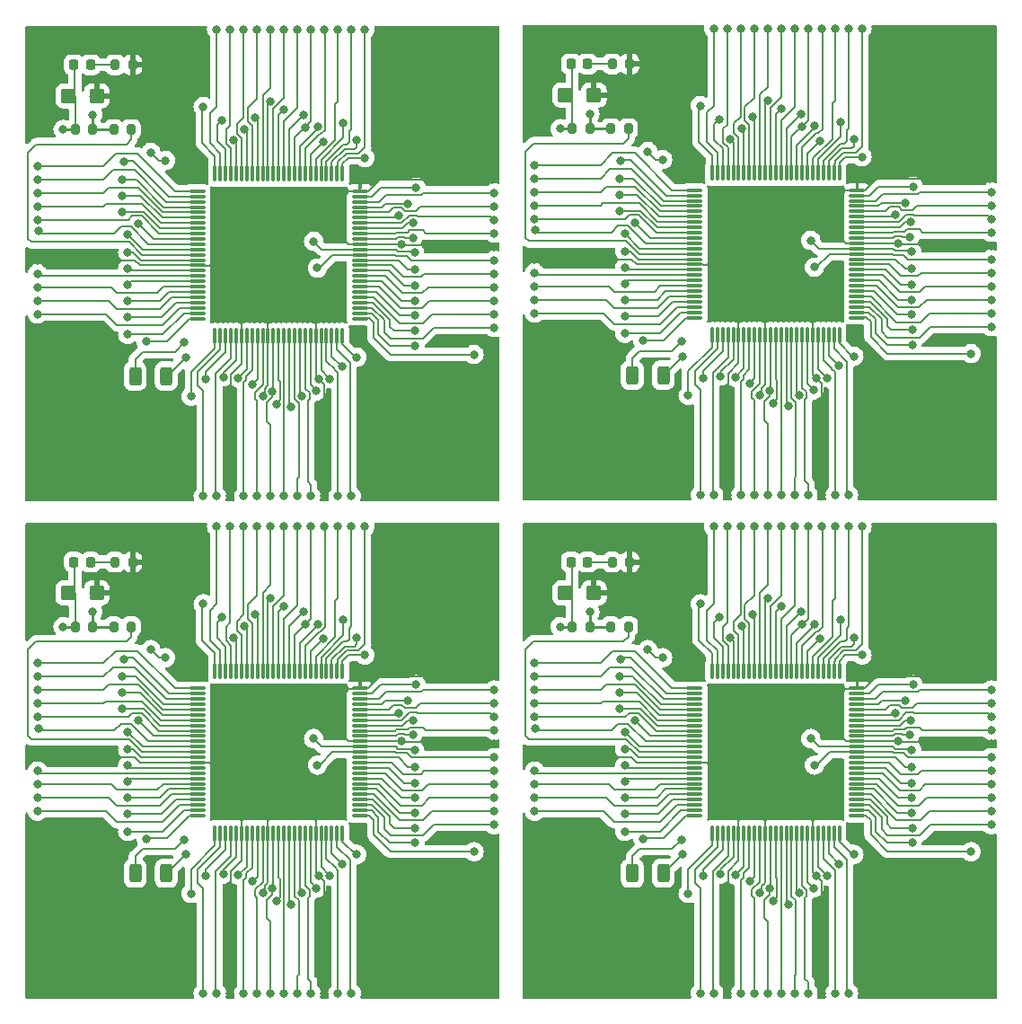
<source format=gtl>
%TF.GenerationSoftware,KiCad,Pcbnew,6.0.7+dfsg-1~bpo11+1*%
%TF.CreationDate,2022-08-31T21:43:41+02:00*%
%TF.ProjectId,PIC32MX795F512L,50494333-324d-4583-9739-35463531324c,rev?*%
%TF.SameCoordinates,Original*%
%TF.FileFunction,Copper,L1,Top*%
%TF.FilePolarity,Positive*%
%FSLAX46Y46*%
G04 Gerber Fmt 4.6, Leading zero omitted, Abs format (unit mm)*
G04 Created by KiCad (PCBNEW 6.0.7+dfsg-1~bpo11+1) date 2022-08-31 21:43:41*
%MOMM*%
%LPD*%
G01*
G04 APERTURE LIST*
G04 Aperture macros list*
%AMRoundRect*
0 Rectangle with rounded corners*
0 $1 Rounding radius*
0 $2 $3 $4 $5 $6 $7 $8 $9 X,Y pos of 4 corners*
0 Add a 4 corners polygon primitive as box body*
4,1,4,$2,$3,$4,$5,$6,$7,$8,$9,$2,$3,0*
0 Add four circle primitives for the rounded corners*
1,1,$1+$1,$2,$3*
1,1,$1+$1,$4,$5*
1,1,$1+$1,$6,$7*
1,1,$1+$1,$8,$9*
0 Add four rect primitives between the rounded corners*
20,1,$1+$1,$2,$3,$4,$5,0*
20,1,$1+$1,$4,$5,$6,$7,0*
20,1,$1+$1,$6,$7,$8,$9,0*
20,1,$1+$1,$8,$9,$2,$3,0*%
G04 Aperture macros list end*
%TA.AperFunction,SMDPad,CuDef*%
%ADD10RoundRect,0.218750X0.218750X0.256250X-0.218750X0.256250X-0.218750X-0.256250X0.218750X-0.256250X0*%
%TD*%
%TA.AperFunction,SMDPad,CuDef*%
%ADD11RoundRect,0.200000X-0.200000X-0.275000X0.200000X-0.275000X0.200000X0.275000X-0.200000X0.275000X0*%
%TD*%
%TA.AperFunction,SMDPad,CuDef*%
%ADD12RoundRect,0.075000X-0.662500X-0.075000X0.662500X-0.075000X0.662500X0.075000X-0.662500X0.075000X0*%
%TD*%
%TA.AperFunction,SMDPad,CuDef*%
%ADD13RoundRect,0.075000X-0.075000X-0.662500X0.075000X-0.662500X0.075000X0.662500X-0.075000X0.662500X0*%
%TD*%
%TA.AperFunction,SMDPad,CuDef*%
%ADD14RoundRect,0.250000X-0.312500X-0.625000X0.312500X-0.625000X0.312500X0.625000X-0.312500X0.625000X0*%
%TD*%
%TA.AperFunction,SMDPad,CuDef*%
%ADD15RoundRect,0.250000X-0.450000X-0.425000X0.450000X-0.425000X0.450000X0.425000X-0.450000X0.425000X0*%
%TD*%
%TA.AperFunction,ViaPad*%
%ADD16C,0.800000*%
%TD*%
%TA.AperFunction,Conductor*%
%ADD17C,0.200000*%
%TD*%
%TA.AperFunction,Conductor*%
%ADD18C,0.250000*%
%TD*%
G04 APERTURE END LIST*
D10*
%TO.P,D1001,1,K*%
%TO.N,Net-(D1001-Pad1)*%
X148260000Y-85745355D03*
%TO.P,D1001,2,A*%
%TO.N,+3V3*%
X146685000Y-85745355D03*
%TD*%
D11*
%TO.P,R1001,1*%
%TO.N,Net-(D1001-Pad1)*%
X150559000Y-85745355D03*
%TO.P,R1001,2*%
%TO.N,GND*%
X152209000Y-85745355D03*
%TD*%
%TO.P,R104,1*%
%TO.N,/13*%
X150432000Y-91841355D03*
%TO.P,R104,2*%
%TO.N,Net-(R104-Pad2)*%
X152082000Y-91841355D03*
%TD*%
D12*
%TO.P,U101,1,AERXERR/RG15*%
%TO.N,/1*%
X158326500Y-97652355D03*
%TO.P,U101,2,VDD*%
%TO.N,+3V3*%
X158326500Y-98152355D03*
%TO.P,U101,3,PMD5/RE5*%
%TO.N,/3*%
X158326500Y-98652355D03*
%TO.P,U101,4,PMD6/RE6*%
%TO.N,/4*%
X158326500Y-99152355D03*
%TO.P,U101,5,PMD7/RE7*%
%TO.N,/5*%
X158326500Y-99652355D03*
%TO.P,U101,6,T2CK/RC1*%
%TO.N,/6*%
X158326500Y-100152355D03*
%TO.P,U101,7,T3CK/AC2TX/RC2*%
%TO.N,/7*%
X158326500Y-100652355D03*
%TO.P,U101,8,T4CK/AC2RX/RC3*%
%TO.N,/8*%
X158326500Y-101152355D03*
%TO.P,U101,9,T5CK/SDI1/RC4*%
%TO.N,/9*%
X158326500Y-101652355D03*
%TO.P,U101,10,ECOL//SCK2/U6TX/U3RTS/PMA5/CN8/RG6*%
%TO.N,/10*%
X158326500Y-102152355D03*
%TO.P,U101,11,ECRS/SDA4/SDI2/U3RX/PMA4//CN9/RG7*%
%TO.N,/11*%
X158326500Y-102652355D03*
%TO.P,U101,12,ERXDV/AERXD/ECRSDV/AECRSDV/SCL4/SDO2/U3TX/PMA3/CN10/RG8*%
%TO.N,/12*%
X158326500Y-103152355D03*
%TO.P,U101,13,MCLR*%
%TO.N,Net-(R104-Pad2)*%
X158326500Y-103652355D03*
%TO.P,U101,14,ERXCLK/AERXCLK/EREFCLK/SS2/U6RX/U3CTS/PMA2/CN11/RG9*%
%TO.N,/14*%
X158326500Y-104152355D03*
%TO.P,U101,15,VSS*%
%TO.N,GND*%
X158326500Y-104652355D03*
%TO.P,U101,16,VDD*%
%TO.N,+3V3*%
X158326500Y-105152355D03*
%TO.P,U101,17,TMS/RA0*%
%TO.N,/17*%
X158326500Y-105652355D03*
%TO.P,U101,18,AERXD0/INT1/RE8*%
%TO.N,/18*%
X158326500Y-106152355D03*
%TO.P,U101,19,AERXD1/INT2/RE9*%
%TO.N,/19*%
X158326500Y-106652355D03*
%TO.P,U101,20,AN5/C1IN+/VBUSON/CN7/RB5*%
%TO.N,/20*%
X158326500Y-107152355D03*
%TO.P,U101,21,AN4/C1IN-/CN6/RB4*%
%TO.N,/21*%
X158326500Y-107652355D03*
%TO.P,U101,22,AN3/C2IN+/CN5/RB3*%
%TO.N,/22*%
X158326500Y-108152355D03*
%TO.P,U101,23,AN2/C2IN-/CN4/RB2*%
%TO.N,/23*%
X158326500Y-108652355D03*
%TO.P,U101,24,PGEC1/AN1/CN3/RB1*%
%TO.N,/24*%
X158326500Y-109152355D03*
%TO.P,U101,25,PGED1/AN0/CN2/RB0*%
%TO.N,/25*%
X158326500Y-109652355D03*
D13*
%TO.P,U101,26,PGEC2/AN6/OCFA/RB6*%
%TO.N,/26*%
X159989000Y-111314855D03*
%TO.P,U101,27,PGED2/AN7/RB7*%
%TO.N,/27*%
X160489000Y-111314855D03*
%TO.P,U101,28,Vref-/CVref-/AERXD2/PMA7/RA9*%
%TO.N,/28*%
X160989000Y-111314855D03*
%TO.P,U101,29,Vref+/CVref+/AERXD3/PMA6/RA10*%
%TO.N,/29*%
X161489000Y-111314855D03*
%TO.P,U101,30,AVDD*%
%TO.N,+3.3VA*%
X161989000Y-111314855D03*
%TO.P,U101,31,AVSS*%
%TO.N,GND*%
X162489000Y-111314855D03*
%TO.P,U101,32,AN8/C1ROUT/RB8*%
%TO.N,/32*%
X162989000Y-111314855D03*
%TO.P,U101,33,AN9/C2ROUT/RB9*%
%TO.N,/33*%
X163489000Y-111314855D03*
%TO.P,U101,34,AN10/CVREFOUT/PMA13/RB10*%
%TO.N,/34*%
X163989000Y-111314855D03*
%TO.P,U101,35,AN11/ERXERR/AETXERR/PMA12/RB11*%
%TO.N,/35*%
X164489000Y-111314855D03*
%TO.P,U101,36,VSS*%
%TO.N,GND*%
X164989000Y-111314855D03*
%TO.P,U101,37,VDD*%
%TO.N,+3V3*%
X165489000Y-111314855D03*
%TO.P,U101,38,TCK/RA1*%
%TO.N,/38*%
X165989000Y-111314855D03*
%TO.P,U101,39,AC1TX/SCK4/U5TX/U2RTS/RF13*%
%TO.N,/39*%
X166489000Y-111314855D03*
%TO.P,U101,40,AC1RX/SS4/U5RX/U2CTS/RF12*%
%TO.N,/40*%
X166989000Y-111314855D03*
%TO.P,U101,41,AN12/ERXD0/AECRS/PMA11/RB12*%
%TO.N,/41*%
X167489000Y-111314855D03*
%TO.P,U101,42,AN13/ERXD1/AECOL/PMA10/RB13*%
%TO.N,/42*%
X167989000Y-111314855D03*
%TO.P,U101,43,AN14/ERXD2/AETXD3/PMALH/PMA1/RB14*%
%TO.N,/43*%
X168489000Y-111314855D03*
%TO.P,U101,44,AN15/ERXD3/AETXD2/OCFB/PMALL/PMA0/CN12/RB15*%
%TO.N,/44*%
X168989000Y-111314855D03*
%TO.P,U101,45,VSS*%
%TO.N,GND*%
X169489000Y-111314855D03*
%TO.P,U101,46,VDD*%
%TO.N,+3V3*%
X169989000Y-111314855D03*
%TO.P,U101,47,AETXD0/SS3/U4RX/U1CTS/CN20/RD14*%
%TO.N,/47*%
X170489000Y-111314855D03*
%TO.P,U101,48,AETXD1/SCK3/U4TX/U1RTS/CN21/RD15*%
%TO.N,/48*%
X170989000Y-111314855D03*
%TO.P,U101,49,SDA5/SDI4/U2RX/PMA9/CN17/RF4*%
%TO.N,/49*%
X171489000Y-111314855D03*
%TO.P,U101,50,SCL5/SDO4/U2TX/PMA8/CN18/RF5*%
%TO.N,/50*%
X171989000Y-111314855D03*
D12*
%TO.P,U101,51,USBID/RF3*%
%TO.N,/51*%
X173651500Y-109652355D03*
%TO.P,U101,52,SDA3/SDI3/U1RX/RF2*%
%TO.N,/52*%
X173651500Y-109152355D03*
%TO.P,U101,53,SCL3/SDO3/U1TX/RF8*%
%TO.N,/53*%
X173651500Y-108652355D03*
%TO.P,U101,54,VBUS*%
%TO.N,/54*%
X173651500Y-108152355D03*
%TO.P,U101,55,VUSB*%
%TO.N,/55*%
X173651500Y-107652355D03*
%TO.P,U101,56,D-/RG3*%
%TO.N,/56*%
X173651500Y-107152355D03*
%TO.P,U101,57,D+/RG2*%
%TO.N,/57*%
X173651500Y-106652355D03*
%TO.P,U101,58,SCL2/RA2*%
%TO.N,/58*%
X173651500Y-106152355D03*
%TO.P,U101,59,SDA2/RA3*%
%TO.N,/59*%
X173651500Y-105652355D03*
%TO.P,U101,60,TDI/RA4*%
%TO.N,/60*%
X173651500Y-105152355D03*
%TO.P,U101,61,TDO/RA5*%
%TO.N,/61*%
X173651500Y-104652355D03*
%TO.P,U101,62,VDD*%
%TO.N,+3V3*%
X173651500Y-104152355D03*
%TO.P,U101,63,OSC1/CLKI/RC12*%
%TO.N,/63*%
X173651500Y-103652355D03*
%TO.P,U101,64,OSC2/CLKO/RC15*%
%TO.N,/64*%
X173651500Y-103152355D03*
%TO.P,U101,65,VSS*%
%TO.N,GND*%
X173651500Y-102652355D03*
%TO.P,U101,66,AETXCLK/SCL1/INT3/RA14*%
%TO.N,/66*%
X173651500Y-102152355D03*
%TO.P,U101,67,AETXEN/SDA1/INT4/RA15*%
%TO.N,/67*%
X173651500Y-101652355D03*
%TO.P,U101,68,RTCC/EMDIO/AEMDIO/IC1/RD8*%
%TO.N,/68*%
X173651500Y-101152355D03*
%TO.P,U101,69,SS1/IC2/RD9*%
%TO.N,/69*%
X173651500Y-100652355D03*
%TO.P,U101,70,SCK1/IC3/PMCS2/PMA15/RD10*%
%TO.N,/70*%
X173651500Y-100152355D03*
%TO.P,U101,71,EMDC/AEMDC/IC4/PMCS1/PMA14/RD11*%
%TO.N,/71*%
X173651500Y-99652355D03*
%TO.P,U101,72,SDO1/OC1/INT0/RD0*%
%TO.N,/72*%
X173651500Y-99152355D03*
%TO.P,U101,73,SOSCI/CN1/RC13*%
%TO.N,/73*%
X173651500Y-98652355D03*
%TO.P,U101,74,SOSCO/T1CK/CN0/RC14*%
%TO.N,/74*%
X173651500Y-98152355D03*
%TO.P,U101,75,VSS*%
%TO.N,GND*%
X173651500Y-97652355D03*
D13*
%TO.P,U101,76,OC2/RD1*%
%TO.N,/76*%
X171989000Y-95989855D03*
%TO.P,U101,77,OC3/RD2*%
%TO.N,/77*%
X171489000Y-95989855D03*
%TO.P,U101,78,OC4/RD3*%
%TO.N,/78*%
X170989000Y-95989855D03*
%TO.P,U101,79,ETXD2/IC5/PMD12/RD12*%
%TO.N,/79*%
X170489000Y-95989855D03*
%TO.P,U101,80,ETXD3/PMD13/CN19/RD13*%
%TO.N,/80*%
X169989000Y-95989855D03*
%TO.P,U101,81,OC5/PMWR/CN13/RD4*%
%TO.N,/81*%
X169489000Y-95989855D03*
%TO.P,U101,82,PMRD/CN14/RD5*%
%TO.N,/82*%
X168989000Y-95989855D03*
%TO.P,U101,83,ETXEN/PMD14/CN15/RD6*%
%TO.N,/83*%
X168489000Y-95989855D03*
%TO.P,U101,84,ETXCLK/PMD15/CN16/RD7*%
%TO.N,/84*%
X167989000Y-95989855D03*
%TO.P,U101,85,VCAP/VDDCORE*%
%TO.N,/85*%
X167489000Y-95989855D03*
%TO.P,U101,86,VDD*%
%TO.N,+3V3*%
X166989000Y-95989855D03*
%TO.P,U101,87,C1RX/ETXD1/PMD11/RF0*%
%TO.N,/87*%
X166489000Y-95989855D03*
%TO.P,U101,88,C1TX/ETXD0/PMD10/RF1*%
%TO.N,/88*%
X165989000Y-95989855D03*
%TO.P,U101,89,C2TX/ETXERR/PMD9/RG1*%
%TO.N,/89*%
X165489000Y-95989855D03*
%TO.P,U101,90,C2RX/PMD8/RG0*%
%TO.N,/90*%
X164989000Y-95989855D03*
%TO.P,U101,91,TRCLK/RA6*%
%TO.N,/91*%
X164489000Y-95989855D03*
%TO.P,U101,92,TRD3/RA7*%
%TO.N,/92*%
X163989000Y-95989855D03*
%TO.P,U101,93,PMD0/RE0*%
%TO.N,/93*%
X163489000Y-95989855D03*
%TO.P,U101,94,PMD1/RE1*%
%TO.N,/94*%
X162989000Y-95989855D03*
%TO.P,U101,95,TRD2/RG14*%
%TO.N,/95*%
X162489000Y-95989855D03*
%TO.P,U101,96,TRD1/RG12*%
%TO.N,/96*%
X161989000Y-95989855D03*
%TO.P,U101,97,TRD0/RG13*%
%TO.N,/97*%
X161489000Y-95989855D03*
%TO.P,U101,98,PMD2/RE2*%
%TO.N,/98*%
X160989000Y-95989855D03*
%TO.P,U101,99,PMD3/RE3*%
%TO.N,/99*%
X160489000Y-95989855D03*
%TO.P,U101,100,PMD4/RE4*%
%TO.N,/100*%
X159989000Y-95989855D03*
%TD*%
D11*
%TO.P,R103,1*%
%TO.N,+3V3*%
X146812000Y-91841355D03*
%TO.P,R103,2*%
%TO.N,/13*%
X148462000Y-91841355D03*
%TD*%
D14*
%TO.P,R105,1*%
%TO.N,+3V3*%
X152461500Y-115082355D03*
%TO.P,R105,2*%
%TO.N,+3.3VA*%
X155386500Y-115082355D03*
%TD*%
D15*
%TO.P,C112,1*%
%TO.N,+3V3*%
X146146500Y-88666355D03*
%TO.P,C112,2*%
%TO.N,GND*%
X148846500Y-88666355D03*
%TD*%
D10*
%TO.P,D1001,1,K*%
%TO.N,Net-(D1001-Pad1)*%
X101397000Y-85745355D03*
%TO.P,D1001,2,A*%
%TO.N,+3V3*%
X99822000Y-85745355D03*
%TD*%
D11*
%TO.P,R1001,1*%
%TO.N,Net-(D1001-Pad1)*%
X103696000Y-85745355D03*
%TO.P,R1001,2*%
%TO.N,GND*%
X105346000Y-85745355D03*
%TD*%
%TO.P,R104,1*%
%TO.N,/13*%
X103569000Y-91841355D03*
%TO.P,R104,2*%
%TO.N,Net-(R104-Pad2)*%
X105219000Y-91841355D03*
%TD*%
D12*
%TO.P,U101,1,AERXERR/RG15*%
%TO.N,/1*%
X111463500Y-97652355D03*
%TO.P,U101,2,VDD*%
%TO.N,+3V3*%
X111463500Y-98152355D03*
%TO.P,U101,3,PMD5/RE5*%
%TO.N,/3*%
X111463500Y-98652355D03*
%TO.P,U101,4,PMD6/RE6*%
%TO.N,/4*%
X111463500Y-99152355D03*
%TO.P,U101,5,PMD7/RE7*%
%TO.N,/5*%
X111463500Y-99652355D03*
%TO.P,U101,6,T2CK/RC1*%
%TO.N,/6*%
X111463500Y-100152355D03*
%TO.P,U101,7,T3CK/AC2TX/RC2*%
%TO.N,/7*%
X111463500Y-100652355D03*
%TO.P,U101,8,T4CK/AC2RX/RC3*%
%TO.N,/8*%
X111463500Y-101152355D03*
%TO.P,U101,9,T5CK/SDI1/RC4*%
%TO.N,/9*%
X111463500Y-101652355D03*
%TO.P,U101,10,ECOL//SCK2/U6TX/U3RTS/PMA5/CN8/RG6*%
%TO.N,/10*%
X111463500Y-102152355D03*
%TO.P,U101,11,ECRS/SDA4/SDI2/U3RX/PMA4//CN9/RG7*%
%TO.N,/11*%
X111463500Y-102652355D03*
%TO.P,U101,12,ERXDV/AERXD/ECRSDV/AECRSDV/SCL4/SDO2/U3TX/PMA3/CN10/RG8*%
%TO.N,/12*%
X111463500Y-103152355D03*
%TO.P,U101,13,MCLR*%
%TO.N,Net-(R104-Pad2)*%
X111463500Y-103652355D03*
%TO.P,U101,14,ERXCLK/AERXCLK/EREFCLK/SS2/U6RX/U3CTS/PMA2/CN11/RG9*%
%TO.N,/14*%
X111463500Y-104152355D03*
%TO.P,U101,15,VSS*%
%TO.N,GND*%
X111463500Y-104652355D03*
%TO.P,U101,16,VDD*%
%TO.N,+3V3*%
X111463500Y-105152355D03*
%TO.P,U101,17,TMS/RA0*%
%TO.N,/17*%
X111463500Y-105652355D03*
%TO.P,U101,18,AERXD0/INT1/RE8*%
%TO.N,/18*%
X111463500Y-106152355D03*
%TO.P,U101,19,AERXD1/INT2/RE9*%
%TO.N,/19*%
X111463500Y-106652355D03*
%TO.P,U101,20,AN5/C1IN+/VBUSON/CN7/RB5*%
%TO.N,/20*%
X111463500Y-107152355D03*
%TO.P,U101,21,AN4/C1IN-/CN6/RB4*%
%TO.N,/21*%
X111463500Y-107652355D03*
%TO.P,U101,22,AN3/C2IN+/CN5/RB3*%
%TO.N,/22*%
X111463500Y-108152355D03*
%TO.P,U101,23,AN2/C2IN-/CN4/RB2*%
%TO.N,/23*%
X111463500Y-108652355D03*
%TO.P,U101,24,PGEC1/AN1/CN3/RB1*%
%TO.N,/24*%
X111463500Y-109152355D03*
%TO.P,U101,25,PGED1/AN0/CN2/RB0*%
%TO.N,/25*%
X111463500Y-109652355D03*
D13*
%TO.P,U101,26,PGEC2/AN6/OCFA/RB6*%
%TO.N,/26*%
X113126000Y-111314855D03*
%TO.P,U101,27,PGED2/AN7/RB7*%
%TO.N,/27*%
X113626000Y-111314855D03*
%TO.P,U101,28,Vref-/CVref-/AERXD2/PMA7/RA9*%
%TO.N,/28*%
X114126000Y-111314855D03*
%TO.P,U101,29,Vref+/CVref+/AERXD3/PMA6/RA10*%
%TO.N,/29*%
X114626000Y-111314855D03*
%TO.P,U101,30,AVDD*%
%TO.N,+3.3VA*%
X115126000Y-111314855D03*
%TO.P,U101,31,AVSS*%
%TO.N,GND*%
X115626000Y-111314855D03*
%TO.P,U101,32,AN8/C1ROUT/RB8*%
%TO.N,/32*%
X116126000Y-111314855D03*
%TO.P,U101,33,AN9/C2ROUT/RB9*%
%TO.N,/33*%
X116626000Y-111314855D03*
%TO.P,U101,34,AN10/CVREFOUT/PMA13/RB10*%
%TO.N,/34*%
X117126000Y-111314855D03*
%TO.P,U101,35,AN11/ERXERR/AETXERR/PMA12/RB11*%
%TO.N,/35*%
X117626000Y-111314855D03*
%TO.P,U101,36,VSS*%
%TO.N,GND*%
X118126000Y-111314855D03*
%TO.P,U101,37,VDD*%
%TO.N,+3V3*%
X118626000Y-111314855D03*
%TO.P,U101,38,TCK/RA1*%
%TO.N,/38*%
X119126000Y-111314855D03*
%TO.P,U101,39,AC1TX/SCK4/U5TX/U2RTS/RF13*%
%TO.N,/39*%
X119626000Y-111314855D03*
%TO.P,U101,40,AC1RX/SS4/U5RX/U2CTS/RF12*%
%TO.N,/40*%
X120126000Y-111314855D03*
%TO.P,U101,41,AN12/ERXD0/AECRS/PMA11/RB12*%
%TO.N,/41*%
X120626000Y-111314855D03*
%TO.P,U101,42,AN13/ERXD1/AECOL/PMA10/RB13*%
%TO.N,/42*%
X121126000Y-111314855D03*
%TO.P,U101,43,AN14/ERXD2/AETXD3/PMALH/PMA1/RB14*%
%TO.N,/43*%
X121626000Y-111314855D03*
%TO.P,U101,44,AN15/ERXD3/AETXD2/OCFB/PMALL/PMA0/CN12/RB15*%
%TO.N,/44*%
X122126000Y-111314855D03*
%TO.P,U101,45,VSS*%
%TO.N,GND*%
X122626000Y-111314855D03*
%TO.P,U101,46,VDD*%
%TO.N,+3V3*%
X123126000Y-111314855D03*
%TO.P,U101,47,AETXD0/SS3/U4RX/U1CTS/CN20/RD14*%
%TO.N,/47*%
X123626000Y-111314855D03*
%TO.P,U101,48,AETXD1/SCK3/U4TX/U1RTS/CN21/RD15*%
%TO.N,/48*%
X124126000Y-111314855D03*
%TO.P,U101,49,SDA5/SDI4/U2RX/PMA9/CN17/RF4*%
%TO.N,/49*%
X124626000Y-111314855D03*
%TO.P,U101,50,SCL5/SDO4/U2TX/PMA8/CN18/RF5*%
%TO.N,/50*%
X125126000Y-111314855D03*
D12*
%TO.P,U101,51,USBID/RF3*%
%TO.N,/51*%
X126788500Y-109652355D03*
%TO.P,U101,52,SDA3/SDI3/U1RX/RF2*%
%TO.N,/52*%
X126788500Y-109152355D03*
%TO.P,U101,53,SCL3/SDO3/U1TX/RF8*%
%TO.N,/53*%
X126788500Y-108652355D03*
%TO.P,U101,54,VBUS*%
%TO.N,/54*%
X126788500Y-108152355D03*
%TO.P,U101,55,VUSB*%
%TO.N,/55*%
X126788500Y-107652355D03*
%TO.P,U101,56,D-/RG3*%
%TO.N,/56*%
X126788500Y-107152355D03*
%TO.P,U101,57,D+/RG2*%
%TO.N,/57*%
X126788500Y-106652355D03*
%TO.P,U101,58,SCL2/RA2*%
%TO.N,/58*%
X126788500Y-106152355D03*
%TO.P,U101,59,SDA2/RA3*%
%TO.N,/59*%
X126788500Y-105652355D03*
%TO.P,U101,60,TDI/RA4*%
%TO.N,/60*%
X126788500Y-105152355D03*
%TO.P,U101,61,TDO/RA5*%
%TO.N,/61*%
X126788500Y-104652355D03*
%TO.P,U101,62,VDD*%
%TO.N,+3V3*%
X126788500Y-104152355D03*
%TO.P,U101,63,OSC1/CLKI/RC12*%
%TO.N,/63*%
X126788500Y-103652355D03*
%TO.P,U101,64,OSC2/CLKO/RC15*%
%TO.N,/64*%
X126788500Y-103152355D03*
%TO.P,U101,65,VSS*%
%TO.N,GND*%
X126788500Y-102652355D03*
%TO.P,U101,66,AETXCLK/SCL1/INT3/RA14*%
%TO.N,/66*%
X126788500Y-102152355D03*
%TO.P,U101,67,AETXEN/SDA1/INT4/RA15*%
%TO.N,/67*%
X126788500Y-101652355D03*
%TO.P,U101,68,RTCC/EMDIO/AEMDIO/IC1/RD8*%
%TO.N,/68*%
X126788500Y-101152355D03*
%TO.P,U101,69,SS1/IC2/RD9*%
%TO.N,/69*%
X126788500Y-100652355D03*
%TO.P,U101,70,SCK1/IC3/PMCS2/PMA15/RD10*%
%TO.N,/70*%
X126788500Y-100152355D03*
%TO.P,U101,71,EMDC/AEMDC/IC4/PMCS1/PMA14/RD11*%
%TO.N,/71*%
X126788500Y-99652355D03*
%TO.P,U101,72,SDO1/OC1/INT0/RD0*%
%TO.N,/72*%
X126788500Y-99152355D03*
%TO.P,U101,73,SOSCI/CN1/RC13*%
%TO.N,/73*%
X126788500Y-98652355D03*
%TO.P,U101,74,SOSCO/T1CK/CN0/RC14*%
%TO.N,/74*%
X126788500Y-98152355D03*
%TO.P,U101,75,VSS*%
%TO.N,GND*%
X126788500Y-97652355D03*
D13*
%TO.P,U101,76,OC2/RD1*%
%TO.N,/76*%
X125126000Y-95989855D03*
%TO.P,U101,77,OC3/RD2*%
%TO.N,/77*%
X124626000Y-95989855D03*
%TO.P,U101,78,OC4/RD3*%
%TO.N,/78*%
X124126000Y-95989855D03*
%TO.P,U101,79,ETXD2/IC5/PMD12/RD12*%
%TO.N,/79*%
X123626000Y-95989855D03*
%TO.P,U101,80,ETXD3/PMD13/CN19/RD13*%
%TO.N,/80*%
X123126000Y-95989855D03*
%TO.P,U101,81,OC5/PMWR/CN13/RD4*%
%TO.N,/81*%
X122626000Y-95989855D03*
%TO.P,U101,82,PMRD/CN14/RD5*%
%TO.N,/82*%
X122126000Y-95989855D03*
%TO.P,U101,83,ETXEN/PMD14/CN15/RD6*%
%TO.N,/83*%
X121626000Y-95989855D03*
%TO.P,U101,84,ETXCLK/PMD15/CN16/RD7*%
%TO.N,/84*%
X121126000Y-95989855D03*
%TO.P,U101,85,VCAP/VDDCORE*%
%TO.N,/85*%
X120626000Y-95989855D03*
%TO.P,U101,86,VDD*%
%TO.N,+3V3*%
X120126000Y-95989855D03*
%TO.P,U101,87,C1RX/ETXD1/PMD11/RF0*%
%TO.N,/87*%
X119626000Y-95989855D03*
%TO.P,U101,88,C1TX/ETXD0/PMD10/RF1*%
%TO.N,/88*%
X119126000Y-95989855D03*
%TO.P,U101,89,C2TX/ETXERR/PMD9/RG1*%
%TO.N,/89*%
X118626000Y-95989855D03*
%TO.P,U101,90,C2RX/PMD8/RG0*%
%TO.N,/90*%
X118126000Y-95989855D03*
%TO.P,U101,91,TRCLK/RA6*%
%TO.N,/91*%
X117626000Y-95989855D03*
%TO.P,U101,92,TRD3/RA7*%
%TO.N,/92*%
X117126000Y-95989855D03*
%TO.P,U101,93,PMD0/RE0*%
%TO.N,/93*%
X116626000Y-95989855D03*
%TO.P,U101,94,PMD1/RE1*%
%TO.N,/94*%
X116126000Y-95989855D03*
%TO.P,U101,95,TRD2/RG14*%
%TO.N,/95*%
X115626000Y-95989855D03*
%TO.P,U101,96,TRD1/RG12*%
%TO.N,/96*%
X115126000Y-95989855D03*
%TO.P,U101,97,TRD0/RG13*%
%TO.N,/97*%
X114626000Y-95989855D03*
%TO.P,U101,98,PMD2/RE2*%
%TO.N,/98*%
X114126000Y-95989855D03*
%TO.P,U101,99,PMD3/RE3*%
%TO.N,/99*%
X113626000Y-95989855D03*
%TO.P,U101,100,PMD4/RE4*%
%TO.N,/100*%
X113126000Y-95989855D03*
%TD*%
D11*
%TO.P,R103,1*%
%TO.N,+3V3*%
X99949000Y-91841355D03*
%TO.P,R103,2*%
%TO.N,/13*%
X101599000Y-91841355D03*
%TD*%
D14*
%TO.P,R105,1*%
%TO.N,+3V3*%
X105598500Y-115082355D03*
%TO.P,R105,2*%
%TO.N,+3.3VA*%
X108523500Y-115082355D03*
%TD*%
D15*
%TO.P,C112,1*%
%TO.N,+3V3*%
X99283500Y-88666355D03*
%TO.P,C112,2*%
%TO.N,GND*%
X101983500Y-88666355D03*
%TD*%
D10*
%TO.P,D1001,1,K*%
%TO.N,Net-(D1001-Pad1)*%
X101397000Y-38882355D03*
%TO.P,D1001,2,A*%
%TO.N,+3V3*%
X99822000Y-38882355D03*
%TD*%
D11*
%TO.P,R1001,1*%
%TO.N,Net-(D1001-Pad1)*%
X103696000Y-38882355D03*
%TO.P,R1001,2*%
%TO.N,GND*%
X105346000Y-38882355D03*
%TD*%
%TO.P,R104,1*%
%TO.N,/13*%
X103569000Y-44978355D03*
%TO.P,R104,2*%
%TO.N,Net-(R104-Pad2)*%
X105219000Y-44978355D03*
%TD*%
D12*
%TO.P,U101,1,AERXERR/RG15*%
%TO.N,/1*%
X111463500Y-50789355D03*
%TO.P,U101,2,VDD*%
%TO.N,+3V3*%
X111463500Y-51289355D03*
%TO.P,U101,3,PMD5/RE5*%
%TO.N,/3*%
X111463500Y-51789355D03*
%TO.P,U101,4,PMD6/RE6*%
%TO.N,/4*%
X111463500Y-52289355D03*
%TO.P,U101,5,PMD7/RE7*%
%TO.N,/5*%
X111463500Y-52789355D03*
%TO.P,U101,6,T2CK/RC1*%
%TO.N,/6*%
X111463500Y-53289355D03*
%TO.P,U101,7,T3CK/AC2TX/RC2*%
%TO.N,/7*%
X111463500Y-53789355D03*
%TO.P,U101,8,T4CK/AC2RX/RC3*%
%TO.N,/8*%
X111463500Y-54289355D03*
%TO.P,U101,9,T5CK/SDI1/RC4*%
%TO.N,/9*%
X111463500Y-54789355D03*
%TO.P,U101,10,ECOL//SCK2/U6TX/U3RTS/PMA5/CN8/RG6*%
%TO.N,/10*%
X111463500Y-55289355D03*
%TO.P,U101,11,ECRS/SDA4/SDI2/U3RX/PMA4//CN9/RG7*%
%TO.N,/11*%
X111463500Y-55789355D03*
%TO.P,U101,12,ERXDV/AERXD/ECRSDV/AECRSDV/SCL4/SDO2/U3TX/PMA3/CN10/RG8*%
%TO.N,/12*%
X111463500Y-56289355D03*
%TO.P,U101,13,MCLR*%
%TO.N,Net-(R104-Pad2)*%
X111463500Y-56789355D03*
%TO.P,U101,14,ERXCLK/AERXCLK/EREFCLK/SS2/U6RX/U3CTS/PMA2/CN11/RG9*%
%TO.N,/14*%
X111463500Y-57289355D03*
%TO.P,U101,15,VSS*%
%TO.N,GND*%
X111463500Y-57789355D03*
%TO.P,U101,16,VDD*%
%TO.N,+3V3*%
X111463500Y-58289355D03*
%TO.P,U101,17,TMS/RA0*%
%TO.N,/17*%
X111463500Y-58789355D03*
%TO.P,U101,18,AERXD0/INT1/RE8*%
%TO.N,/18*%
X111463500Y-59289355D03*
%TO.P,U101,19,AERXD1/INT2/RE9*%
%TO.N,/19*%
X111463500Y-59789355D03*
%TO.P,U101,20,AN5/C1IN+/VBUSON/CN7/RB5*%
%TO.N,/20*%
X111463500Y-60289355D03*
%TO.P,U101,21,AN4/C1IN-/CN6/RB4*%
%TO.N,/21*%
X111463500Y-60789355D03*
%TO.P,U101,22,AN3/C2IN+/CN5/RB3*%
%TO.N,/22*%
X111463500Y-61289355D03*
%TO.P,U101,23,AN2/C2IN-/CN4/RB2*%
%TO.N,/23*%
X111463500Y-61789355D03*
%TO.P,U101,24,PGEC1/AN1/CN3/RB1*%
%TO.N,/24*%
X111463500Y-62289355D03*
%TO.P,U101,25,PGED1/AN0/CN2/RB0*%
%TO.N,/25*%
X111463500Y-62789355D03*
D13*
%TO.P,U101,26,PGEC2/AN6/OCFA/RB6*%
%TO.N,/26*%
X113126000Y-64451855D03*
%TO.P,U101,27,PGED2/AN7/RB7*%
%TO.N,/27*%
X113626000Y-64451855D03*
%TO.P,U101,28,Vref-/CVref-/AERXD2/PMA7/RA9*%
%TO.N,/28*%
X114126000Y-64451855D03*
%TO.P,U101,29,Vref+/CVref+/AERXD3/PMA6/RA10*%
%TO.N,/29*%
X114626000Y-64451855D03*
%TO.P,U101,30,AVDD*%
%TO.N,+3.3VA*%
X115126000Y-64451855D03*
%TO.P,U101,31,AVSS*%
%TO.N,GND*%
X115626000Y-64451855D03*
%TO.P,U101,32,AN8/C1ROUT/RB8*%
%TO.N,/32*%
X116126000Y-64451855D03*
%TO.P,U101,33,AN9/C2ROUT/RB9*%
%TO.N,/33*%
X116626000Y-64451855D03*
%TO.P,U101,34,AN10/CVREFOUT/PMA13/RB10*%
%TO.N,/34*%
X117126000Y-64451855D03*
%TO.P,U101,35,AN11/ERXERR/AETXERR/PMA12/RB11*%
%TO.N,/35*%
X117626000Y-64451855D03*
%TO.P,U101,36,VSS*%
%TO.N,GND*%
X118126000Y-64451855D03*
%TO.P,U101,37,VDD*%
%TO.N,+3V3*%
X118626000Y-64451855D03*
%TO.P,U101,38,TCK/RA1*%
%TO.N,/38*%
X119126000Y-64451855D03*
%TO.P,U101,39,AC1TX/SCK4/U5TX/U2RTS/RF13*%
%TO.N,/39*%
X119626000Y-64451855D03*
%TO.P,U101,40,AC1RX/SS4/U5RX/U2CTS/RF12*%
%TO.N,/40*%
X120126000Y-64451855D03*
%TO.P,U101,41,AN12/ERXD0/AECRS/PMA11/RB12*%
%TO.N,/41*%
X120626000Y-64451855D03*
%TO.P,U101,42,AN13/ERXD1/AECOL/PMA10/RB13*%
%TO.N,/42*%
X121126000Y-64451855D03*
%TO.P,U101,43,AN14/ERXD2/AETXD3/PMALH/PMA1/RB14*%
%TO.N,/43*%
X121626000Y-64451855D03*
%TO.P,U101,44,AN15/ERXD3/AETXD2/OCFB/PMALL/PMA0/CN12/RB15*%
%TO.N,/44*%
X122126000Y-64451855D03*
%TO.P,U101,45,VSS*%
%TO.N,GND*%
X122626000Y-64451855D03*
%TO.P,U101,46,VDD*%
%TO.N,+3V3*%
X123126000Y-64451855D03*
%TO.P,U101,47,AETXD0/SS3/U4RX/U1CTS/CN20/RD14*%
%TO.N,/47*%
X123626000Y-64451855D03*
%TO.P,U101,48,AETXD1/SCK3/U4TX/U1RTS/CN21/RD15*%
%TO.N,/48*%
X124126000Y-64451855D03*
%TO.P,U101,49,SDA5/SDI4/U2RX/PMA9/CN17/RF4*%
%TO.N,/49*%
X124626000Y-64451855D03*
%TO.P,U101,50,SCL5/SDO4/U2TX/PMA8/CN18/RF5*%
%TO.N,/50*%
X125126000Y-64451855D03*
D12*
%TO.P,U101,51,USBID/RF3*%
%TO.N,/51*%
X126788500Y-62789355D03*
%TO.P,U101,52,SDA3/SDI3/U1RX/RF2*%
%TO.N,/52*%
X126788500Y-62289355D03*
%TO.P,U101,53,SCL3/SDO3/U1TX/RF8*%
%TO.N,/53*%
X126788500Y-61789355D03*
%TO.P,U101,54,VBUS*%
%TO.N,/54*%
X126788500Y-61289355D03*
%TO.P,U101,55,VUSB*%
%TO.N,/55*%
X126788500Y-60789355D03*
%TO.P,U101,56,D-/RG3*%
%TO.N,/56*%
X126788500Y-60289355D03*
%TO.P,U101,57,D+/RG2*%
%TO.N,/57*%
X126788500Y-59789355D03*
%TO.P,U101,58,SCL2/RA2*%
%TO.N,/58*%
X126788500Y-59289355D03*
%TO.P,U101,59,SDA2/RA3*%
%TO.N,/59*%
X126788500Y-58789355D03*
%TO.P,U101,60,TDI/RA4*%
%TO.N,/60*%
X126788500Y-58289355D03*
%TO.P,U101,61,TDO/RA5*%
%TO.N,/61*%
X126788500Y-57789355D03*
%TO.P,U101,62,VDD*%
%TO.N,+3V3*%
X126788500Y-57289355D03*
%TO.P,U101,63,OSC1/CLKI/RC12*%
%TO.N,/63*%
X126788500Y-56789355D03*
%TO.P,U101,64,OSC2/CLKO/RC15*%
%TO.N,/64*%
X126788500Y-56289355D03*
%TO.P,U101,65,VSS*%
%TO.N,GND*%
X126788500Y-55789355D03*
%TO.P,U101,66,AETXCLK/SCL1/INT3/RA14*%
%TO.N,/66*%
X126788500Y-55289355D03*
%TO.P,U101,67,AETXEN/SDA1/INT4/RA15*%
%TO.N,/67*%
X126788500Y-54789355D03*
%TO.P,U101,68,RTCC/EMDIO/AEMDIO/IC1/RD8*%
%TO.N,/68*%
X126788500Y-54289355D03*
%TO.P,U101,69,SS1/IC2/RD9*%
%TO.N,/69*%
X126788500Y-53789355D03*
%TO.P,U101,70,SCK1/IC3/PMCS2/PMA15/RD10*%
%TO.N,/70*%
X126788500Y-53289355D03*
%TO.P,U101,71,EMDC/AEMDC/IC4/PMCS1/PMA14/RD11*%
%TO.N,/71*%
X126788500Y-52789355D03*
%TO.P,U101,72,SDO1/OC1/INT0/RD0*%
%TO.N,/72*%
X126788500Y-52289355D03*
%TO.P,U101,73,SOSCI/CN1/RC13*%
%TO.N,/73*%
X126788500Y-51789355D03*
%TO.P,U101,74,SOSCO/T1CK/CN0/RC14*%
%TO.N,/74*%
X126788500Y-51289355D03*
%TO.P,U101,75,VSS*%
%TO.N,GND*%
X126788500Y-50789355D03*
D13*
%TO.P,U101,76,OC2/RD1*%
%TO.N,/76*%
X125126000Y-49126855D03*
%TO.P,U101,77,OC3/RD2*%
%TO.N,/77*%
X124626000Y-49126855D03*
%TO.P,U101,78,OC4/RD3*%
%TO.N,/78*%
X124126000Y-49126855D03*
%TO.P,U101,79,ETXD2/IC5/PMD12/RD12*%
%TO.N,/79*%
X123626000Y-49126855D03*
%TO.P,U101,80,ETXD3/PMD13/CN19/RD13*%
%TO.N,/80*%
X123126000Y-49126855D03*
%TO.P,U101,81,OC5/PMWR/CN13/RD4*%
%TO.N,/81*%
X122626000Y-49126855D03*
%TO.P,U101,82,PMRD/CN14/RD5*%
%TO.N,/82*%
X122126000Y-49126855D03*
%TO.P,U101,83,ETXEN/PMD14/CN15/RD6*%
%TO.N,/83*%
X121626000Y-49126855D03*
%TO.P,U101,84,ETXCLK/PMD15/CN16/RD7*%
%TO.N,/84*%
X121126000Y-49126855D03*
%TO.P,U101,85,VCAP/VDDCORE*%
%TO.N,/85*%
X120626000Y-49126855D03*
%TO.P,U101,86,VDD*%
%TO.N,+3V3*%
X120126000Y-49126855D03*
%TO.P,U101,87,C1RX/ETXD1/PMD11/RF0*%
%TO.N,/87*%
X119626000Y-49126855D03*
%TO.P,U101,88,C1TX/ETXD0/PMD10/RF1*%
%TO.N,/88*%
X119126000Y-49126855D03*
%TO.P,U101,89,C2TX/ETXERR/PMD9/RG1*%
%TO.N,/89*%
X118626000Y-49126855D03*
%TO.P,U101,90,C2RX/PMD8/RG0*%
%TO.N,/90*%
X118126000Y-49126855D03*
%TO.P,U101,91,TRCLK/RA6*%
%TO.N,/91*%
X117626000Y-49126855D03*
%TO.P,U101,92,TRD3/RA7*%
%TO.N,/92*%
X117126000Y-49126855D03*
%TO.P,U101,93,PMD0/RE0*%
%TO.N,/93*%
X116626000Y-49126855D03*
%TO.P,U101,94,PMD1/RE1*%
%TO.N,/94*%
X116126000Y-49126855D03*
%TO.P,U101,95,TRD2/RG14*%
%TO.N,/95*%
X115626000Y-49126855D03*
%TO.P,U101,96,TRD1/RG12*%
%TO.N,/96*%
X115126000Y-49126855D03*
%TO.P,U101,97,TRD0/RG13*%
%TO.N,/97*%
X114626000Y-49126855D03*
%TO.P,U101,98,PMD2/RE2*%
%TO.N,/98*%
X114126000Y-49126855D03*
%TO.P,U101,99,PMD3/RE3*%
%TO.N,/99*%
X113626000Y-49126855D03*
%TO.P,U101,100,PMD4/RE4*%
%TO.N,/100*%
X113126000Y-49126855D03*
%TD*%
D11*
%TO.P,R103,1*%
%TO.N,+3V3*%
X99949000Y-44978355D03*
%TO.P,R103,2*%
%TO.N,/13*%
X101599000Y-44978355D03*
%TD*%
D14*
%TO.P,R105,1*%
%TO.N,+3V3*%
X105598500Y-68219355D03*
%TO.P,R105,2*%
%TO.N,+3.3VA*%
X108523500Y-68219355D03*
%TD*%
D15*
%TO.P,C112,1*%
%TO.N,+3V3*%
X99283500Y-41803355D03*
%TO.P,C112,2*%
%TO.N,GND*%
X101983500Y-41803355D03*
%TD*%
%TO.P,C112,1*%
%TO.N,+3V3*%
X146146500Y-41717855D03*
%TO.P,C112,2*%
%TO.N,GND*%
X148846500Y-41717855D03*
%TD*%
D14*
%TO.P,R105,1*%
%TO.N,+3V3*%
X152461500Y-68133855D03*
%TO.P,R105,2*%
%TO.N,+3.3VA*%
X155386500Y-68133855D03*
%TD*%
D11*
%TO.P,R103,1*%
%TO.N,+3V3*%
X146812000Y-44892855D03*
%TO.P,R103,2*%
%TO.N,/13*%
X148462000Y-44892855D03*
%TD*%
D12*
%TO.P,U101,1,AERXERR/RG15*%
%TO.N,/1*%
X158326500Y-50703855D03*
%TO.P,U101,2,VDD*%
%TO.N,+3V3*%
X158326500Y-51203855D03*
%TO.P,U101,3,PMD5/RE5*%
%TO.N,/3*%
X158326500Y-51703855D03*
%TO.P,U101,4,PMD6/RE6*%
%TO.N,/4*%
X158326500Y-52203855D03*
%TO.P,U101,5,PMD7/RE7*%
%TO.N,/5*%
X158326500Y-52703855D03*
%TO.P,U101,6,T2CK/RC1*%
%TO.N,/6*%
X158326500Y-53203855D03*
%TO.P,U101,7,T3CK/AC2TX/RC2*%
%TO.N,/7*%
X158326500Y-53703855D03*
%TO.P,U101,8,T4CK/AC2RX/RC3*%
%TO.N,/8*%
X158326500Y-54203855D03*
%TO.P,U101,9,T5CK/SDI1/RC4*%
%TO.N,/9*%
X158326500Y-54703855D03*
%TO.P,U101,10,ECOL//SCK2/U6TX/U3RTS/PMA5/CN8/RG6*%
%TO.N,/10*%
X158326500Y-55203855D03*
%TO.P,U101,11,ECRS/SDA4/SDI2/U3RX/PMA4//CN9/RG7*%
%TO.N,/11*%
X158326500Y-55703855D03*
%TO.P,U101,12,ERXDV/AERXD/ECRSDV/AECRSDV/SCL4/SDO2/U3TX/PMA3/CN10/RG8*%
%TO.N,/12*%
X158326500Y-56203855D03*
%TO.P,U101,13,MCLR*%
%TO.N,Net-(R104-Pad2)*%
X158326500Y-56703855D03*
%TO.P,U101,14,ERXCLK/AERXCLK/EREFCLK/SS2/U6RX/U3CTS/PMA2/CN11/RG9*%
%TO.N,/14*%
X158326500Y-57203855D03*
%TO.P,U101,15,VSS*%
%TO.N,GND*%
X158326500Y-57703855D03*
%TO.P,U101,16,VDD*%
%TO.N,+3V3*%
X158326500Y-58203855D03*
%TO.P,U101,17,TMS/RA0*%
%TO.N,/17*%
X158326500Y-58703855D03*
%TO.P,U101,18,AERXD0/INT1/RE8*%
%TO.N,/18*%
X158326500Y-59203855D03*
%TO.P,U101,19,AERXD1/INT2/RE9*%
%TO.N,/19*%
X158326500Y-59703855D03*
%TO.P,U101,20,AN5/C1IN+/VBUSON/CN7/RB5*%
%TO.N,/20*%
X158326500Y-60203855D03*
%TO.P,U101,21,AN4/C1IN-/CN6/RB4*%
%TO.N,/21*%
X158326500Y-60703855D03*
%TO.P,U101,22,AN3/C2IN+/CN5/RB3*%
%TO.N,/22*%
X158326500Y-61203855D03*
%TO.P,U101,23,AN2/C2IN-/CN4/RB2*%
%TO.N,/23*%
X158326500Y-61703855D03*
%TO.P,U101,24,PGEC1/AN1/CN3/RB1*%
%TO.N,/24*%
X158326500Y-62203855D03*
%TO.P,U101,25,PGED1/AN0/CN2/RB0*%
%TO.N,/25*%
X158326500Y-62703855D03*
D13*
%TO.P,U101,26,PGEC2/AN6/OCFA/RB6*%
%TO.N,/26*%
X159989000Y-64366355D03*
%TO.P,U101,27,PGED2/AN7/RB7*%
%TO.N,/27*%
X160489000Y-64366355D03*
%TO.P,U101,28,Vref-/CVref-/AERXD2/PMA7/RA9*%
%TO.N,/28*%
X160989000Y-64366355D03*
%TO.P,U101,29,Vref+/CVref+/AERXD3/PMA6/RA10*%
%TO.N,/29*%
X161489000Y-64366355D03*
%TO.P,U101,30,AVDD*%
%TO.N,+3.3VA*%
X161989000Y-64366355D03*
%TO.P,U101,31,AVSS*%
%TO.N,GND*%
X162489000Y-64366355D03*
%TO.P,U101,32,AN8/C1ROUT/RB8*%
%TO.N,/32*%
X162989000Y-64366355D03*
%TO.P,U101,33,AN9/C2ROUT/RB9*%
%TO.N,/33*%
X163489000Y-64366355D03*
%TO.P,U101,34,AN10/CVREFOUT/PMA13/RB10*%
%TO.N,/34*%
X163989000Y-64366355D03*
%TO.P,U101,35,AN11/ERXERR/AETXERR/PMA12/RB11*%
%TO.N,/35*%
X164489000Y-64366355D03*
%TO.P,U101,36,VSS*%
%TO.N,GND*%
X164989000Y-64366355D03*
%TO.P,U101,37,VDD*%
%TO.N,+3V3*%
X165489000Y-64366355D03*
%TO.P,U101,38,TCK/RA1*%
%TO.N,/38*%
X165989000Y-64366355D03*
%TO.P,U101,39,AC1TX/SCK4/U5TX/U2RTS/RF13*%
%TO.N,/39*%
X166489000Y-64366355D03*
%TO.P,U101,40,AC1RX/SS4/U5RX/U2CTS/RF12*%
%TO.N,/40*%
X166989000Y-64366355D03*
%TO.P,U101,41,AN12/ERXD0/AECRS/PMA11/RB12*%
%TO.N,/41*%
X167489000Y-64366355D03*
%TO.P,U101,42,AN13/ERXD1/AECOL/PMA10/RB13*%
%TO.N,/42*%
X167989000Y-64366355D03*
%TO.P,U101,43,AN14/ERXD2/AETXD3/PMALH/PMA1/RB14*%
%TO.N,/43*%
X168489000Y-64366355D03*
%TO.P,U101,44,AN15/ERXD3/AETXD2/OCFB/PMALL/PMA0/CN12/RB15*%
%TO.N,/44*%
X168989000Y-64366355D03*
%TO.P,U101,45,VSS*%
%TO.N,GND*%
X169489000Y-64366355D03*
%TO.P,U101,46,VDD*%
%TO.N,+3V3*%
X169989000Y-64366355D03*
%TO.P,U101,47,AETXD0/SS3/U4RX/U1CTS/CN20/RD14*%
%TO.N,/47*%
X170489000Y-64366355D03*
%TO.P,U101,48,AETXD1/SCK3/U4TX/U1RTS/CN21/RD15*%
%TO.N,/48*%
X170989000Y-64366355D03*
%TO.P,U101,49,SDA5/SDI4/U2RX/PMA9/CN17/RF4*%
%TO.N,/49*%
X171489000Y-64366355D03*
%TO.P,U101,50,SCL5/SDO4/U2TX/PMA8/CN18/RF5*%
%TO.N,/50*%
X171989000Y-64366355D03*
D12*
%TO.P,U101,51,USBID/RF3*%
%TO.N,/51*%
X173651500Y-62703855D03*
%TO.P,U101,52,SDA3/SDI3/U1RX/RF2*%
%TO.N,/52*%
X173651500Y-62203855D03*
%TO.P,U101,53,SCL3/SDO3/U1TX/RF8*%
%TO.N,/53*%
X173651500Y-61703855D03*
%TO.P,U101,54,VBUS*%
%TO.N,/54*%
X173651500Y-61203855D03*
%TO.P,U101,55,VUSB*%
%TO.N,/55*%
X173651500Y-60703855D03*
%TO.P,U101,56,D-/RG3*%
%TO.N,/56*%
X173651500Y-60203855D03*
%TO.P,U101,57,D+/RG2*%
%TO.N,/57*%
X173651500Y-59703855D03*
%TO.P,U101,58,SCL2/RA2*%
%TO.N,/58*%
X173651500Y-59203855D03*
%TO.P,U101,59,SDA2/RA3*%
%TO.N,/59*%
X173651500Y-58703855D03*
%TO.P,U101,60,TDI/RA4*%
%TO.N,/60*%
X173651500Y-58203855D03*
%TO.P,U101,61,TDO/RA5*%
%TO.N,/61*%
X173651500Y-57703855D03*
%TO.P,U101,62,VDD*%
%TO.N,+3V3*%
X173651500Y-57203855D03*
%TO.P,U101,63,OSC1/CLKI/RC12*%
%TO.N,/63*%
X173651500Y-56703855D03*
%TO.P,U101,64,OSC2/CLKO/RC15*%
%TO.N,/64*%
X173651500Y-56203855D03*
%TO.P,U101,65,VSS*%
%TO.N,GND*%
X173651500Y-55703855D03*
%TO.P,U101,66,AETXCLK/SCL1/INT3/RA14*%
%TO.N,/66*%
X173651500Y-55203855D03*
%TO.P,U101,67,AETXEN/SDA1/INT4/RA15*%
%TO.N,/67*%
X173651500Y-54703855D03*
%TO.P,U101,68,RTCC/EMDIO/AEMDIO/IC1/RD8*%
%TO.N,/68*%
X173651500Y-54203855D03*
%TO.P,U101,69,SS1/IC2/RD9*%
%TO.N,/69*%
X173651500Y-53703855D03*
%TO.P,U101,70,SCK1/IC3/PMCS2/PMA15/RD10*%
%TO.N,/70*%
X173651500Y-53203855D03*
%TO.P,U101,71,EMDC/AEMDC/IC4/PMCS1/PMA14/RD11*%
%TO.N,/71*%
X173651500Y-52703855D03*
%TO.P,U101,72,SDO1/OC1/INT0/RD0*%
%TO.N,/72*%
X173651500Y-52203855D03*
%TO.P,U101,73,SOSCI/CN1/RC13*%
%TO.N,/73*%
X173651500Y-51703855D03*
%TO.P,U101,74,SOSCO/T1CK/CN0/RC14*%
%TO.N,/74*%
X173651500Y-51203855D03*
%TO.P,U101,75,VSS*%
%TO.N,GND*%
X173651500Y-50703855D03*
D13*
%TO.P,U101,76,OC2/RD1*%
%TO.N,/76*%
X171989000Y-49041355D03*
%TO.P,U101,77,OC3/RD2*%
%TO.N,/77*%
X171489000Y-49041355D03*
%TO.P,U101,78,OC4/RD3*%
%TO.N,/78*%
X170989000Y-49041355D03*
%TO.P,U101,79,ETXD2/IC5/PMD12/RD12*%
%TO.N,/79*%
X170489000Y-49041355D03*
%TO.P,U101,80,ETXD3/PMD13/CN19/RD13*%
%TO.N,/80*%
X169989000Y-49041355D03*
%TO.P,U101,81,OC5/PMWR/CN13/RD4*%
%TO.N,/81*%
X169489000Y-49041355D03*
%TO.P,U101,82,PMRD/CN14/RD5*%
%TO.N,/82*%
X168989000Y-49041355D03*
%TO.P,U101,83,ETXEN/PMD14/CN15/RD6*%
%TO.N,/83*%
X168489000Y-49041355D03*
%TO.P,U101,84,ETXCLK/PMD15/CN16/RD7*%
%TO.N,/84*%
X167989000Y-49041355D03*
%TO.P,U101,85,VCAP/VDDCORE*%
%TO.N,/85*%
X167489000Y-49041355D03*
%TO.P,U101,86,VDD*%
%TO.N,+3V3*%
X166989000Y-49041355D03*
%TO.P,U101,87,C1RX/ETXD1/PMD11/RF0*%
%TO.N,/87*%
X166489000Y-49041355D03*
%TO.P,U101,88,C1TX/ETXD0/PMD10/RF1*%
%TO.N,/88*%
X165989000Y-49041355D03*
%TO.P,U101,89,C2TX/ETXERR/PMD9/RG1*%
%TO.N,/89*%
X165489000Y-49041355D03*
%TO.P,U101,90,C2RX/PMD8/RG0*%
%TO.N,/90*%
X164989000Y-49041355D03*
%TO.P,U101,91,TRCLK/RA6*%
%TO.N,/91*%
X164489000Y-49041355D03*
%TO.P,U101,92,TRD3/RA7*%
%TO.N,/92*%
X163989000Y-49041355D03*
%TO.P,U101,93,PMD0/RE0*%
%TO.N,/93*%
X163489000Y-49041355D03*
%TO.P,U101,94,PMD1/RE1*%
%TO.N,/94*%
X162989000Y-49041355D03*
%TO.P,U101,95,TRD2/RG14*%
%TO.N,/95*%
X162489000Y-49041355D03*
%TO.P,U101,96,TRD1/RG12*%
%TO.N,/96*%
X161989000Y-49041355D03*
%TO.P,U101,97,TRD0/RG13*%
%TO.N,/97*%
X161489000Y-49041355D03*
%TO.P,U101,98,PMD2/RE2*%
%TO.N,/98*%
X160989000Y-49041355D03*
%TO.P,U101,99,PMD3/RE3*%
%TO.N,/99*%
X160489000Y-49041355D03*
%TO.P,U101,100,PMD4/RE4*%
%TO.N,/100*%
X159989000Y-49041355D03*
%TD*%
D11*
%TO.P,R104,1*%
%TO.N,/13*%
X150432000Y-44892855D03*
%TO.P,R104,2*%
%TO.N,Net-(R104-Pad2)*%
X152082000Y-44892855D03*
%TD*%
%TO.P,R1001,1*%
%TO.N,Net-(D1001-Pad1)*%
X150559000Y-38796855D03*
%TO.P,R1001,2*%
%TO.N,GND*%
X152209000Y-38796855D03*
%TD*%
D10*
%TO.P,D1001,1,K*%
%TO.N,Net-(D1001-Pad1)*%
X148260000Y-38796855D03*
%TO.P,D1001,2,A*%
%TO.N,+3V3*%
X146685000Y-38796855D03*
%TD*%
D16*
%TO.N,GND*%
X171069000Y-101112355D03*
%TO.N,/100*%
X158877000Y-89682355D03*
%TO.N,/98*%
X160655000Y-90952355D03*
%TO.N,/96*%
X161720855Y-92876987D03*
%TO.N,/97*%
X161417000Y-82403855D03*
%TO.N,/94*%
X162751500Y-91789500D03*
%TO.N,/95*%
X162687000Y-82403855D03*
%TO.N,/92*%
X163786001Y-90700001D03*
%TO.N,/93*%
X163957000Y-82403855D03*
%TO.N,/90*%
X165227000Y-89174355D03*
%TO.N,/91*%
X165227000Y-82403855D03*
%TO.N,/88*%
X166497000Y-89936355D03*
%TO.N,/89*%
X166497000Y-82403855D03*
%TO.N,/87*%
X167767000Y-82403855D03*
%TO.N,/84*%
X169672000Y-91587355D03*
%TO.N,/85*%
X169037000Y-82403855D03*
X168465500Y-91650855D03*
%TO.N,/80*%
X172085000Y-91206355D03*
%TO.N,/81*%
X171577000Y-82403855D03*
%TO.N,/78*%
X173355000Y-92857355D03*
%TO.N,/79*%
X172847000Y-82403855D03*
%TO.N,/76*%
X174117000Y-94508355D03*
%TO.N,/77*%
X174117000Y-82403855D03*
%TO.N,/74*%
X178943000Y-97302355D03*
%TO.N,/73*%
X186309000Y-97810355D03*
%TO.N,/72*%
X178181000Y-98826355D03*
%TO.N,/71*%
X186309000Y-99080355D03*
%TO.N,/70*%
X177292000Y-99969355D03*
%TO.N,/69*%
X186309000Y-100350355D03*
%TO.N,/68*%
X178689000Y-100644369D03*
%TO.N,/67*%
X186309000Y-101620355D03*
%TO.N,/66*%
X178628424Y-102043369D03*
%TO.N,/64*%
X169291000Y-102382355D03*
X178808233Y-103460855D03*
%TO.N,/63*%
X169640000Y-104890355D03*
X186309000Y-104160355D03*
%TO.N,/61*%
X186309000Y-105430355D03*
%TO.N,/60*%
X178816000Y-106573355D03*
%TO.N,/59*%
X186309000Y-106700355D03*
%TO.N,/58*%
X178817254Y-107984825D03*
%TO.N,/57*%
X186309000Y-107970355D03*
%TO.N,/56*%
X178830366Y-109383825D03*
%TO.N,/55*%
X186309000Y-109240355D03*
%TO.N,/54*%
X178858113Y-110832855D03*
%TO.N,/53*%
X186309000Y-110510355D03*
%TO.N,/52*%
X178848325Y-112231855D03*
%TO.N,/51*%
X184404000Y-113050355D03*
%TO.N,/50*%
X173355000Y-113304355D03*
%TO.N,/48*%
X171958000Y-114193355D03*
%TO.N,/49*%
X172847000Y-126385355D03*
%TO.N,/47*%
X171577000Y-126385355D03*
%TO.N,/44*%
X169562888Y-116474480D03*
%TO.N,/42*%
X168188500Y-116948145D03*
%TO.N,/43*%
X169037000Y-126385355D03*
%TO.N,/40*%
X167188500Y-118003901D03*
%TO.N,/41*%
X167767000Y-126385355D03*
%TO.N,/38*%
X165759149Y-117699401D03*
%TO.N,/39*%
X166497000Y-126385355D03*
%TO.N,/34*%
X163532559Y-115857164D03*
%TO.N,/35*%
X163957000Y-126385355D03*
%TO.N,/32*%
X162181000Y-115252349D03*
%TO.N,/33*%
X162687000Y-126385355D03*
%TO.N,/28*%
X159131000Y-115336355D03*
%TO.N,/29*%
X160147000Y-126385355D03*
%TO.N,/26*%
X157734000Y-116987355D03*
%TO.N,/27*%
X158877000Y-126385355D03*
%TO.N,/24*%
X151765000Y-111145355D03*
%TO.N,/23*%
X143256000Y-109240355D03*
%TO.N,/22*%
X151765000Y-109494355D03*
%TO.N,/21*%
X143256000Y-107970355D03*
%TO.N,/20*%
X151765000Y-107970355D03*
%TO.N,/19*%
X143256000Y-106700355D03*
%TO.N,/18*%
X151765000Y-106446355D03*
%TO.N,/17*%
X143256000Y-105430355D03*
%TO.N,/14*%
X151765000Y-103398355D03*
%TO.N,/13*%
X148463000Y-90444355D03*
%TO.N,/12*%
X151765000Y-101747355D03*
%TO.N,/11*%
X143349202Y-101409874D03*
%TO.N,/10*%
X152730878Y-100688356D03*
%TO.N,/9*%
X143256000Y-100350355D03*
%TO.N,/99*%
X160147000Y-82403855D03*
%TO.N,/7*%
X143256000Y-99080355D03*
%TO.N,/6*%
X151257000Y-98064355D03*
%TO.N,/5*%
X143256000Y-97810355D03*
%TO.N,/4*%
X151257000Y-96540355D03*
%TO.N,/82*%
X170178803Y-92981408D03*
%TO.N,/83*%
X170307000Y-82403855D03*
%TO.N,/3*%
X143256000Y-96540355D03*
%TO.N,/1*%
X143256000Y-95270355D03*
%TO.N,+3V3*%
X157099000Y-111907355D03*
X165408783Y-116537261D03*
X153924000Y-94000355D03*
X151765000Y-104922355D03*
X165227000Y-126385355D03*
X155321000Y-94762355D03*
X178816000Y-105049355D03*
X168337500Y-90454538D03*
X145669000Y-91841355D03*
X151384000Y-94889355D03*
X170815000Y-115336355D03*
%TO.N,+3.3VA*%
X157226000Y-113304355D03*
X160769089Y-115160574D03*
%TO.N,/25*%
X153478500Y-111844855D03*
%TO.N,GND*%
X186117500Y-96540355D03*
X160528000Y-104668355D03*
X172212000Y-97683355D03*
X169545000Y-109113355D03*
X164501534Y-116957483D03*
X156591000Y-125750355D03*
X175387000Y-114066355D03*
X143256000Y-104160355D03*
X169799000Y-115336355D03*
X186309000Y-102890355D03*
X185420000Y-126004355D03*
X164973000Y-109113355D03*
%TO.N,/8*%
X151257000Y-99589355D03*
%TO.N,GND*%
X170307000Y-126385355D03*
X152654000Y-88666355D03*
X143129000Y-112415355D03*
X177530000Y-102652355D03*
X161417000Y-126385355D03*
X124206000Y-101112355D03*
%TO.N,/100*%
X112014000Y-89682355D03*
%TO.N,/98*%
X113792000Y-90952355D03*
%TO.N,/96*%
X114857855Y-92876987D03*
%TO.N,/97*%
X114554000Y-82403855D03*
%TO.N,/94*%
X115888500Y-91789500D03*
%TO.N,/95*%
X115824000Y-82403855D03*
%TO.N,/92*%
X116923001Y-90700001D03*
%TO.N,/93*%
X117094000Y-82403855D03*
%TO.N,/90*%
X118364000Y-89174355D03*
%TO.N,/91*%
X118364000Y-82403855D03*
%TO.N,/88*%
X119634000Y-89936355D03*
%TO.N,/89*%
X119634000Y-82403855D03*
%TO.N,/87*%
X120904000Y-82403855D03*
%TO.N,/84*%
X122809000Y-91587355D03*
%TO.N,/85*%
X122174000Y-82403855D03*
X121602500Y-91650855D03*
%TO.N,/80*%
X125222000Y-91206355D03*
%TO.N,/81*%
X124714000Y-82403855D03*
%TO.N,/78*%
X126492000Y-92857355D03*
%TO.N,/79*%
X125984000Y-82403855D03*
%TO.N,/76*%
X127254000Y-94508355D03*
%TO.N,/77*%
X127254000Y-82403855D03*
%TO.N,/74*%
X132080000Y-97302355D03*
%TO.N,/73*%
X139446000Y-97810355D03*
%TO.N,/72*%
X131318000Y-98826355D03*
%TO.N,/71*%
X139446000Y-99080355D03*
%TO.N,/70*%
X130429000Y-99969355D03*
%TO.N,/69*%
X139446000Y-100350355D03*
%TO.N,/68*%
X131826000Y-100644369D03*
%TO.N,/67*%
X139446000Y-101620355D03*
%TO.N,/66*%
X131765424Y-102043369D03*
%TO.N,/64*%
X122428000Y-102382355D03*
X131945233Y-103460855D03*
%TO.N,/63*%
X122777000Y-104890355D03*
X139446000Y-104160355D03*
%TO.N,/61*%
X139446000Y-105430355D03*
%TO.N,/60*%
X131953000Y-106573355D03*
%TO.N,/59*%
X139446000Y-106700355D03*
%TO.N,/58*%
X131954254Y-107984825D03*
%TO.N,/57*%
X139446000Y-107970355D03*
%TO.N,/56*%
X131967366Y-109383825D03*
%TO.N,/55*%
X139446000Y-109240355D03*
%TO.N,/54*%
X131995113Y-110832855D03*
%TO.N,/53*%
X139446000Y-110510355D03*
%TO.N,/52*%
X131985325Y-112231855D03*
%TO.N,/51*%
X137541000Y-113050355D03*
%TO.N,/50*%
X126492000Y-113304355D03*
%TO.N,/48*%
X125095000Y-114193355D03*
%TO.N,/49*%
X125984000Y-126385355D03*
%TO.N,/47*%
X124714000Y-126385355D03*
%TO.N,/44*%
X122699888Y-116474480D03*
%TO.N,/42*%
X121325500Y-116948145D03*
%TO.N,/43*%
X122174000Y-126385355D03*
%TO.N,/40*%
X120325500Y-118003901D03*
%TO.N,/41*%
X120904000Y-126385355D03*
%TO.N,/38*%
X118896149Y-117699401D03*
%TO.N,/39*%
X119634000Y-126385355D03*
%TO.N,/34*%
X116669559Y-115857164D03*
%TO.N,/35*%
X117094000Y-126385355D03*
%TO.N,/32*%
X115318000Y-115252349D03*
%TO.N,/33*%
X115824000Y-126385355D03*
%TO.N,/28*%
X112268000Y-115336355D03*
%TO.N,/29*%
X113284000Y-126385355D03*
%TO.N,/26*%
X110871000Y-116987355D03*
%TO.N,/27*%
X112014000Y-126385355D03*
%TO.N,/24*%
X104902000Y-111145355D03*
%TO.N,/23*%
X96393000Y-109240355D03*
%TO.N,/22*%
X104902000Y-109494355D03*
%TO.N,/21*%
X96393000Y-107970355D03*
%TO.N,/20*%
X104902000Y-107970355D03*
%TO.N,/19*%
X96393000Y-106700355D03*
%TO.N,/18*%
X104902000Y-106446355D03*
%TO.N,/17*%
X96393000Y-105430355D03*
%TO.N,/14*%
X104902000Y-103398355D03*
%TO.N,/13*%
X101600000Y-90444355D03*
%TO.N,/12*%
X104902000Y-101747355D03*
%TO.N,/11*%
X96486202Y-101409874D03*
%TO.N,/10*%
X105867878Y-100688356D03*
%TO.N,/9*%
X96393000Y-100350355D03*
%TO.N,/99*%
X113284000Y-82403855D03*
%TO.N,/7*%
X96393000Y-99080355D03*
%TO.N,/6*%
X104394000Y-98064355D03*
%TO.N,/5*%
X96393000Y-97810355D03*
%TO.N,/4*%
X104394000Y-96540355D03*
%TO.N,/82*%
X123315803Y-92981408D03*
%TO.N,/83*%
X123444000Y-82403855D03*
%TO.N,/3*%
X96393000Y-96540355D03*
%TO.N,/1*%
X96393000Y-95270355D03*
%TO.N,+3V3*%
X110236000Y-111907355D03*
X118545783Y-116537261D03*
X107061000Y-94000355D03*
X104902000Y-104922355D03*
X118364000Y-126385355D03*
X108458000Y-94762355D03*
X131953000Y-105049355D03*
X121474500Y-90454538D03*
X98806000Y-91841355D03*
X104521000Y-94889355D03*
X123952000Y-115336355D03*
%TO.N,+3.3VA*%
X110363000Y-113304355D03*
X113906089Y-115160574D03*
%TO.N,/25*%
X106615500Y-111844855D03*
%TO.N,GND*%
X139254500Y-96540355D03*
X113665000Y-104668355D03*
X125349000Y-97683355D03*
X122682000Y-109113355D03*
X117638534Y-116957483D03*
X109728000Y-125750355D03*
X128524000Y-114066355D03*
X96393000Y-104160355D03*
X122936000Y-115336355D03*
X139446000Y-102890355D03*
X138557000Y-126004355D03*
X118110000Y-109113355D03*
%TO.N,/8*%
X104394000Y-99589355D03*
%TO.N,GND*%
X123444000Y-126385355D03*
X105791000Y-88666355D03*
X96266000Y-112415355D03*
X130667000Y-102652355D03*
X114554000Y-126385355D03*
X124206000Y-54249355D03*
%TO.N,/100*%
X112014000Y-42819355D03*
%TO.N,/98*%
X113792000Y-44089355D03*
%TO.N,/96*%
X114857855Y-46013987D03*
%TO.N,/97*%
X114554000Y-35540855D03*
%TO.N,/94*%
X115888500Y-44926500D03*
%TO.N,/95*%
X115824000Y-35540855D03*
%TO.N,/92*%
X116923001Y-43837001D03*
%TO.N,/93*%
X117094000Y-35540855D03*
%TO.N,/90*%
X118364000Y-42311355D03*
%TO.N,/91*%
X118364000Y-35540855D03*
%TO.N,/88*%
X119634000Y-43073355D03*
%TO.N,/89*%
X119634000Y-35540855D03*
%TO.N,/87*%
X120904000Y-35540855D03*
%TO.N,/84*%
X122809000Y-44724355D03*
%TO.N,/85*%
X122174000Y-35540855D03*
X121602500Y-44787855D03*
%TO.N,/80*%
X125222000Y-44343355D03*
%TO.N,/81*%
X124714000Y-35540855D03*
%TO.N,/78*%
X126492000Y-45994355D03*
%TO.N,/79*%
X125984000Y-35540855D03*
%TO.N,/76*%
X127254000Y-47645355D03*
%TO.N,/77*%
X127254000Y-35540855D03*
%TO.N,/74*%
X132080000Y-50439355D03*
%TO.N,/73*%
X139446000Y-50947355D03*
%TO.N,/72*%
X131318000Y-51963355D03*
%TO.N,/71*%
X139446000Y-52217355D03*
%TO.N,/70*%
X130429000Y-53106355D03*
%TO.N,/69*%
X139446000Y-53487355D03*
%TO.N,/68*%
X131826000Y-53781369D03*
%TO.N,/67*%
X139446000Y-54757355D03*
%TO.N,/66*%
X131765424Y-55180369D03*
%TO.N,/64*%
X122428000Y-55519355D03*
X131945233Y-56597855D03*
%TO.N,/63*%
X122777000Y-58027355D03*
X139446000Y-57297355D03*
%TO.N,/61*%
X139446000Y-58567355D03*
%TO.N,/60*%
X131953000Y-59710355D03*
%TO.N,/59*%
X139446000Y-59837355D03*
%TO.N,/58*%
X131954254Y-61121825D03*
%TO.N,/57*%
X139446000Y-61107355D03*
%TO.N,/56*%
X131967366Y-62520825D03*
%TO.N,/55*%
X139446000Y-62377355D03*
%TO.N,/54*%
X131995113Y-63969855D03*
%TO.N,/53*%
X139446000Y-63647355D03*
%TO.N,/52*%
X131985325Y-65368855D03*
%TO.N,/51*%
X137541000Y-66187355D03*
%TO.N,/50*%
X126492000Y-66441355D03*
%TO.N,/48*%
X125095000Y-67330355D03*
%TO.N,/49*%
X125984000Y-79522355D03*
%TO.N,/47*%
X124714000Y-79522355D03*
%TO.N,/44*%
X122699888Y-69611480D03*
%TO.N,/42*%
X121325500Y-70085145D03*
%TO.N,/43*%
X122174000Y-79522355D03*
%TO.N,/40*%
X120325500Y-71140901D03*
%TO.N,/41*%
X120904000Y-79522355D03*
%TO.N,/38*%
X118896149Y-70836401D03*
%TO.N,/39*%
X119634000Y-79522355D03*
%TO.N,/34*%
X116669559Y-68994164D03*
%TO.N,/35*%
X117094000Y-79522355D03*
%TO.N,/32*%
X115318000Y-68389349D03*
%TO.N,/33*%
X115824000Y-79522355D03*
%TO.N,/28*%
X112268000Y-68473355D03*
%TO.N,/29*%
X113284000Y-79522355D03*
%TO.N,/26*%
X110871000Y-70124355D03*
%TO.N,/27*%
X112014000Y-79522355D03*
%TO.N,/24*%
X104902000Y-64282355D03*
%TO.N,/23*%
X96393000Y-62377355D03*
%TO.N,/22*%
X104902000Y-62631355D03*
%TO.N,/21*%
X96393000Y-61107355D03*
%TO.N,/20*%
X104902000Y-61107355D03*
%TO.N,/19*%
X96393000Y-59837355D03*
%TO.N,/18*%
X104902000Y-59583355D03*
%TO.N,/17*%
X96393000Y-58567355D03*
%TO.N,/14*%
X104902000Y-56535355D03*
%TO.N,/13*%
X101600000Y-43581355D03*
%TO.N,/12*%
X104902000Y-54884355D03*
%TO.N,/11*%
X96486202Y-54546874D03*
%TO.N,/10*%
X105867878Y-53825356D03*
%TO.N,/9*%
X96393000Y-53487355D03*
%TO.N,/99*%
X113284000Y-35540855D03*
%TO.N,/7*%
X96393000Y-52217355D03*
%TO.N,/6*%
X104394000Y-51201355D03*
%TO.N,/5*%
X96393000Y-50947355D03*
%TO.N,/4*%
X104394000Y-49677355D03*
%TO.N,/82*%
X123315803Y-46118408D03*
%TO.N,/83*%
X123444000Y-35540855D03*
%TO.N,/3*%
X96393000Y-49677355D03*
%TO.N,/1*%
X96393000Y-48407355D03*
%TO.N,+3V3*%
X110236000Y-65044355D03*
X118545783Y-69674261D03*
X107061000Y-47137355D03*
X104902000Y-58059355D03*
X118364000Y-79522355D03*
X108458000Y-47899355D03*
X131953000Y-58186355D03*
X121474500Y-43591538D03*
X98806000Y-44978355D03*
X104521000Y-48026355D03*
X123952000Y-68473355D03*
%TO.N,+3.3VA*%
X110363000Y-66441355D03*
X113906089Y-68297574D03*
%TO.N,/25*%
X106615500Y-64981855D03*
%TO.N,GND*%
X139254500Y-49677355D03*
X113665000Y-57805355D03*
X125349000Y-50820355D03*
X122682000Y-62250355D03*
X117638534Y-70094483D03*
X109728000Y-78887355D03*
X128524000Y-67203355D03*
X96393000Y-57297355D03*
X122936000Y-68473355D03*
X139446000Y-56027355D03*
X138557000Y-79141355D03*
X118110000Y-62250355D03*
%TO.N,/8*%
X104394000Y-52726355D03*
%TO.N,GND*%
X123444000Y-79522355D03*
X105791000Y-41803355D03*
X96266000Y-65552355D03*
X130667000Y-55789355D03*
X114554000Y-79522355D03*
X152654000Y-41717855D03*
X171069000Y-54163855D03*
X177530000Y-55703855D03*
X161417000Y-79436855D03*
X143129000Y-65466855D03*
X170307000Y-79436855D03*
X164973000Y-62164855D03*
X185420000Y-79055855D03*
X186309000Y-55941855D03*
X169799000Y-68387855D03*
X143256000Y-57211855D03*
X175387000Y-67117855D03*
X156591000Y-78801855D03*
X164501534Y-70008983D03*
X169545000Y-62164855D03*
X172212000Y-50734855D03*
X160528000Y-57719855D03*
X186117500Y-49591855D03*
%TO.N,+3.3VA*%
X160769089Y-68212074D03*
X157226000Y-66355855D03*
%TO.N,+3V3*%
X170815000Y-68387855D03*
X151384000Y-47940855D03*
X145669000Y-44892855D03*
X168337500Y-43506038D03*
X178816000Y-58100855D03*
X155321000Y-47813855D03*
X165227000Y-79436855D03*
X151765000Y-57973855D03*
X153924000Y-47051855D03*
X165408783Y-69588761D03*
X157099000Y-64958855D03*
%TO.N,/1*%
X143256000Y-48321855D03*
%TO.N,/3*%
X143256000Y-49591855D03*
%TO.N,/4*%
X151257000Y-49591855D03*
%TO.N,/5*%
X143256000Y-50861855D03*
%TO.N,/6*%
X151257000Y-51115855D03*
%TO.N,/7*%
X143256000Y-52131855D03*
%TO.N,/8*%
X151257000Y-52640855D03*
%TO.N,/9*%
X143256000Y-53401855D03*
%TO.N,/10*%
X152730878Y-53739856D03*
%TO.N,/11*%
X143349202Y-54461374D03*
%TO.N,/12*%
X151765000Y-54798855D03*
%TO.N,/13*%
X148463000Y-43495855D03*
%TO.N,/14*%
X151765000Y-56449855D03*
%TO.N,/17*%
X143256000Y-58481855D03*
%TO.N,/18*%
X151765000Y-59497855D03*
%TO.N,/19*%
X143256000Y-59751855D03*
%TO.N,/20*%
X151765000Y-61021855D03*
%TO.N,/21*%
X143256000Y-61021855D03*
%TO.N,/22*%
X151765000Y-62545855D03*
%TO.N,/23*%
X143256000Y-62291855D03*
%TO.N,/24*%
X151765000Y-64196855D03*
%TO.N,/25*%
X153478500Y-64896355D03*
%TO.N,/27*%
X158877000Y-79436855D03*
%TO.N,/26*%
X157734000Y-70038855D03*
%TO.N,/29*%
X160147000Y-79436855D03*
%TO.N,/28*%
X159131000Y-68387855D03*
%TO.N,/33*%
X162687000Y-79436855D03*
%TO.N,/32*%
X162181000Y-68303849D03*
%TO.N,/35*%
X163957000Y-79436855D03*
%TO.N,/34*%
X163532559Y-68908664D03*
%TO.N,/39*%
X166497000Y-79436855D03*
%TO.N,/38*%
X165759149Y-70750901D03*
%TO.N,/41*%
X167767000Y-79436855D03*
%TO.N,/40*%
X167188500Y-71055401D03*
%TO.N,/43*%
X169037000Y-79436855D03*
%TO.N,/42*%
X168188500Y-69999645D03*
%TO.N,/44*%
X169562888Y-69525980D03*
%TO.N,/47*%
X171577000Y-79436855D03*
%TO.N,/49*%
X172847000Y-79436855D03*
%TO.N,/48*%
X171958000Y-67244855D03*
%TO.N,/50*%
X173355000Y-66355855D03*
%TO.N,/51*%
X184404000Y-66101855D03*
%TO.N,/52*%
X178848325Y-65283355D03*
%TO.N,/53*%
X186309000Y-63561855D03*
%TO.N,/54*%
X178858113Y-63884355D03*
%TO.N,/55*%
X186309000Y-62291855D03*
%TO.N,/56*%
X178830366Y-62435325D03*
%TO.N,/57*%
X186309000Y-61021855D03*
%TO.N,/58*%
X178817254Y-61036325D03*
%TO.N,/59*%
X186309000Y-59751855D03*
%TO.N,/60*%
X178816000Y-59624855D03*
%TO.N,/61*%
X186309000Y-58481855D03*
%TO.N,/63*%
X186309000Y-57211855D03*
X169640000Y-57941855D03*
%TO.N,/64*%
X178808233Y-56512355D03*
X169291000Y-55433855D03*
%TO.N,/66*%
X178628424Y-55094869D03*
%TO.N,/67*%
X186309000Y-54671855D03*
%TO.N,/68*%
X178689000Y-53695869D03*
%TO.N,/69*%
X186309000Y-53401855D03*
%TO.N,/70*%
X177292000Y-53020855D03*
%TO.N,/71*%
X186309000Y-52131855D03*
%TO.N,/72*%
X178181000Y-51877855D03*
%TO.N,/73*%
X186309000Y-50861855D03*
%TO.N,/74*%
X178943000Y-50353855D03*
%TO.N,/77*%
X174117000Y-35455355D03*
%TO.N,/76*%
X174117000Y-47559855D03*
%TO.N,/79*%
X172847000Y-35455355D03*
%TO.N,/78*%
X173355000Y-45908855D03*
%TO.N,/81*%
X171577000Y-35455355D03*
%TO.N,/80*%
X172085000Y-44257855D03*
%TO.N,/83*%
X170307000Y-35455355D03*
%TO.N,/82*%
X170178803Y-46032908D03*
%TO.N,/85*%
X168465500Y-44702355D03*
X169037000Y-35455355D03*
%TO.N,/84*%
X169672000Y-44638855D03*
%TO.N,/87*%
X167767000Y-35455355D03*
%TO.N,/89*%
X166497000Y-35455355D03*
%TO.N,/88*%
X166497000Y-42987855D03*
%TO.N,/91*%
X165227000Y-35455355D03*
%TO.N,/90*%
X165227000Y-42225855D03*
%TO.N,/93*%
X163957000Y-35455355D03*
%TO.N,/92*%
X163786001Y-43751501D03*
%TO.N,/95*%
X162687000Y-35455355D03*
%TO.N,/94*%
X162751500Y-44841000D03*
%TO.N,/97*%
X161417000Y-35455355D03*
%TO.N,/96*%
X161720855Y-45928487D03*
%TO.N,/99*%
X160147000Y-35455355D03*
%TO.N,/98*%
X160655000Y-44003855D03*
%TO.N,/100*%
X158877000Y-42733855D03*
%TD*%
D17*
%TO.N,Net-(D1001-Pad1)*%
X148260000Y-85745355D02*
X150559000Y-85745355D01*
%TO.N,Net-(R104-Pad2)*%
X151638000Y-93238355D02*
X152082000Y-92794355D01*
X152082000Y-92794355D02*
X152082000Y-91841355D01*
X143129000Y-93238355D02*
X151638000Y-93238355D01*
X151899520Y-102446855D02*
X142685500Y-102446855D01*
X158326500Y-103652355D02*
X153105020Y-103652355D01*
X153105020Y-103652355D02*
X151899520Y-102446855D01*
X142367000Y-102128355D02*
X142367000Y-94000355D01*
X142685500Y-102446855D02*
X142367000Y-102128355D01*
X142367000Y-94000355D02*
X143129000Y-93238355D01*
%TO.N,/100*%
X158750000Y-93111355D02*
X158750000Y-89809355D01*
X159989000Y-94350355D02*
X158750000Y-93111355D01*
X158750000Y-89809355D02*
X158877000Y-89682355D01*
X159989000Y-95989855D02*
X159989000Y-94350355D01*
%TO.N,/96*%
X161989000Y-95989855D02*
X161989000Y-93145132D01*
X161989000Y-93145132D02*
X161720855Y-92876987D01*
%TO.N,/97*%
X161489000Y-95989855D02*
X161489000Y-93634375D01*
X161417000Y-91460355D02*
X161417000Y-82403855D01*
X161021355Y-91856000D02*
X161417000Y-91460355D01*
X161021355Y-93166730D02*
X161021355Y-91856000D01*
X161489000Y-93634375D02*
X161021355Y-93166730D01*
%TO.N,/94*%
X162989000Y-92027000D02*
X162751500Y-91789500D01*
X162989000Y-95989855D02*
X162989000Y-92027000D01*
%TO.N,/95*%
X162052000Y-92218889D02*
X162052000Y-91333355D01*
X162489000Y-95989855D02*
X162489000Y-92655889D01*
X162052000Y-91333355D02*
X162687000Y-90698355D01*
X162687000Y-90698355D02*
X162687000Y-82403855D01*
X162489000Y-92655889D02*
X162052000Y-92218889D01*
%TO.N,/92*%
X163989000Y-95989855D02*
X163989000Y-91873355D01*
X163989000Y-91873355D02*
X163989000Y-90903000D01*
X163989000Y-91873355D02*
X163989000Y-90730355D01*
X163989000Y-90903000D02*
X163786001Y-90700001D01*
%TO.N,/93*%
X163489000Y-95989855D02*
X163489000Y-91500355D01*
X163068000Y-91079355D02*
X163068000Y-90882335D01*
X163068000Y-90882335D02*
X163086501Y-90863834D01*
X163086501Y-89790854D02*
X163957000Y-88920355D01*
X163957000Y-88920355D02*
X163957000Y-82403855D01*
X163489000Y-91500355D02*
X163068000Y-91079355D01*
X163086501Y-90863834D02*
X163086501Y-89790854D01*
%TO.N,/90*%
X164989000Y-95989855D02*
X164989000Y-89412355D01*
X164989000Y-89412355D02*
X165227000Y-89174355D01*
%TO.N,/91*%
X165227000Y-87904355D02*
X165227000Y-82403855D01*
X164489000Y-95989855D02*
X164489000Y-88642355D01*
X164489000Y-88642355D02*
X165227000Y-87904355D01*
%TO.N,/88*%
X165989000Y-95989855D02*
X165989000Y-90444355D01*
X165989000Y-90444355D02*
X166497000Y-89936355D01*
%TO.N,/89*%
X165489000Y-95989855D02*
X165489000Y-89901598D01*
X165489000Y-89901598D02*
X166497000Y-88893598D01*
X166497000Y-88893598D02*
X166497000Y-82403855D01*
%TO.N,/87*%
X166489000Y-95989855D02*
X166489000Y-91087355D01*
X167767000Y-89809355D02*
X167767000Y-82403855D01*
X166489000Y-91087355D02*
X167767000Y-89809355D01*
%TO.N,/84*%
X169672000Y-91714355D02*
X169672000Y-91587355D01*
X167989000Y-93397355D02*
X169672000Y-91714355D01*
X167989000Y-95989855D02*
X167989000Y-93397355D01*
%TO.N,/85*%
X169037000Y-91079355D02*
X169037000Y-82403855D01*
%TO.N,/83*%
X168489000Y-93632598D02*
X169834743Y-92286855D01*
X170371500Y-82468355D02*
X170307000Y-82403855D01*
X168489000Y-95989855D02*
X168489000Y-93632598D01*
X169834743Y-92286855D02*
X169961743Y-92286855D01*
X169961743Y-92286855D02*
X170371500Y-91877098D01*
%TO.N,/80*%
X172085000Y-91206355D02*
X172085000Y-92629435D01*
X169989000Y-95989855D02*
X169989000Y-94725435D01*
X169989000Y-94725435D02*
X172085000Y-92629435D01*
%TO.N,/81*%
X171577000Y-89174355D02*
X171577000Y-82403855D01*
X171323000Y-92826455D02*
X171323000Y-89428355D01*
X169489000Y-95989855D02*
X169489000Y-94660455D01*
X169489000Y-94660455D02*
X171323000Y-92826455D01*
X171323000Y-89428355D02*
X171577000Y-89174355D01*
%TO.N,/78*%
X173144251Y-93703104D02*
X172667614Y-93703104D01*
X173355000Y-92857355D02*
X173355000Y-93492355D01*
X172202585Y-93703104D02*
X172667614Y-93703104D01*
X172192845Y-93703603D02*
X172202086Y-93703603D01*
X170989000Y-95989855D02*
X170989000Y-94907448D01*
X173355000Y-93492355D02*
X173144251Y-93703104D01*
X172202086Y-93703603D02*
X172202585Y-93703104D01*
X170989000Y-94907448D02*
X172192845Y-93703603D01*
%TO.N,/79*%
X172065693Y-93265775D02*
X172438580Y-93265775D01*
X170489000Y-95989855D02*
X170489000Y-94842468D01*
X172655500Y-93048855D02*
X172655500Y-92006098D01*
X172847000Y-91814598D02*
X172847000Y-82403855D01*
X172438580Y-93265775D02*
X172655500Y-93048855D01*
X170489000Y-94842468D02*
X172065693Y-93265775D01*
X172655500Y-92006098D02*
X172847000Y-91814598D01*
%TO.N,/76*%
X171989000Y-95989855D02*
X171989000Y-95047355D01*
X174111250Y-94502605D02*
X174117000Y-94508355D01*
X172533750Y-94502605D02*
X172841250Y-94502605D01*
X172841250Y-94502605D02*
X174111250Y-94502605D01*
X171989000Y-95047355D02*
X172533750Y-94502605D01*
%TO.N,/77*%
X172368064Y-94102605D02*
X172699436Y-94102605D01*
X173506251Y-94103104D02*
X174117000Y-93492355D01*
X172699436Y-94102605D02*
X172699935Y-94103104D01*
X171589000Y-95122025D02*
X171589000Y-94881669D01*
X171489000Y-95989855D02*
X171489000Y-95287005D01*
X171589000Y-94881669D02*
X172368064Y-94102605D01*
X171539000Y-95172025D02*
X171589000Y-95122025D01*
X174117000Y-93492355D02*
X174117000Y-82403855D01*
X172699935Y-94103104D02*
X173506251Y-94103104D01*
X171539000Y-95237005D02*
X171539000Y-95172025D01*
X171489000Y-95287005D02*
X171539000Y-95237005D01*
%TO.N,/74*%
X173651500Y-98152355D02*
X174791000Y-98152355D01*
X175641000Y-97302355D02*
X178943000Y-97302355D01*
X174791000Y-98152355D02*
X175641000Y-97302355D01*
%TO.N,/73*%
X179578000Y-97810355D02*
X179386500Y-98001855D01*
X176084500Y-98001855D02*
X175434000Y-98652355D01*
X179386500Y-98001855D02*
X176084500Y-98001855D01*
X175434000Y-98652355D02*
X173651500Y-98652355D01*
X186309000Y-97810355D02*
X179578000Y-97810355D01*
%TO.N,/72*%
X176022000Y-98826355D02*
X175696000Y-99152355D01*
X178181000Y-98826355D02*
X176022000Y-98826355D01*
X173651500Y-99152355D02*
X175696000Y-99152355D01*
%TO.N,/71*%
X176765499Y-99225856D02*
X177591258Y-99225856D01*
X173651500Y-99652355D02*
X176339000Y-99652355D01*
X177891257Y-99525855D02*
X178880500Y-99525855D01*
X177591258Y-99225856D02*
X177891257Y-99525855D01*
X179326000Y-99080355D02*
X178880500Y-99525855D01*
X186309000Y-99080355D02*
X179326000Y-99080355D01*
X176339000Y-99652355D02*
X176765499Y-99225856D01*
%TO.N,/70*%
X177109000Y-100152355D02*
X173651500Y-100152355D01*
X177292000Y-99969355D02*
X177109000Y-100152355D01*
%TO.N,/69*%
X185972599Y-100013954D02*
X186309000Y-100350355D01*
X179047828Y-100013954D02*
X185972599Y-100013954D01*
X177581743Y-100668855D02*
X178305729Y-99944869D01*
X178305729Y-99944869D02*
X178978743Y-99944869D01*
X178978743Y-99944869D02*
X179047828Y-100013954D01*
X173668000Y-100668855D02*
X177581743Y-100668855D01*
X173651500Y-100652355D02*
X173668000Y-100668855D01*
%TO.N,/68*%
X173651500Y-101152355D02*
X177663223Y-101152355D01*
X178171209Y-100644369D02*
X178689000Y-100644369D01*
X177663223Y-101152355D02*
X178171209Y-100644369D01*
%TO.N,/67*%
X178129196Y-101553354D02*
X178338681Y-101343869D01*
X179832000Y-101620355D02*
X186309000Y-101620355D01*
X177074778Y-101553354D02*
X178129196Y-101553354D01*
X176975777Y-101652355D02*
X177074778Y-101553354D01*
X178338681Y-101343869D02*
X179555514Y-101343869D01*
X179555514Y-101343869D02*
X179832000Y-101620355D01*
X173651500Y-101652355D02*
X176975777Y-101652355D01*
%TO.N,/66*%
X173651500Y-102152355D02*
X177040757Y-102152355D01*
X177040757Y-102152355D02*
X177240257Y-101952855D01*
X177819743Y-101952855D02*
X177910257Y-102043369D01*
X177240257Y-101952855D02*
X177819743Y-101952855D01*
X177910257Y-102043369D02*
X178628424Y-102043369D01*
%TO.N,/64*%
X177040757Y-103152355D02*
X177240257Y-103351855D01*
X173651500Y-103152355D02*
X170061000Y-103152355D01*
X177240257Y-103351855D02*
X178699233Y-103351855D01*
X170061000Y-103152355D02*
X169291000Y-102382355D01*
X178699233Y-103351855D02*
X178808233Y-103460855D01*
X173651500Y-103152355D02*
X177040757Y-103152355D01*
%TO.N,/63*%
X176975777Y-103652355D02*
X173651500Y-103652355D01*
X171069000Y-103652355D02*
X169831000Y-104890355D01*
X177074778Y-103751356D02*
X176975777Y-103652355D01*
X173651500Y-103652355D02*
X171069000Y-103652355D01*
X186309000Y-104160355D02*
X178457758Y-104160355D01*
X169831000Y-104890355D02*
X169640000Y-104890355D01*
X178048758Y-103751356D02*
X177074778Y-103751356D01*
X178457758Y-104160355D02*
X178048758Y-103751356D01*
%TO.N,/61*%
X179388500Y-105748855D02*
X177737500Y-105748855D01*
X179707000Y-105430355D02*
X179388500Y-105748855D01*
X177737500Y-105748855D02*
X176641000Y-104652355D01*
X176641000Y-104652355D02*
X173651500Y-104652355D01*
X186309000Y-105430355D02*
X179707000Y-105430355D01*
%TO.N,/60*%
X176379000Y-105152355D02*
X177800000Y-106573355D01*
X177800000Y-106573355D02*
X178816000Y-106573355D01*
X173651500Y-105152355D02*
X176379000Y-105152355D01*
%TO.N,/59*%
X180088000Y-106700355D02*
X179515500Y-107272855D01*
X177680520Y-107272855D02*
X179515500Y-107272855D01*
X176060020Y-105652355D02*
X177680520Y-107272855D01*
X186309000Y-106700355D02*
X180088000Y-106700355D01*
X173651500Y-105652355D02*
X176060020Y-105652355D01*
%TO.N,/58*%
X175728000Y-106152355D02*
X177560470Y-107984825D01*
X177560470Y-107984825D02*
X178817254Y-107984825D01*
X173651500Y-106152355D02*
X175728000Y-106152355D01*
%TO.N,/57*%
X177497970Y-108684325D02*
X175466000Y-106652355D01*
X180213000Y-107970355D02*
X179499030Y-108684325D01*
X179499030Y-108684325D02*
X177497970Y-108684325D01*
X175466000Y-106652355D02*
X173651500Y-106652355D01*
X186309000Y-107970355D02*
X180213000Y-107970355D01*
%TO.N,/56*%
X177435470Y-109383825D02*
X178830366Y-109383825D01*
X175204000Y-107152355D02*
X177435470Y-109383825D01*
X173651500Y-107152355D02*
X175204000Y-107152355D01*
%TO.N,/55*%
X180467000Y-109240355D02*
X179624030Y-110083325D01*
X186309000Y-109240355D02*
X180467000Y-109240355D01*
X173651500Y-107652355D02*
X174943000Y-107652355D01*
X177373970Y-110083325D02*
X179624030Y-110083325D01*
X174943000Y-107652355D02*
X177373970Y-110083325D01*
%TO.N,/54*%
X176852500Y-110832855D02*
X178858113Y-110832855D01*
X176466500Y-109741835D02*
X176466500Y-110446855D01*
X176466500Y-110446855D02*
X176852500Y-110832855D01*
X173651500Y-108152355D02*
X174877020Y-108152355D01*
X174877020Y-108152355D02*
X176466500Y-109741835D01*
%TO.N,/53*%
X175958500Y-109798815D02*
X174812040Y-108652355D01*
X186309000Y-110510355D02*
X180594000Y-110510355D01*
X176536000Y-111532355D02*
X175958500Y-110954855D01*
X174812040Y-108652355D02*
X173651500Y-108652355D01*
X180594000Y-110510355D02*
X179572000Y-111532355D01*
X179572000Y-111532355D02*
X176536000Y-111532355D01*
X175958500Y-110954855D02*
X175958500Y-109798815D01*
%TO.N,/52*%
X173651500Y-109152355D02*
X174747060Y-109152355D01*
X174747060Y-109152355D02*
X175400379Y-109805674D01*
X176473500Y-112231855D02*
X178848325Y-112231855D01*
X175400379Y-111158734D02*
X176473500Y-112231855D01*
X175400379Y-109805674D02*
X175400379Y-111158734D01*
%TO.N,/51*%
X184404000Y-113050355D02*
X176530000Y-113050355D01*
X174498000Y-109621355D02*
X173682500Y-109621355D01*
X176530000Y-113050355D02*
X174942500Y-111462855D01*
X174942500Y-110065855D02*
X174498000Y-109621355D01*
X173682500Y-109621355D02*
X173651500Y-109652355D01*
X174942500Y-111462855D02*
X174942500Y-110065855D01*
%TO.N,/50*%
X171989000Y-111314855D02*
X171989000Y-112065355D01*
X171989000Y-112065355D02*
X173228000Y-113304355D01*
X173228000Y-113304355D02*
X173355000Y-113304355D01*
%TO.N,/48*%
X170989000Y-111314855D02*
X170989000Y-113224355D01*
X170989000Y-113224355D02*
X171958000Y-114193355D01*
%TO.N,/49*%
X171489000Y-111314855D02*
X171489000Y-112581355D01*
X171489000Y-112581355D02*
X172720000Y-113812355D01*
X172720000Y-126258355D02*
X172847000Y-126385355D01*
X172720000Y-113812355D02*
X172720000Y-124861355D01*
X172720000Y-124861355D02*
X172720000Y-126258355D01*
%TO.N,/47*%
X170489000Y-111314855D02*
X170489000Y-113677855D01*
X171577000Y-114801598D02*
X171577000Y-124734355D01*
X171258500Y-114483098D02*
X171577000Y-114801598D01*
X170489000Y-113677855D02*
X171258500Y-114447355D01*
X171577000Y-124734355D02*
X171577000Y-126385355D01*
X171258500Y-114447355D02*
X171258500Y-114483098D01*
%TO.N,/44*%
X168989000Y-111314855D02*
X168989000Y-115900592D01*
X168989000Y-115900592D02*
X169562888Y-116474480D01*
%TO.N,/42*%
X167989000Y-111314855D02*
X167989000Y-116748645D01*
X167989000Y-116748645D02*
X168188500Y-116948145D01*
%TO.N,/43*%
X168888000Y-116658402D02*
X168888000Y-117237888D01*
X168489000Y-116259402D02*
X168888000Y-116658402D01*
X168489000Y-111314855D02*
X168489000Y-116259402D01*
X169037000Y-125320855D02*
X169037000Y-126385355D01*
X168888000Y-117237888D02*
X168743750Y-117382138D01*
X168743750Y-117382138D02*
X168743750Y-125027605D01*
X168743750Y-125027605D02*
X169037000Y-125320855D01*
%TO.N,/40*%
X166989000Y-111314855D02*
X166989000Y-115933017D01*
X166989000Y-115933017D02*
X167023349Y-115967366D01*
X167023349Y-115967366D02*
X167023349Y-117838750D01*
X167023349Y-117838750D02*
X167188500Y-118003901D01*
%TO.N,/41*%
X167489000Y-111314855D02*
X167489000Y-117242437D01*
X167767000Y-124734355D02*
X167767000Y-126385355D01*
X167894000Y-117647437D02*
X167894000Y-124607355D01*
X167894000Y-124607355D02*
X167767000Y-124734355D01*
X167489000Y-117242437D02*
X167894000Y-117647437D01*
%TO.N,/38*%
X165759149Y-117699401D02*
X166108283Y-117350267D01*
X166108283Y-115582638D02*
X165989000Y-115463355D01*
X165989000Y-115463355D02*
X165989000Y-111314855D01*
X166108283Y-117350267D02*
X166108283Y-115582638D01*
%TO.N,/39*%
X166497000Y-126385355D02*
X166489000Y-126377355D01*
X166507784Y-111333639D02*
X166489000Y-111314855D01*
X166489000Y-117534530D02*
X166507784Y-117515746D01*
X166489000Y-126377355D02*
X166489000Y-117534530D01*
X166507784Y-117515746D02*
X166507784Y-111333639D01*
%TO.N,/34*%
X163989000Y-111314855D02*
X163989000Y-115400723D01*
X163989000Y-115400723D02*
X163532559Y-115857164D01*
%TO.N,/35*%
X163957000Y-117402192D02*
X163957000Y-126385355D01*
X163763760Y-116629466D02*
X163763760Y-117208952D01*
X163763760Y-117208952D02*
X163957000Y-117402192D01*
X164489000Y-115904226D02*
X163763760Y-116629466D01*
X164489000Y-111314855D02*
X164489000Y-115904226D01*
%TO.N,/32*%
X162989000Y-111314855D02*
X162989000Y-114444349D01*
X162989000Y-114444349D02*
X162181000Y-115252349D01*
%TO.N,/33*%
X162687000Y-115735592D02*
X162687000Y-126385355D01*
X163489000Y-111314855D02*
X163489000Y-114534355D01*
X162945000Y-115477592D02*
X162687000Y-115735592D01*
X162945000Y-115078355D02*
X162945000Y-115477592D01*
X163489000Y-114534355D02*
X162945000Y-115078355D01*
%TO.N,/28*%
X159131000Y-115336355D02*
X159131000Y-114701355D01*
X159131000Y-114701355D02*
X160989000Y-112843355D01*
X160989000Y-112843355D02*
X160989000Y-111314855D01*
%TO.N,/29*%
X160147000Y-126385355D02*
X160069589Y-126307944D01*
X161489000Y-113451420D02*
X161489000Y-111314855D01*
X160069589Y-126307944D02*
X160069589Y-114870831D01*
X160069589Y-114870831D02*
X161489000Y-113451420D01*
%TO.N,/26*%
X159989000Y-111314855D02*
X159989000Y-112446355D01*
X157734000Y-116987355D02*
X157734000Y-114701355D01*
X159989000Y-112446355D02*
X157734000Y-114701355D01*
%TO.N,/27*%
X158877000Y-126385355D02*
X158877000Y-116479355D01*
X160489000Y-112581355D02*
X160489000Y-111314855D01*
X158877000Y-116479355D02*
X158369000Y-115971355D01*
%TO.N,/25*%
X157576000Y-109652355D02*
X155448000Y-111780355D01*
X155448000Y-111780355D02*
X153543000Y-111780355D01*
X153543000Y-111780355D02*
X153478500Y-111844855D01*
%TO.N,/24*%
X157060000Y-109152355D02*
X158326500Y-109152355D01*
X151765000Y-111145355D02*
X155067000Y-111145355D01*
X155067000Y-111145355D02*
X157060000Y-109152355D01*
%TO.N,/23*%
X158326500Y-108652355D02*
X156671000Y-108652355D01*
X155067000Y-110256355D02*
X150749000Y-110256355D01*
X149733000Y-109240355D02*
X150749000Y-110256355D01*
X143256000Y-109240355D02*
X149733000Y-109240355D01*
X156671000Y-108652355D02*
X155067000Y-110256355D01*
%TO.N,/22*%
X156282000Y-108152355D02*
X158326500Y-108152355D01*
X151765000Y-109494355D02*
X154940000Y-109494355D01*
X154940000Y-109494355D02*
X156282000Y-108152355D01*
%TO.N,/21*%
X155893000Y-107652355D02*
X158326500Y-107652355D01*
X150749000Y-108732355D02*
X154813000Y-108732355D01*
X149987000Y-107970355D02*
X150749000Y-108732355D01*
X143256000Y-107970355D02*
X149987000Y-107970355D01*
X154813000Y-108732355D02*
X155893000Y-107652355D01*
%TO.N,/20*%
X151765000Y-107970355D02*
X154813000Y-107970355D01*
X154813000Y-107970355D02*
X155631000Y-107152355D01*
X155631000Y-107152355D02*
X158326500Y-107152355D01*
%TO.N,/19*%
X158326500Y-106652355D02*
X155115000Y-106652355D01*
X154559000Y-107208355D02*
X150749000Y-107208355D01*
X143256000Y-106700355D02*
X150241000Y-106700355D01*
X155115000Y-106652355D02*
X154559000Y-107208355D01*
X150241000Y-106700355D02*
X150749000Y-107208355D01*
%TO.N,/18*%
X158326500Y-106152355D02*
X152059000Y-106152355D01*
X152059000Y-106152355D02*
X151765000Y-106446355D01*
%TO.N,/17*%
X143478000Y-105652355D02*
X143256000Y-105430355D01*
X158326500Y-105652355D02*
X143478000Y-105652355D01*
%TO.N,/14*%
X152286040Y-103398355D02*
X151765000Y-103398355D01*
X153040040Y-104152355D02*
X152286040Y-103398355D01*
X158326500Y-104152355D02*
X153040040Y-104152355D01*
D18*
%TO.N,/13*%
X148462000Y-91841355D02*
X148462000Y-90951355D01*
X148462000Y-91841355D02*
X150432000Y-91841355D01*
X148462000Y-91841355D02*
X148462000Y-90445355D01*
X148462000Y-90445355D02*
X148463000Y-90444355D01*
D17*
%TO.N,/12*%
X153170000Y-103152355D02*
X151765000Y-101747355D01*
X158326500Y-103152355D02*
X153170000Y-103152355D01*
%TO.N,/11*%
X150495000Y-101620355D02*
X143559683Y-101620355D01*
X153705634Y-102652355D02*
X152038634Y-100985355D01*
X151130000Y-100985355D02*
X150495000Y-101620355D01*
X158326500Y-102652355D02*
X153705634Y-102652355D01*
X143559683Y-101620355D02*
X143349202Y-101409874D01*
X152038634Y-100985355D02*
X151130000Y-100985355D01*
%TO.N,/10*%
X158326500Y-102152355D02*
X154194877Y-102152355D01*
X154194877Y-102152355D02*
X152730878Y-100688356D01*
%TO.N,/9*%
X153054501Y-99988856D02*
X152183479Y-99988856D01*
X154718000Y-101652355D02*
X153054501Y-99988856D01*
X151821980Y-100350355D02*
X143256000Y-100350355D01*
%TO.N,/98*%
X160989000Y-95989855D02*
X160989000Y-93699355D01*
X160989000Y-93699355D02*
X160194000Y-92904355D01*
X160194000Y-92904355D02*
X160194000Y-91413355D01*
X160194000Y-91413355D02*
X160655000Y-90952355D01*
%TO.N,/99*%
X159512000Y-90317355D02*
X160147000Y-89682355D01*
X159512000Y-93111355D02*
X159512000Y-90317355D01*
X160147000Y-89682355D02*
X160147000Y-82403855D01*
X160489000Y-95989855D02*
X160489000Y-94088355D01*
X160489000Y-94088355D02*
X159512000Y-93111355D01*
%TO.N,/8*%
X158326500Y-101152355D02*
X154796020Y-101152355D01*
X154796020Y-101152355D02*
X153233020Y-99589355D01*
%TO.N,/7*%
X149479000Y-99080355D02*
X143256000Y-99080355D01*
X149669500Y-98889855D02*
X153098500Y-98889855D01*
X149479000Y-99080355D02*
X149669500Y-98889855D01*
X158326500Y-100652355D02*
X154861000Y-100652355D01*
X154861000Y-100652355D02*
X153098500Y-98889855D01*
%TO.N,/6*%
X152921040Y-98064355D02*
X151257000Y-98064355D01*
X155009040Y-100152355D02*
X152921040Y-98064355D01*
X158326500Y-100152355D02*
X155009040Y-100152355D01*
%TO.N,/5*%
X152724020Y-97302355D02*
X149987000Y-97302355D01*
X149987000Y-97302355D02*
X149479000Y-97810355D01*
X155074020Y-99652355D02*
X152724020Y-97302355D01*
X158326500Y-99652355D02*
X155074020Y-99652355D01*
X149479000Y-97810355D02*
X143256000Y-97810355D01*
%TO.N,/85*%
X167489000Y-92627355D02*
X169037000Y-91079355D01*
X167489000Y-95989855D02*
X167489000Y-92627355D01*
%TO.N,/82*%
X168989000Y-94171211D02*
X170178803Y-92981408D01*
X168989000Y-95989855D02*
X168989000Y-94171211D01*
%TO.N,/83*%
X170371500Y-91877098D02*
X170371500Y-82468355D01*
%TO.N,/3*%
X150368000Y-95651355D02*
X149479000Y-96540355D01*
X158326500Y-98652355D02*
X155401000Y-98652355D01*
X155401000Y-98652355D02*
X152400000Y-95651355D01*
X152400000Y-95651355D02*
X150368000Y-95651355D01*
X149479000Y-96540355D02*
X143256000Y-96540355D01*
%TO.N,/1*%
X149479000Y-95270355D02*
X150622000Y-94127355D01*
X156205757Y-97652355D02*
X158326500Y-97652355D01*
X152680757Y-94127355D02*
X156205757Y-97652355D01*
X143256000Y-95270355D02*
X149479000Y-95270355D01*
X150622000Y-94127355D02*
X152680757Y-94127355D01*
%TO.N,+3V3*%
X154686000Y-94762355D02*
X153924000Y-94000355D01*
X166989000Y-91803038D02*
X168337500Y-90454538D01*
X166989000Y-95989855D02*
X166989000Y-91803038D01*
X165395610Y-117073696D02*
X165395610Y-116550434D01*
X158326500Y-105152355D02*
X151995000Y-105152355D01*
X165227000Y-126385355D02*
X165227000Y-119654355D01*
X178816000Y-105049355D02*
X178181000Y-105049355D01*
X146812000Y-88694355D02*
X146784000Y-88666355D01*
X156210000Y-112796355D02*
X157099000Y-111907355D01*
X169989000Y-111314855D02*
X169989000Y-114510355D01*
X158326500Y-98152355D02*
X155663000Y-98152355D01*
X151511000Y-94762355D02*
X151384000Y-94889355D01*
X165227000Y-119654355D02*
X164881743Y-119309098D01*
X164964807Y-117483453D02*
X164985853Y-117483453D01*
X165489000Y-116457044D02*
X165408783Y-116537261D01*
X152461500Y-115082355D02*
X152461500Y-113496855D01*
X173651500Y-104152355D02*
X177284000Y-104152355D01*
X155663000Y-98152355D02*
X152273000Y-94762355D01*
X177284000Y-104152355D02*
X178181000Y-105049355D01*
X169989000Y-114510355D02*
X170815000Y-115336355D01*
X146784000Y-85844355D02*
X146784000Y-88666355D01*
X156083000Y-112796355D02*
X156210000Y-112796355D01*
X152461500Y-113496855D02*
X153162000Y-112796355D01*
X165489000Y-111314855D02*
X165489000Y-116457044D01*
X164881743Y-117566517D02*
X164964807Y-117483453D01*
X153162000Y-112796355D02*
X156083000Y-112796355D01*
X155321000Y-94762355D02*
X154686000Y-94762355D01*
D18*
X146812000Y-91841355D02*
X145669000Y-91841355D01*
D17*
X164881743Y-119309098D02*
X164881743Y-117566517D01*
X165395610Y-116550434D02*
X165408783Y-116537261D01*
X164985853Y-117483453D02*
X165395610Y-117073696D01*
X151995000Y-105152355D02*
X151765000Y-104922355D01*
X146812000Y-91841355D02*
X146812000Y-88694355D01*
X146685000Y-85745355D02*
X146784000Y-85844355D01*
X152273000Y-94762355D02*
X151511000Y-94762355D01*
%TO.N,+3.3VA*%
X161989000Y-113551335D02*
X160769089Y-114771246D01*
%TO.N,/27*%
X158369000Y-114701355D02*
X160489000Y-112581355D01*
X158369000Y-115971355D02*
X158369000Y-114701355D01*
%TO.N,+3.3VA*%
X160769089Y-114771246D02*
X160769089Y-115160574D01*
%TO.N,GND*%
X164989000Y-115956588D02*
X164888501Y-116057087D01*
X164888501Y-116069705D02*
X164690499Y-116267707D01*
X170307000Y-115844355D02*
X170307000Y-124734355D01*
X152400000Y-104160355D02*
X143256000Y-104160355D01*
X173620500Y-97683355D02*
X173651500Y-97652355D01*
X164888501Y-116057087D02*
X164888501Y-116069705D01*
X169489000Y-109169355D02*
X169489000Y-111314855D01*
X153019000Y-104652355D02*
X152892000Y-104652355D01*
X172212000Y-97683355D02*
X173620500Y-97683355D01*
X175514000Y-96540355D02*
X174402000Y-97652355D01*
X152210000Y-88222355D02*
X152209000Y-88222355D01*
X161417000Y-126385355D02*
X161481500Y-126320855D01*
X152209000Y-88222355D02*
X152209000Y-85745355D01*
X152654000Y-88666355D02*
X152210000Y-88222355D01*
X173651500Y-102652355D02*
X177530000Y-102652355D01*
X151765000Y-88666355D02*
X152209000Y-88222355D01*
X162489000Y-111314855D02*
X162489000Y-109931355D01*
X161481500Y-126320855D02*
X161481500Y-114919612D01*
X161481500Y-114919612D02*
X162489000Y-113912112D01*
X171069000Y-101112355D02*
X171069000Y-98826355D01*
X148209000Y-88666355D02*
X151765000Y-88666355D01*
X177620514Y-102742869D02*
X177530000Y-102652355D01*
X162489000Y-109931355D02*
X163307000Y-109113355D01*
X164973000Y-111298855D02*
X164989000Y-111314855D01*
X174402000Y-97652355D02*
X173651500Y-97652355D01*
X171069000Y-98826355D02*
X172212000Y-97683355D01*
X162489000Y-113912112D02*
X162489000Y-111314855D01*
X170307000Y-124734355D02*
X170307000Y-126385355D01*
X164690499Y-116768518D02*
X164501534Y-116957483D01*
X159094330Y-104652355D02*
X159110330Y-104668355D01*
X163307000Y-109113355D02*
X164973000Y-109113355D01*
X172609000Y-102652355D02*
X173651500Y-102652355D01*
X158326500Y-104652355D02*
X154448000Y-104652355D01*
X186117500Y-96540355D02*
X175514000Y-96540355D01*
X164973000Y-109113355D02*
X164973000Y-111298855D01*
X186161514Y-102742869D02*
X177620514Y-102742869D01*
X169489000Y-115026355D02*
X169799000Y-115336355D01*
X171069000Y-101112355D02*
X172609000Y-102652355D01*
X152892000Y-104652355D02*
X152400000Y-104160355D01*
X154448000Y-104652355D02*
X153019000Y-104652355D01*
X186309000Y-102890355D02*
X186161514Y-102742869D01*
X158326500Y-104652355D02*
X159094330Y-104652355D01*
X159110330Y-104668355D02*
X160528000Y-104668355D01*
X169799000Y-115336355D02*
X170307000Y-115844355D01*
X164690499Y-116267707D02*
X164690499Y-116768518D01*
X169489000Y-111314855D02*
X169489000Y-115026355D01*
X164989000Y-111314855D02*
X164989000Y-115956588D01*
X169545000Y-109113355D02*
X169489000Y-109169355D01*
%TO.N,+3.3VA*%
X161989000Y-111314855D02*
X161989000Y-113551335D01*
X155448000Y-115082355D02*
X157226000Y-113304355D01*
X155386500Y-115082355D02*
X155448000Y-115082355D01*
%TO.N,/25*%
X158326500Y-109652355D02*
X157576000Y-109652355D01*
%TO.N,/9*%
X158326500Y-101652355D02*
X154718000Y-101652355D01*
X152183479Y-99988856D02*
X151821980Y-100350355D01*
%TO.N,/8*%
X153233020Y-99589355D02*
X151257000Y-99589355D01*
%TO.N,/4*%
X152527000Y-96540355D02*
X151257000Y-96540355D01*
X155139000Y-99152355D02*
X152654000Y-96667355D01*
X158326500Y-99152355D02*
X155774000Y-99152355D01*
X152654000Y-96667355D02*
X152527000Y-96540355D01*
X155774000Y-99152355D02*
X155139000Y-99152355D01*
%TO.N,Net-(D1001-Pad1)*%
X101397000Y-85745355D02*
X103696000Y-85745355D01*
%TO.N,Net-(R104-Pad2)*%
X104775000Y-93238355D02*
X105219000Y-92794355D01*
X105219000Y-92794355D02*
X105219000Y-91841355D01*
X96266000Y-93238355D02*
X104775000Y-93238355D01*
X105036520Y-102446855D02*
X95822500Y-102446855D01*
X111463500Y-103652355D02*
X106242020Y-103652355D01*
X106242020Y-103652355D02*
X105036520Y-102446855D01*
X95504000Y-102128355D02*
X95504000Y-94000355D01*
X95822500Y-102446855D02*
X95504000Y-102128355D01*
X95504000Y-94000355D02*
X96266000Y-93238355D01*
%TO.N,/100*%
X111887000Y-93111355D02*
X111887000Y-89809355D01*
X113126000Y-94350355D02*
X111887000Y-93111355D01*
X111887000Y-89809355D02*
X112014000Y-89682355D01*
X113126000Y-95989855D02*
X113126000Y-94350355D01*
%TO.N,/96*%
X115126000Y-95989855D02*
X115126000Y-93145132D01*
X115126000Y-93145132D02*
X114857855Y-92876987D01*
%TO.N,/97*%
X114626000Y-95989855D02*
X114626000Y-93634375D01*
X114554000Y-91460355D02*
X114554000Y-82403855D01*
X114158355Y-91856000D02*
X114554000Y-91460355D01*
X114158355Y-93166730D02*
X114158355Y-91856000D01*
X114626000Y-93634375D02*
X114158355Y-93166730D01*
%TO.N,/94*%
X116126000Y-92027000D02*
X115888500Y-91789500D01*
X116126000Y-95989855D02*
X116126000Y-92027000D01*
%TO.N,/95*%
X115189000Y-92218889D02*
X115189000Y-91333355D01*
X115626000Y-95989855D02*
X115626000Y-92655889D01*
X115189000Y-91333355D02*
X115824000Y-90698355D01*
X115824000Y-90698355D02*
X115824000Y-82403855D01*
X115626000Y-92655889D02*
X115189000Y-92218889D01*
%TO.N,/92*%
X117126000Y-95989855D02*
X117126000Y-91873355D01*
X117126000Y-91873355D02*
X117126000Y-90903000D01*
X117126000Y-91873355D02*
X117126000Y-90730355D01*
X117126000Y-90903000D02*
X116923001Y-90700001D01*
%TO.N,/93*%
X116626000Y-95989855D02*
X116626000Y-91500355D01*
X116205000Y-91079355D02*
X116205000Y-90882335D01*
X116205000Y-90882335D02*
X116223501Y-90863834D01*
X116223501Y-89790854D02*
X117094000Y-88920355D01*
X117094000Y-88920355D02*
X117094000Y-82403855D01*
X116626000Y-91500355D02*
X116205000Y-91079355D01*
X116223501Y-90863834D02*
X116223501Y-89790854D01*
%TO.N,/90*%
X118126000Y-95989855D02*
X118126000Y-89412355D01*
X118126000Y-89412355D02*
X118364000Y-89174355D01*
%TO.N,/91*%
X118364000Y-87904355D02*
X118364000Y-82403855D01*
X117626000Y-95989855D02*
X117626000Y-88642355D01*
X117626000Y-88642355D02*
X118364000Y-87904355D01*
%TO.N,/88*%
X119126000Y-95989855D02*
X119126000Y-90444355D01*
X119126000Y-90444355D02*
X119634000Y-89936355D01*
%TO.N,/89*%
X118626000Y-95989855D02*
X118626000Y-89901598D01*
X118626000Y-89901598D02*
X119634000Y-88893598D01*
X119634000Y-88893598D02*
X119634000Y-82403855D01*
%TO.N,/87*%
X119626000Y-95989855D02*
X119626000Y-91087355D01*
X120904000Y-89809355D02*
X120904000Y-82403855D01*
X119626000Y-91087355D02*
X120904000Y-89809355D01*
%TO.N,/84*%
X122809000Y-91714355D02*
X122809000Y-91587355D01*
X121126000Y-93397355D02*
X122809000Y-91714355D01*
X121126000Y-95989855D02*
X121126000Y-93397355D01*
%TO.N,/85*%
X122174000Y-91079355D02*
X122174000Y-82403855D01*
%TO.N,/83*%
X121626000Y-93632598D02*
X122971743Y-92286855D01*
X123508500Y-82468355D02*
X123444000Y-82403855D01*
X121626000Y-95989855D02*
X121626000Y-93632598D01*
X122971743Y-92286855D02*
X123098743Y-92286855D01*
X123098743Y-92286855D02*
X123508500Y-91877098D01*
%TO.N,/80*%
X125222000Y-91206355D02*
X125222000Y-92629435D01*
X123126000Y-95989855D02*
X123126000Y-94725435D01*
X123126000Y-94725435D02*
X125222000Y-92629435D01*
%TO.N,/81*%
X124714000Y-89174355D02*
X124714000Y-82403855D01*
X124460000Y-92826455D02*
X124460000Y-89428355D01*
X122626000Y-95989855D02*
X122626000Y-94660455D01*
X122626000Y-94660455D02*
X124460000Y-92826455D01*
X124460000Y-89428355D02*
X124714000Y-89174355D01*
%TO.N,/78*%
X126281251Y-93703104D02*
X125804614Y-93703104D01*
X126492000Y-92857355D02*
X126492000Y-93492355D01*
X125339585Y-93703104D02*
X125804614Y-93703104D01*
X125329845Y-93703603D02*
X125339086Y-93703603D01*
X124126000Y-95989855D02*
X124126000Y-94907448D01*
X126492000Y-93492355D02*
X126281251Y-93703104D01*
X125339086Y-93703603D02*
X125339585Y-93703104D01*
X124126000Y-94907448D02*
X125329845Y-93703603D01*
%TO.N,/79*%
X125202693Y-93265775D02*
X125575580Y-93265775D01*
X123626000Y-95989855D02*
X123626000Y-94842468D01*
X125792500Y-93048855D02*
X125792500Y-92006098D01*
X125984000Y-91814598D02*
X125984000Y-82403855D01*
X125575580Y-93265775D02*
X125792500Y-93048855D01*
X123626000Y-94842468D02*
X125202693Y-93265775D01*
X125792500Y-92006098D02*
X125984000Y-91814598D01*
%TO.N,/76*%
X125126000Y-95989855D02*
X125126000Y-95047355D01*
X127248250Y-94502605D02*
X127254000Y-94508355D01*
X125670750Y-94502605D02*
X125978250Y-94502605D01*
X125978250Y-94502605D02*
X127248250Y-94502605D01*
X125126000Y-95047355D02*
X125670750Y-94502605D01*
%TO.N,/77*%
X125505064Y-94102605D02*
X125836436Y-94102605D01*
X126643251Y-94103104D02*
X127254000Y-93492355D01*
X125836436Y-94102605D02*
X125836935Y-94103104D01*
X124726000Y-95122025D02*
X124726000Y-94881669D01*
X124626000Y-95989855D02*
X124626000Y-95287005D01*
X124726000Y-94881669D02*
X125505064Y-94102605D01*
X124676000Y-95172025D02*
X124726000Y-95122025D01*
X127254000Y-93492355D02*
X127254000Y-82403855D01*
X125836935Y-94103104D02*
X126643251Y-94103104D01*
X124676000Y-95237005D02*
X124676000Y-95172025D01*
X124626000Y-95287005D02*
X124676000Y-95237005D01*
%TO.N,/74*%
X126788500Y-98152355D02*
X127928000Y-98152355D01*
X128778000Y-97302355D02*
X132080000Y-97302355D01*
X127928000Y-98152355D02*
X128778000Y-97302355D01*
%TO.N,/73*%
X132715000Y-97810355D02*
X132523500Y-98001855D01*
X129221500Y-98001855D02*
X128571000Y-98652355D01*
X132523500Y-98001855D02*
X129221500Y-98001855D01*
X128571000Y-98652355D02*
X126788500Y-98652355D01*
X139446000Y-97810355D02*
X132715000Y-97810355D01*
%TO.N,/72*%
X129159000Y-98826355D02*
X128833000Y-99152355D01*
X131318000Y-98826355D02*
X129159000Y-98826355D01*
X126788500Y-99152355D02*
X128833000Y-99152355D01*
%TO.N,/71*%
X129902499Y-99225856D02*
X130728258Y-99225856D01*
X126788500Y-99652355D02*
X129476000Y-99652355D01*
X131028257Y-99525855D02*
X132017500Y-99525855D01*
X130728258Y-99225856D02*
X131028257Y-99525855D01*
X132463000Y-99080355D02*
X132017500Y-99525855D01*
X139446000Y-99080355D02*
X132463000Y-99080355D01*
X129476000Y-99652355D02*
X129902499Y-99225856D01*
%TO.N,/70*%
X130246000Y-100152355D02*
X126788500Y-100152355D01*
X130429000Y-99969355D02*
X130246000Y-100152355D01*
%TO.N,/69*%
X139109599Y-100013954D02*
X139446000Y-100350355D01*
X132184828Y-100013954D02*
X139109599Y-100013954D01*
X130718743Y-100668855D02*
X131442729Y-99944869D01*
X131442729Y-99944869D02*
X132115743Y-99944869D01*
X132115743Y-99944869D02*
X132184828Y-100013954D01*
X126805000Y-100668855D02*
X130718743Y-100668855D01*
X126788500Y-100652355D02*
X126805000Y-100668855D01*
%TO.N,/68*%
X126788500Y-101152355D02*
X130800223Y-101152355D01*
X131308209Y-100644369D02*
X131826000Y-100644369D01*
X130800223Y-101152355D02*
X131308209Y-100644369D01*
%TO.N,/67*%
X131266196Y-101553354D02*
X131475681Y-101343869D01*
X132969000Y-101620355D02*
X139446000Y-101620355D01*
X130211778Y-101553354D02*
X131266196Y-101553354D01*
X130112777Y-101652355D02*
X130211778Y-101553354D01*
X131475681Y-101343869D02*
X132692514Y-101343869D01*
X132692514Y-101343869D02*
X132969000Y-101620355D01*
X126788500Y-101652355D02*
X130112777Y-101652355D01*
%TO.N,/66*%
X126788500Y-102152355D02*
X130177757Y-102152355D01*
X130177757Y-102152355D02*
X130377257Y-101952855D01*
X130956743Y-101952855D02*
X131047257Y-102043369D01*
X130377257Y-101952855D02*
X130956743Y-101952855D01*
X131047257Y-102043369D02*
X131765424Y-102043369D01*
%TO.N,/64*%
X130177757Y-103152355D02*
X130377257Y-103351855D01*
X126788500Y-103152355D02*
X123198000Y-103152355D01*
X130377257Y-103351855D02*
X131836233Y-103351855D01*
X123198000Y-103152355D02*
X122428000Y-102382355D01*
X131836233Y-103351855D02*
X131945233Y-103460855D01*
X126788500Y-103152355D02*
X130177757Y-103152355D01*
%TO.N,/63*%
X130112777Y-103652355D02*
X126788500Y-103652355D01*
X124206000Y-103652355D02*
X122968000Y-104890355D01*
X130211778Y-103751356D02*
X130112777Y-103652355D01*
X126788500Y-103652355D02*
X124206000Y-103652355D01*
X139446000Y-104160355D02*
X131594758Y-104160355D01*
X122968000Y-104890355D02*
X122777000Y-104890355D01*
X131185758Y-103751356D02*
X130211778Y-103751356D01*
X131594758Y-104160355D02*
X131185758Y-103751356D01*
%TO.N,/61*%
X132525500Y-105748855D02*
X130874500Y-105748855D01*
X132844000Y-105430355D02*
X132525500Y-105748855D01*
X130874500Y-105748855D02*
X129778000Y-104652355D01*
X129778000Y-104652355D02*
X126788500Y-104652355D01*
X139446000Y-105430355D02*
X132844000Y-105430355D01*
%TO.N,/60*%
X129516000Y-105152355D02*
X130937000Y-106573355D01*
X130937000Y-106573355D02*
X131953000Y-106573355D01*
X126788500Y-105152355D02*
X129516000Y-105152355D01*
%TO.N,/59*%
X133225000Y-106700355D02*
X132652500Y-107272855D01*
X130817520Y-107272855D02*
X132652500Y-107272855D01*
X129197020Y-105652355D02*
X130817520Y-107272855D01*
X139446000Y-106700355D02*
X133225000Y-106700355D01*
X126788500Y-105652355D02*
X129197020Y-105652355D01*
%TO.N,/58*%
X128865000Y-106152355D02*
X130697470Y-107984825D01*
X130697470Y-107984825D02*
X131954254Y-107984825D01*
X126788500Y-106152355D02*
X128865000Y-106152355D01*
%TO.N,/57*%
X130634970Y-108684325D02*
X128603000Y-106652355D01*
X133350000Y-107970355D02*
X132636030Y-108684325D01*
X132636030Y-108684325D02*
X130634970Y-108684325D01*
X128603000Y-106652355D02*
X126788500Y-106652355D01*
X139446000Y-107970355D02*
X133350000Y-107970355D01*
%TO.N,/56*%
X130572470Y-109383825D02*
X131967366Y-109383825D01*
X128341000Y-107152355D02*
X130572470Y-109383825D01*
X126788500Y-107152355D02*
X128341000Y-107152355D01*
%TO.N,/55*%
X133604000Y-109240355D02*
X132761030Y-110083325D01*
X139446000Y-109240355D02*
X133604000Y-109240355D01*
X126788500Y-107652355D02*
X128080000Y-107652355D01*
X130510970Y-110083325D02*
X132761030Y-110083325D01*
X128080000Y-107652355D02*
X130510970Y-110083325D01*
%TO.N,/54*%
X129989500Y-110832855D02*
X131995113Y-110832855D01*
X129603500Y-109741835D02*
X129603500Y-110446855D01*
X129603500Y-110446855D02*
X129989500Y-110832855D01*
X126788500Y-108152355D02*
X128014020Y-108152355D01*
X128014020Y-108152355D02*
X129603500Y-109741835D01*
%TO.N,/53*%
X129095500Y-109798815D02*
X127949040Y-108652355D01*
X139446000Y-110510355D02*
X133731000Y-110510355D01*
X129673000Y-111532355D02*
X129095500Y-110954855D01*
X127949040Y-108652355D02*
X126788500Y-108652355D01*
X133731000Y-110510355D02*
X132709000Y-111532355D01*
X132709000Y-111532355D02*
X129673000Y-111532355D01*
X129095500Y-110954855D02*
X129095500Y-109798815D01*
%TO.N,/52*%
X126788500Y-109152355D02*
X127884060Y-109152355D01*
X127884060Y-109152355D02*
X128537379Y-109805674D01*
X129610500Y-112231855D02*
X131985325Y-112231855D01*
X128537379Y-111158734D02*
X129610500Y-112231855D01*
X128537379Y-109805674D02*
X128537379Y-111158734D01*
%TO.N,/51*%
X137541000Y-113050355D02*
X129667000Y-113050355D01*
X127635000Y-109621355D02*
X126819500Y-109621355D01*
X129667000Y-113050355D02*
X128079500Y-111462855D01*
X128079500Y-110065855D02*
X127635000Y-109621355D01*
X126819500Y-109621355D02*
X126788500Y-109652355D01*
X128079500Y-111462855D02*
X128079500Y-110065855D01*
%TO.N,/50*%
X125126000Y-111314855D02*
X125126000Y-112065355D01*
X125126000Y-112065355D02*
X126365000Y-113304355D01*
X126365000Y-113304355D02*
X126492000Y-113304355D01*
%TO.N,/48*%
X124126000Y-111314855D02*
X124126000Y-113224355D01*
X124126000Y-113224355D02*
X125095000Y-114193355D01*
%TO.N,/49*%
X124626000Y-111314855D02*
X124626000Y-112581355D01*
X124626000Y-112581355D02*
X125857000Y-113812355D01*
X125857000Y-126258355D02*
X125984000Y-126385355D01*
X125857000Y-113812355D02*
X125857000Y-124861355D01*
X125857000Y-124861355D02*
X125857000Y-126258355D01*
%TO.N,/47*%
X123626000Y-111314855D02*
X123626000Y-113677855D01*
X124714000Y-114801598D02*
X124714000Y-124734355D01*
X124395500Y-114483098D02*
X124714000Y-114801598D01*
X123626000Y-113677855D02*
X124395500Y-114447355D01*
X124714000Y-124734355D02*
X124714000Y-126385355D01*
X124395500Y-114447355D02*
X124395500Y-114483098D01*
%TO.N,/44*%
X122126000Y-111314855D02*
X122126000Y-115900592D01*
X122126000Y-115900592D02*
X122699888Y-116474480D01*
%TO.N,/42*%
X121126000Y-111314855D02*
X121126000Y-116748645D01*
X121126000Y-116748645D02*
X121325500Y-116948145D01*
%TO.N,/43*%
X122025000Y-116658402D02*
X122025000Y-117237888D01*
X121626000Y-116259402D02*
X122025000Y-116658402D01*
X121626000Y-111314855D02*
X121626000Y-116259402D01*
X122174000Y-125320855D02*
X122174000Y-126385355D01*
X122025000Y-117237888D02*
X121880750Y-117382138D01*
X121880750Y-117382138D02*
X121880750Y-125027605D01*
X121880750Y-125027605D02*
X122174000Y-125320855D01*
%TO.N,/40*%
X120126000Y-111314855D02*
X120126000Y-115933017D01*
X120126000Y-115933017D02*
X120160349Y-115967366D01*
X120160349Y-115967366D02*
X120160349Y-117838750D01*
X120160349Y-117838750D02*
X120325500Y-118003901D01*
%TO.N,/41*%
X120626000Y-111314855D02*
X120626000Y-117242437D01*
X120904000Y-124734355D02*
X120904000Y-126385355D01*
X121031000Y-117647437D02*
X121031000Y-124607355D01*
X121031000Y-124607355D02*
X120904000Y-124734355D01*
X120626000Y-117242437D02*
X121031000Y-117647437D01*
%TO.N,/38*%
X118896149Y-117699401D02*
X119245283Y-117350267D01*
X119245283Y-115582638D02*
X119126000Y-115463355D01*
X119126000Y-115463355D02*
X119126000Y-111314855D01*
X119245283Y-117350267D02*
X119245283Y-115582638D01*
%TO.N,/39*%
X119634000Y-126385355D02*
X119626000Y-126377355D01*
X119644784Y-111333639D02*
X119626000Y-111314855D01*
X119626000Y-117534530D02*
X119644784Y-117515746D01*
X119626000Y-126377355D02*
X119626000Y-117534530D01*
X119644784Y-117515746D02*
X119644784Y-111333639D01*
%TO.N,/34*%
X117126000Y-111314855D02*
X117126000Y-115400723D01*
X117126000Y-115400723D02*
X116669559Y-115857164D01*
%TO.N,/35*%
X117094000Y-117402192D02*
X117094000Y-126385355D01*
X116900760Y-116629466D02*
X116900760Y-117208952D01*
X116900760Y-117208952D02*
X117094000Y-117402192D01*
X117626000Y-115904226D02*
X116900760Y-116629466D01*
X117626000Y-111314855D02*
X117626000Y-115904226D01*
%TO.N,/32*%
X116126000Y-111314855D02*
X116126000Y-114444349D01*
X116126000Y-114444349D02*
X115318000Y-115252349D01*
%TO.N,/33*%
X115824000Y-115735592D02*
X115824000Y-126385355D01*
X116626000Y-111314855D02*
X116626000Y-114534355D01*
X116082000Y-115477592D02*
X115824000Y-115735592D01*
X116082000Y-115078355D02*
X116082000Y-115477592D01*
X116626000Y-114534355D02*
X116082000Y-115078355D01*
%TO.N,/28*%
X112268000Y-115336355D02*
X112268000Y-114701355D01*
X112268000Y-114701355D02*
X114126000Y-112843355D01*
X114126000Y-112843355D02*
X114126000Y-111314855D01*
%TO.N,/29*%
X113284000Y-126385355D02*
X113206589Y-126307944D01*
X114626000Y-113451420D02*
X114626000Y-111314855D01*
X113206589Y-126307944D02*
X113206589Y-114870831D01*
X113206589Y-114870831D02*
X114626000Y-113451420D01*
%TO.N,/26*%
X113126000Y-111314855D02*
X113126000Y-112446355D01*
X110871000Y-116987355D02*
X110871000Y-114701355D01*
X113126000Y-112446355D02*
X110871000Y-114701355D01*
%TO.N,/27*%
X112014000Y-126385355D02*
X112014000Y-116479355D01*
X113626000Y-112581355D02*
X113626000Y-111314855D01*
X112014000Y-116479355D02*
X111506000Y-115971355D01*
%TO.N,/25*%
X110713000Y-109652355D02*
X108585000Y-111780355D01*
X108585000Y-111780355D02*
X106680000Y-111780355D01*
X106680000Y-111780355D02*
X106615500Y-111844855D01*
%TO.N,/24*%
X110197000Y-109152355D02*
X111463500Y-109152355D01*
X104902000Y-111145355D02*
X108204000Y-111145355D01*
X108204000Y-111145355D02*
X110197000Y-109152355D01*
%TO.N,/23*%
X111463500Y-108652355D02*
X109808000Y-108652355D01*
X108204000Y-110256355D02*
X103886000Y-110256355D01*
X102870000Y-109240355D02*
X103886000Y-110256355D01*
X96393000Y-109240355D02*
X102870000Y-109240355D01*
X109808000Y-108652355D02*
X108204000Y-110256355D01*
%TO.N,/22*%
X109419000Y-108152355D02*
X111463500Y-108152355D01*
X104902000Y-109494355D02*
X108077000Y-109494355D01*
X108077000Y-109494355D02*
X109419000Y-108152355D01*
%TO.N,/21*%
X109030000Y-107652355D02*
X111463500Y-107652355D01*
X103886000Y-108732355D02*
X107950000Y-108732355D01*
X103124000Y-107970355D02*
X103886000Y-108732355D01*
X96393000Y-107970355D02*
X103124000Y-107970355D01*
X107950000Y-108732355D02*
X109030000Y-107652355D01*
%TO.N,/20*%
X104902000Y-107970355D02*
X107950000Y-107970355D01*
X107950000Y-107970355D02*
X108768000Y-107152355D01*
X108768000Y-107152355D02*
X111463500Y-107152355D01*
%TO.N,/19*%
X111463500Y-106652355D02*
X108252000Y-106652355D01*
X107696000Y-107208355D02*
X103886000Y-107208355D01*
X96393000Y-106700355D02*
X103378000Y-106700355D01*
X108252000Y-106652355D02*
X107696000Y-107208355D01*
X103378000Y-106700355D02*
X103886000Y-107208355D01*
%TO.N,/18*%
X111463500Y-106152355D02*
X105196000Y-106152355D01*
X105196000Y-106152355D02*
X104902000Y-106446355D01*
%TO.N,/17*%
X96615000Y-105652355D02*
X96393000Y-105430355D01*
X111463500Y-105652355D02*
X96615000Y-105652355D01*
%TO.N,/14*%
X105423040Y-103398355D02*
X104902000Y-103398355D01*
X106177040Y-104152355D02*
X105423040Y-103398355D01*
X111463500Y-104152355D02*
X106177040Y-104152355D01*
D18*
%TO.N,/13*%
X101599000Y-91841355D02*
X101599000Y-90951355D01*
X101599000Y-91841355D02*
X103569000Y-91841355D01*
X101599000Y-91841355D02*
X101599000Y-90445355D01*
X101599000Y-90445355D02*
X101600000Y-90444355D01*
D17*
%TO.N,/12*%
X106307000Y-103152355D02*
X104902000Y-101747355D01*
X111463500Y-103152355D02*
X106307000Y-103152355D01*
%TO.N,/11*%
X103632000Y-101620355D02*
X96696683Y-101620355D01*
X106842634Y-102652355D02*
X105175634Y-100985355D01*
X104267000Y-100985355D02*
X103632000Y-101620355D01*
X111463500Y-102652355D02*
X106842634Y-102652355D01*
X96696683Y-101620355D02*
X96486202Y-101409874D01*
X105175634Y-100985355D02*
X104267000Y-100985355D01*
%TO.N,/10*%
X111463500Y-102152355D02*
X107331877Y-102152355D01*
X107331877Y-102152355D02*
X105867878Y-100688356D01*
%TO.N,/9*%
X106191501Y-99988856D02*
X105320479Y-99988856D01*
X107855000Y-101652355D02*
X106191501Y-99988856D01*
X104958980Y-100350355D02*
X96393000Y-100350355D01*
%TO.N,/98*%
X114126000Y-95989855D02*
X114126000Y-93699355D01*
X114126000Y-93699355D02*
X113331000Y-92904355D01*
X113331000Y-92904355D02*
X113331000Y-91413355D01*
X113331000Y-91413355D02*
X113792000Y-90952355D01*
%TO.N,/99*%
X112649000Y-90317355D02*
X113284000Y-89682355D01*
X112649000Y-93111355D02*
X112649000Y-90317355D01*
X113284000Y-89682355D02*
X113284000Y-82403855D01*
X113626000Y-95989855D02*
X113626000Y-94088355D01*
X113626000Y-94088355D02*
X112649000Y-93111355D01*
%TO.N,/8*%
X111463500Y-101152355D02*
X107933020Y-101152355D01*
X107933020Y-101152355D02*
X106370020Y-99589355D01*
%TO.N,/7*%
X102616000Y-99080355D02*
X96393000Y-99080355D01*
X102806500Y-98889855D02*
X106235500Y-98889855D01*
X102616000Y-99080355D02*
X102806500Y-98889855D01*
X111463500Y-100652355D02*
X107998000Y-100652355D01*
X107998000Y-100652355D02*
X106235500Y-98889855D01*
%TO.N,/6*%
X106058040Y-98064355D02*
X104394000Y-98064355D01*
X108146040Y-100152355D02*
X106058040Y-98064355D01*
X111463500Y-100152355D02*
X108146040Y-100152355D01*
%TO.N,/5*%
X105861020Y-97302355D02*
X103124000Y-97302355D01*
X103124000Y-97302355D02*
X102616000Y-97810355D01*
X108211020Y-99652355D02*
X105861020Y-97302355D01*
X111463500Y-99652355D02*
X108211020Y-99652355D01*
X102616000Y-97810355D02*
X96393000Y-97810355D01*
%TO.N,/85*%
X120626000Y-92627355D02*
X122174000Y-91079355D01*
X120626000Y-95989855D02*
X120626000Y-92627355D01*
%TO.N,/82*%
X122126000Y-94171211D02*
X123315803Y-92981408D01*
X122126000Y-95989855D02*
X122126000Y-94171211D01*
%TO.N,/83*%
X123508500Y-91877098D02*
X123508500Y-82468355D01*
%TO.N,/3*%
X103505000Y-95651355D02*
X102616000Y-96540355D01*
X111463500Y-98652355D02*
X108538000Y-98652355D01*
X108538000Y-98652355D02*
X105537000Y-95651355D01*
X105537000Y-95651355D02*
X103505000Y-95651355D01*
X102616000Y-96540355D02*
X96393000Y-96540355D01*
%TO.N,/1*%
X102616000Y-95270355D02*
X103759000Y-94127355D01*
X109342757Y-97652355D02*
X111463500Y-97652355D01*
X105817757Y-94127355D02*
X109342757Y-97652355D01*
X96393000Y-95270355D02*
X102616000Y-95270355D01*
X103759000Y-94127355D02*
X105817757Y-94127355D01*
%TO.N,+3V3*%
X107823000Y-94762355D02*
X107061000Y-94000355D01*
X120126000Y-91803038D02*
X121474500Y-90454538D01*
X120126000Y-95989855D02*
X120126000Y-91803038D01*
X118532610Y-117073696D02*
X118532610Y-116550434D01*
X111463500Y-105152355D02*
X105132000Y-105152355D01*
X118364000Y-126385355D02*
X118364000Y-119654355D01*
X131953000Y-105049355D02*
X131318000Y-105049355D01*
X99949000Y-88694355D02*
X99921000Y-88666355D01*
X109347000Y-112796355D02*
X110236000Y-111907355D01*
X123126000Y-111314855D02*
X123126000Y-114510355D01*
X111463500Y-98152355D02*
X108800000Y-98152355D01*
X104648000Y-94762355D02*
X104521000Y-94889355D01*
X118364000Y-119654355D02*
X118018743Y-119309098D01*
X118101807Y-117483453D02*
X118122853Y-117483453D01*
X118626000Y-116457044D02*
X118545783Y-116537261D01*
X105598500Y-115082355D02*
X105598500Y-113496855D01*
X126788500Y-104152355D02*
X130421000Y-104152355D01*
X108800000Y-98152355D02*
X105410000Y-94762355D01*
X130421000Y-104152355D02*
X131318000Y-105049355D01*
X123126000Y-114510355D02*
X123952000Y-115336355D01*
X99921000Y-85844355D02*
X99921000Y-88666355D01*
X109220000Y-112796355D02*
X109347000Y-112796355D01*
X105598500Y-113496855D02*
X106299000Y-112796355D01*
X118626000Y-111314855D02*
X118626000Y-116457044D01*
X118018743Y-117566517D02*
X118101807Y-117483453D01*
X106299000Y-112796355D02*
X109220000Y-112796355D01*
X108458000Y-94762355D02*
X107823000Y-94762355D01*
D18*
X99949000Y-91841355D02*
X98806000Y-91841355D01*
D17*
X118018743Y-119309098D02*
X118018743Y-117566517D01*
X118532610Y-116550434D02*
X118545783Y-116537261D01*
X118122853Y-117483453D02*
X118532610Y-117073696D01*
X105132000Y-105152355D02*
X104902000Y-104922355D01*
X99949000Y-91841355D02*
X99949000Y-88694355D01*
X99822000Y-85745355D02*
X99921000Y-85844355D01*
X105410000Y-94762355D02*
X104648000Y-94762355D01*
%TO.N,+3.3VA*%
X115126000Y-113551335D02*
X113906089Y-114771246D01*
%TO.N,/27*%
X111506000Y-114701355D02*
X113626000Y-112581355D01*
X111506000Y-115971355D02*
X111506000Y-114701355D01*
%TO.N,+3.3VA*%
X113906089Y-114771246D02*
X113906089Y-115160574D01*
%TO.N,GND*%
X118126000Y-115956588D02*
X118025501Y-116057087D01*
X118025501Y-116069705D02*
X117827499Y-116267707D01*
X123444000Y-115844355D02*
X123444000Y-124734355D01*
X105537000Y-104160355D02*
X96393000Y-104160355D01*
X126757500Y-97683355D02*
X126788500Y-97652355D01*
X118025501Y-116057087D02*
X118025501Y-116069705D01*
X122626000Y-109169355D02*
X122626000Y-111314855D01*
X106156000Y-104652355D02*
X106029000Y-104652355D01*
X125349000Y-97683355D02*
X126757500Y-97683355D01*
X128651000Y-96540355D02*
X127539000Y-97652355D01*
X105347000Y-88222355D02*
X105346000Y-88222355D01*
X114554000Y-126385355D02*
X114618500Y-126320855D01*
X105346000Y-88222355D02*
X105346000Y-85745355D01*
X105791000Y-88666355D02*
X105347000Y-88222355D01*
X126788500Y-102652355D02*
X130667000Y-102652355D01*
X104902000Y-88666355D02*
X105346000Y-88222355D01*
X115626000Y-111314855D02*
X115626000Y-109931355D01*
X114618500Y-126320855D02*
X114618500Y-114919612D01*
X114618500Y-114919612D02*
X115626000Y-113912112D01*
X124206000Y-101112355D02*
X124206000Y-98826355D01*
X101346000Y-88666355D02*
X104902000Y-88666355D01*
X130757514Y-102742869D02*
X130667000Y-102652355D01*
X115626000Y-109931355D02*
X116444000Y-109113355D01*
X118110000Y-111298855D02*
X118126000Y-111314855D01*
X127539000Y-97652355D02*
X126788500Y-97652355D01*
X124206000Y-98826355D02*
X125349000Y-97683355D01*
X115626000Y-113912112D02*
X115626000Y-111314855D01*
X123444000Y-124734355D02*
X123444000Y-126385355D01*
X117827499Y-116768518D02*
X117638534Y-116957483D01*
X112231330Y-104652355D02*
X112247330Y-104668355D01*
X116444000Y-109113355D02*
X118110000Y-109113355D01*
X125746000Y-102652355D02*
X126788500Y-102652355D01*
X111463500Y-104652355D02*
X107585000Y-104652355D01*
X139254500Y-96540355D02*
X128651000Y-96540355D01*
X118110000Y-109113355D02*
X118110000Y-111298855D01*
X139298514Y-102742869D02*
X130757514Y-102742869D01*
X122626000Y-115026355D02*
X122936000Y-115336355D01*
X124206000Y-101112355D02*
X125746000Y-102652355D01*
X106029000Y-104652355D02*
X105537000Y-104160355D01*
X107585000Y-104652355D02*
X106156000Y-104652355D01*
X139446000Y-102890355D02*
X139298514Y-102742869D01*
X111463500Y-104652355D02*
X112231330Y-104652355D01*
X112247330Y-104668355D02*
X113665000Y-104668355D01*
X122936000Y-115336355D02*
X123444000Y-115844355D01*
X117827499Y-116267707D02*
X117827499Y-116768518D01*
X122626000Y-111314855D02*
X122626000Y-115026355D01*
X118126000Y-111314855D02*
X118126000Y-115956588D01*
X122682000Y-109113355D02*
X122626000Y-109169355D01*
%TO.N,+3.3VA*%
X115126000Y-111314855D02*
X115126000Y-113551335D01*
X108585000Y-115082355D02*
X110363000Y-113304355D01*
X108523500Y-115082355D02*
X108585000Y-115082355D01*
%TO.N,/25*%
X111463500Y-109652355D02*
X110713000Y-109652355D01*
%TO.N,/9*%
X111463500Y-101652355D02*
X107855000Y-101652355D01*
X105320479Y-99988856D02*
X104958980Y-100350355D01*
%TO.N,/8*%
X106370020Y-99589355D02*
X104394000Y-99589355D01*
%TO.N,/4*%
X105664000Y-96540355D02*
X104394000Y-96540355D01*
X108276000Y-99152355D02*
X105791000Y-96667355D01*
X111463500Y-99152355D02*
X108911000Y-99152355D01*
X105791000Y-96667355D02*
X105664000Y-96540355D01*
X108911000Y-99152355D02*
X108276000Y-99152355D01*
%TO.N,Net-(D1001-Pad1)*%
X101397000Y-38882355D02*
X103696000Y-38882355D01*
%TO.N,Net-(R104-Pad2)*%
X104775000Y-46375355D02*
X105219000Y-45931355D01*
X105219000Y-45931355D02*
X105219000Y-44978355D01*
X96266000Y-46375355D02*
X104775000Y-46375355D01*
X105036520Y-55583855D02*
X95822500Y-55583855D01*
X111463500Y-56789355D02*
X106242020Y-56789355D01*
X106242020Y-56789355D02*
X105036520Y-55583855D01*
X95504000Y-55265355D02*
X95504000Y-47137355D01*
X95822500Y-55583855D02*
X95504000Y-55265355D01*
X95504000Y-47137355D02*
X96266000Y-46375355D01*
%TO.N,/100*%
X111887000Y-46248355D02*
X111887000Y-42946355D01*
X113126000Y-47487355D02*
X111887000Y-46248355D01*
X111887000Y-42946355D02*
X112014000Y-42819355D01*
X113126000Y-49126855D02*
X113126000Y-47487355D01*
%TO.N,/96*%
X115126000Y-49126855D02*
X115126000Y-46282132D01*
X115126000Y-46282132D02*
X114857855Y-46013987D01*
%TO.N,/97*%
X114626000Y-49126855D02*
X114626000Y-46771375D01*
X114554000Y-44597355D02*
X114554000Y-35540855D01*
X114158355Y-44993000D02*
X114554000Y-44597355D01*
X114158355Y-46303730D02*
X114158355Y-44993000D01*
X114626000Y-46771375D02*
X114158355Y-46303730D01*
%TO.N,/94*%
X116126000Y-45164000D02*
X115888500Y-44926500D01*
X116126000Y-49126855D02*
X116126000Y-45164000D01*
%TO.N,/95*%
X115189000Y-45355889D02*
X115189000Y-44470355D01*
X115626000Y-49126855D02*
X115626000Y-45792889D01*
X115189000Y-44470355D02*
X115824000Y-43835355D01*
X115824000Y-43835355D02*
X115824000Y-35540855D01*
X115626000Y-45792889D02*
X115189000Y-45355889D01*
%TO.N,/92*%
X117126000Y-49126855D02*
X117126000Y-45010355D01*
X117126000Y-45010355D02*
X117126000Y-44040000D01*
X117126000Y-45010355D02*
X117126000Y-43867355D01*
X117126000Y-44040000D02*
X116923001Y-43837001D01*
%TO.N,/93*%
X116626000Y-49126855D02*
X116626000Y-44637355D01*
X116205000Y-44216355D02*
X116205000Y-44019335D01*
X116205000Y-44019335D02*
X116223501Y-44000834D01*
X116223501Y-42927854D02*
X117094000Y-42057355D01*
X117094000Y-42057355D02*
X117094000Y-35540855D01*
X116626000Y-44637355D02*
X116205000Y-44216355D01*
X116223501Y-44000834D02*
X116223501Y-42927854D01*
%TO.N,/90*%
X118126000Y-49126855D02*
X118126000Y-42549355D01*
X118126000Y-42549355D02*
X118364000Y-42311355D01*
%TO.N,/91*%
X118364000Y-41041355D02*
X118364000Y-35540855D01*
X117626000Y-49126855D02*
X117626000Y-41779355D01*
X117626000Y-41779355D02*
X118364000Y-41041355D01*
%TO.N,/88*%
X119126000Y-49126855D02*
X119126000Y-43581355D01*
X119126000Y-43581355D02*
X119634000Y-43073355D01*
%TO.N,/89*%
X118626000Y-49126855D02*
X118626000Y-43038598D01*
X118626000Y-43038598D02*
X119634000Y-42030598D01*
X119634000Y-42030598D02*
X119634000Y-35540855D01*
%TO.N,/87*%
X119626000Y-49126855D02*
X119626000Y-44224355D01*
X120904000Y-42946355D02*
X120904000Y-35540855D01*
X119626000Y-44224355D02*
X120904000Y-42946355D01*
%TO.N,/84*%
X122809000Y-44851355D02*
X122809000Y-44724355D01*
X121126000Y-46534355D02*
X122809000Y-44851355D01*
X121126000Y-49126855D02*
X121126000Y-46534355D01*
%TO.N,/85*%
X122174000Y-44216355D02*
X122174000Y-35540855D01*
%TO.N,/83*%
X121626000Y-46769598D02*
X122971743Y-45423855D01*
X123508500Y-35605355D02*
X123444000Y-35540855D01*
X121626000Y-49126855D02*
X121626000Y-46769598D01*
X122971743Y-45423855D02*
X123098743Y-45423855D01*
X123098743Y-45423855D02*
X123508500Y-45014098D01*
%TO.N,/80*%
X125222000Y-44343355D02*
X125222000Y-45766435D01*
X123126000Y-49126855D02*
X123126000Y-47862435D01*
X123126000Y-47862435D02*
X125222000Y-45766435D01*
%TO.N,/81*%
X124714000Y-42311355D02*
X124714000Y-35540855D01*
X124460000Y-45963455D02*
X124460000Y-42565355D01*
X122626000Y-49126855D02*
X122626000Y-47797455D01*
X122626000Y-47797455D02*
X124460000Y-45963455D01*
X124460000Y-42565355D02*
X124714000Y-42311355D01*
%TO.N,/78*%
X126281251Y-46840104D02*
X125804614Y-46840104D01*
X126492000Y-45994355D02*
X126492000Y-46629355D01*
X125339585Y-46840104D02*
X125804614Y-46840104D01*
X125329845Y-46840603D02*
X125339086Y-46840603D01*
X124126000Y-49126855D02*
X124126000Y-48044448D01*
X126492000Y-46629355D02*
X126281251Y-46840104D01*
X125339086Y-46840603D02*
X125339585Y-46840104D01*
X124126000Y-48044448D02*
X125329845Y-46840603D01*
%TO.N,/79*%
X125202693Y-46402775D02*
X125575580Y-46402775D01*
X123626000Y-49126855D02*
X123626000Y-47979468D01*
X125792500Y-46185855D02*
X125792500Y-45143098D01*
X125984000Y-44951598D02*
X125984000Y-35540855D01*
X125575580Y-46402775D02*
X125792500Y-46185855D01*
X123626000Y-47979468D02*
X125202693Y-46402775D01*
X125792500Y-45143098D02*
X125984000Y-44951598D01*
%TO.N,/76*%
X125126000Y-49126855D02*
X125126000Y-48184355D01*
X127248250Y-47639605D02*
X127254000Y-47645355D01*
X125670750Y-47639605D02*
X125978250Y-47639605D01*
X125978250Y-47639605D02*
X127248250Y-47639605D01*
X125126000Y-48184355D02*
X125670750Y-47639605D01*
%TO.N,/77*%
X125505064Y-47239605D02*
X125836436Y-47239605D01*
X126643251Y-47240104D02*
X127254000Y-46629355D01*
X125836436Y-47239605D02*
X125836935Y-47240104D01*
X124726000Y-48259025D02*
X124726000Y-48018669D01*
X124626000Y-49126855D02*
X124626000Y-48424005D01*
X124726000Y-48018669D02*
X125505064Y-47239605D01*
X124676000Y-48309025D02*
X124726000Y-48259025D01*
X127254000Y-46629355D02*
X127254000Y-35540855D01*
X125836935Y-47240104D02*
X126643251Y-47240104D01*
X124676000Y-48374005D02*
X124676000Y-48309025D01*
X124626000Y-48424005D02*
X124676000Y-48374005D01*
%TO.N,/74*%
X126788500Y-51289355D02*
X127928000Y-51289355D01*
X128778000Y-50439355D02*
X132080000Y-50439355D01*
X127928000Y-51289355D02*
X128778000Y-50439355D01*
%TO.N,/73*%
X132715000Y-50947355D02*
X132523500Y-51138855D01*
X129221500Y-51138855D02*
X128571000Y-51789355D01*
X132523500Y-51138855D02*
X129221500Y-51138855D01*
X128571000Y-51789355D02*
X126788500Y-51789355D01*
X139446000Y-50947355D02*
X132715000Y-50947355D01*
%TO.N,/72*%
X129159000Y-51963355D02*
X128833000Y-52289355D01*
X131318000Y-51963355D02*
X129159000Y-51963355D01*
X126788500Y-52289355D02*
X128833000Y-52289355D01*
%TO.N,/71*%
X129902499Y-52362856D02*
X130728258Y-52362856D01*
X126788500Y-52789355D02*
X129476000Y-52789355D01*
X131028257Y-52662855D02*
X132017500Y-52662855D01*
X130728258Y-52362856D02*
X131028257Y-52662855D01*
X132463000Y-52217355D02*
X132017500Y-52662855D01*
X139446000Y-52217355D02*
X132463000Y-52217355D01*
X129476000Y-52789355D02*
X129902499Y-52362856D01*
%TO.N,/70*%
X130246000Y-53289355D02*
X126788500Y-53289355D01*
X130429000Y-53106355D02*
X130246000Y-53289355D01*
%TO.N,/69*%
X139109599Y-53150954D02*
X139446000Y-53487355D01*
X132184828Y-53150954D02*
X139109599Y-53150954D01*
X130718743Y-53805855D02*
X131442729Y-53081869D01*
X131442729Y-53081869D02*
X132115743Y-53081869D01*
X132115743Y-53081869D02*
X132184828Y-53150954D01*
X126805000Y-53805855D02*
X130718743Y-53805855D01*
X126788500Y-53789355D02*
X126805000Y-53805855D01*
%TO.N,/68*%
X126788500Y-54289355D02*
X130800223Y-54289355D01*
X131308209Y-53781369D02*
X131826000Y-53781369D01*
X130800223Y-54289355D02*
X131308209Y-53781369D01*
%TO.N,/67*%
X131266196Y-54690354D02*
X131475681Y-54480869D01*
X132969000Y-54757355D02*
X139446000Y-54757355D01*
X130211778Y-54690354D02*
X131266196Y-54690354D01*
X130112777Y-54789355D02*
X130211778Y-54690354D01*
X131475681Y-54480869D02*
X132692514Y-54480869D01*
X132692514Y-54480869D02*
X132969000Y-54757355D01*
X126788500Y-54789355D02*
X130112777Y-54789355D01*
%TO.N,/66*%
X126788500Y-55289355D02*
X130177757Y-55289355D01*
X130177757Y-55289355D02*
X130377257Y-55089855D01*
X130956743Y-55089855D02*
X131047257Y-55180369D01*
X130377257Y-55089855D02*
X130956743Y-55089855D01*
X131047257Y-55180369D02*
X131765424Y-55180369D01*
%TO.N,/64*%
X130177757Y-56289355D02*
X130377257Y-56488855D01*
X126788500Y-56289355D02*
X123198000Y-56289355D01*
X130377257Y-56488855D02*
X131836233Y-56488855D01*
X123198000Y-56289355D02*
X122428000Y-55519355D01*
X131836233Y-56488855D02*
X131945233Y-56597855D01*
X126788500Y-56289355D02*
X130177757Y-56289355D01*
%TO.N,/63*%
X130112777Y-56789355D02*
X126788500Y-56789355D01*
X124206000Y-56789355D02*
X122968000Y-58027355D01*
X130211778Y-56888356D02*
X130112777Y-56789355D01*
X126788500Y-56789355D02*
X124206000Y-56789355D01*
X139446000Y-57297355D02*
X131594758Y-57297355D01*
X122968000Y-58027355D02*
X122777000Y-58027355D01*
X131185758Y-56888356D02*
X130211778Y-56888356D01*
X131594758Y-57297355D02*
X131185758Y-56888356D01*
%TO.N,/61*%
X132525500Y-58885855D02*
X130874500Y-58885855D01*
X132844000Y-58567355D02*
X132525500Y-58885855D01*
X130874500Y-58885855D02*
X129778000Y-57789355D01*
X129778000Y-57789355D02*
X126788500Y-57789355D01*
X139446000Y-58567355D02*
X132844000Y-58567355D01*
%TO.N,/60*%
X129516000Y-58289355D02*
X130937000Y-59710355D01*
X130937000Y-59710355D02*
X131953000Y-59710355D01*
X126788500Y-58289355D02*
X129516000Y-58289355D01*
%TO.N,/59*%
X133225000Y-59837355D02*
X132652500Y-60409855D01*
X130817520Y-60409855D02*
X132652500Y-60409855D01*
X129197020Y-58789355D02*
X130817520Y-60409855D01*
X139446000Y-59837355D02*
X133225000Y-59837355D01*
X126788500Y-58789355D02*
X129197020Y-58789355D01*
%TO.N,/58*%
X128865000Y-59289355D02*
X130697470Y-61121825D01*
X130697470Y-61121825D02*
X131954254Y-61121825D01*
X126788500Y-59289355D02*
X128865000Y-59289355D01*
%TO.N,/57*%
X130634970Y-61821325D02*
X128603000Y-59789355D01*
X133350000Y-61107355D02*
X132636030Y-61821325D01*
X132636030Y-61821325D02*
X130634970Y-61821325D01*
X128603000Y-59789355D02*
X126788500Y-59789355D01*
X139446000Y-61107355D02*
X133350000Y-61107355D01*
%TO.N,/56*%
X130572470Y-62520825D02*
X131967366Y-62520825D01*
X128341000Y-60289355D02*
X130572470Y-62520825D01*
X126788500Y-60289355D02*
X128341000Y-60289355D01*
%TO.N,/55*%
X133604000Y-62377355D02*
X132761030Y-63220325D01*
X139446000Y-62377355D02*
X133604000Y-62377355D01*
X126788500Y-60789355D02*
X128080000Y-60789355D01*
X130510970Y-63220325D02*
X132761030Y-63220325D01*
X128080000Y-60789355D02*
X130510970Y-63220325D01*
%TO.N,/54*%
X129989500Y-63969855D02*
X131995113Y-63969855D01*
X129603500Y-62878835D02*
X129603500Y-63583855D01*
X129603500Y-63583855D02*
X129989500Y-63969855D01*
X126788500Y-61289355D02*
X128014020Y-61289355D01*
X128014020Y-61289355D02*
X129603500Y-62878835D01*
%TO.N,/53*%
X129095500Y-62935815D02*
X127949040Y-61789355D01*
X139446000Y-63647355D02*
X133731000Y-63647355D01*
X129673000Y-64669355D02*
X129095500Y-64091855D01*
X127949040Y-61789355D02*
X126788500Y-61789355D01*
X133731000Y-63647355D02*
X132709000Y-64669355D01*
X132709000Y-64669355D02*
X129673000Y-64669355D01*
X129095500Y-64091855D02*
X129095500Y-62935815D01*
%TO.N,/52*%
X126788500Y-62289355D02*
X127884060Y-62289355D01*
X127884060Y-62289355D02*
X128537379Y-62942674D01*
X129610500Y-65368855D02*
X131985325Y-65368855D01*
X128537379Y-64295734D02*
X129610500Y-65368855D01*
X128537379Y-62942674D02*
X128537379Y-64295734D01*
%TO.N,/51*%
X137541000Y-66187355D02*
X129667000Y-66187355D01*
X127635000Y-62758355D02*
X126819500Y-62758355D01*
X129667000Y-66187355D02*
X128079500Y-64599855D01*
X128079500Y-63202855D02*
X127635000Y-62758355D01*
X126819500Y-62758355D02*
X126788500Y-62789355D01*
X128079500Y-64599855D02*
X128079500Y-63202855D01*
%TO.N,/50*%
X125126000Y-64451855D02*
X125126000Y-65202355D01*
X125126000Y-65202355D02*
X126365000Y-66441355D01*
X126365000Y-66441355D02*
X126492000Y-66441355D01*
%TO.N,/48*%
X124126000Y-64451855D02*
X124126000Y-66361355D01*
X124126000Y-66361355D02*
X125095000Y-67330355D01*
%TO.N,/49*%
X124626000Y-64451855D02*
X124626000Y-65718355D01*
X124626000Y-65718355D02*
X125857000Y-66949355D01*
X125857000Y-79395355D02*
X125984000Y-79522355D01*
X125857000Y-66949355D02*
X125857000Y-77998355D01*
X125857000Y-77998355D02*
X125857000Y-79395355D01*
%TO.N,/47*%
X123626000Y-64451855D02*
X123626000Y-66814855D01*
X124714000Y-67938598D02*
X124714000Y-77871355D01*
X124395500Y-67620098D02*
X124714000Y-67938598D01*
X123626000Y-66814855D02*
X124395500Y-67584355D01*
X124714000Y-77871355D02*
X124714000Y-79522355D01*
X124395500Y-67584355D02*
X124395500Y-67620098D01*
%TO.N,/44*%
X122126000Y-64451855D02*
X122126000Y-69037592D01*
X122126000Y-69037592D02*
X122699888Y-69611480D01*
%TO.N,/42*%
X121126000Y-64451855D02*
X121126000Y-69885645D01*
X121126000Y-69885645D02*
X121325500Y-70085145D01*
%TO.N,/43*%
X122025000Y-69795402D02*
X122025000Y-70374888D01*
X121626000Y-69396402D02*
X122025000Y-69795402D01*
X121626000Y-64451855D02*
X121626000Y-69396402D01*
X122174000Y-78457855D02*
X122174000Y-79522355D01*
X122025000Y-70374888D02*
X121880750Y-70519138D01*
X121880750Y-70519138D02*
X121880750Y-78164605D01*
X121880750Y-78164605D02*
X122174000Y-78457855D01*
%TO.N,/40*%
X120126000Y-64451855D02*
X120126000Y-69070017D01*
X120126000Y-69070017D02*
X120160349Y-69104366D01*
X120160349Y-69104366D02*
X120160349Y-70975750D01*
X120160349Y-70975750D02*
X120325500Y-71140901D01*
%TO.N,/41*%
X120626000Y-64451855D02*
X120626000Y-70379437D01*
X120904000Y-77871355D02*
X120904000Y-79522355D01*
X121031000Y-70784437D02*
X121031000Y-77744355D01*
X121031000Y-77744355D02*
X120904000Y-77871355D01*
X120626000Y-70379437D02*
X121031000Y-70784437D01*
%TO.N,/38*%
X118896149Y-70836401D02*
X119245283Y-70487267D01*
X119245283Y-68719638D02*
X119126000Y-68600355D01*
X119126000Y-68600355D02*
X119126000Y-64451855D01*
X119245283Y-70487267D02*
X119245283Y-68719638D01*
%TO.N,/39*%
X119634000Y-79522355D02*
X119626000Y-79514355D01*
X119644784Y-64470639D02*
X119626000Y-64451855D01*
X119626000Y-70671530D02*
X119644784Y-70652746D01*
X119626000Y-79514355D02*
X119626000Y-70671530D01*
X119644784Y-70652746D02*
X119644784Y-64470639D01*
%TO.N,/34*%
X117126000Y-64451855D02*
X117126000Y-68537723D01*
X117126000Y-68537723D02*
X116669559Y-68994164D01*
%TO.N,/35*%
X117094000Y-70539192D02*
X117094000Y-79522355D01*
X116900760Y-69766466D02*
X116900760Y-70345952D01*
X116900760Y-70345952D02*
X117094000Y-70539192D01*
X117626000Y-69041226D02*
X116900760Y-69766466D01*
X117626000Y-64451855D02*
X117626000Y-69041226D01*
%TO.N,/32*%
X116126000Y-64451855D02*
X116126000Y-67581349D01*
X116126000Y-67581349D02*
X115318000Y-68389349D01*
%TO.N,/33*%
X115824000Y-68872592D02*
X115824000Y-79522355D01*
X116626000Y-64451855D02*
X116626000Y-67671355D01*
X116082000Y-68614592D02*
X115824000Y-68872592D01*
X116082000Y-68215355D02*
X116082000Y-68614592D01*
X116626000Y-67671355D02*
X116082000Y-68215355D01*
%TO.N,/28*%
X112268000Y-68473355D02*
X112268000Y-67838355D01*
X112268000Y-67838355D02*
X114126000Y-65980355D01*
X114126000Y-65980355D02*
X114126000Y-64451855D01*
%TO.N,/29*%
X113284000Y-79522355D02*
X113206589Y-79444944D01*
X114626000Y-66588420D02*
X114626000Y-64451855D01*
X113206589Y-79444944D02*
X113206589Y-68007831D01*
X113206589Y-68007831D02*
X114626000Y-66588420D01*
%TO.N,/26*%
X113126000Y-64451855D02*
X113126000Y-65583355D01*
X110871000Y-70124355D02*
X110871000Y-67838355D01*
X113126000Y-65583355D02*
X110871000Y-67838355D01*
%TO.N,/27*%
X112014000Y-79522355D02*
X112014000Y-69616355D01*
X113626000Y-65718355D02*
X113626000Y-64451855D01*
X112014000Y-69616355D02*
X111506000Y-69108355D01*
%TO.N,/25*%
X110713000Y-62789355D02*
X108585000Y-64917355D01*
X108585000Y-64917355D02*
X106680000Y-64917355D01*
X106680000Y-64917355D02*
X106615500Y-64981855D01*
%TO.N,/24*%
X110197000Y-62289355D02*
X111463500Y-62289355D01*
X104902000Y-64282355D02*
X108204000Y-64282355D01*
X108204000Y-64282355D02*
X110197000Y-62289355D01*
%TO.N,/23*%
X111463500Y-61789355D02*
X109808000Y-61789355D01*
X108204000Y-63393355D02*
X103886000Y-63393355D01*
X102870000Y-62377355D02*
X103886000Y-63393355D01*
X96393000Y-62377355D02*
X102870000Y-62377355D01*
X109808000Y-61789355D02*
X108204000Y-63393355D01*
%TO.N,/22*%
X109419000Y-61289355D02*
X111463500Y-61289355D01*
X104902000Y-62631355D02*
X108077000Y-62631355D01*
X108077000Y-62631355D02*
X109419000Y-61289355D01*
%TO.N,/21*%
X109030000Y-60789355D02*
X111463500Y-60789355D01*
X103886000Y-61869355D02*
X107950000Y-61869355D01*
X103124000Y-61107355D02*
X103886000Y-61869355D01*
X96393000Y-61107355D02*
X103124000Y-61107355D01*
X107950000Y-61869355D02*
X109030000Y-60789355D01*
%TO.N,/20*%
X104902000Y-61107355D02*
X107950000Y-61107355D01*
X107950000Y-61107355D02*
X108768000Y-60289355D01*
X108768000Y-60289355D02*
X111463500Y-60289355D01*
%TO.N,/19*%
X111463500Y-59789355D02*
X108252000Y-59789355D01*
X107696000Y-60345355D02*
X103886000Y-60345355D01*
X96393000Y-59837355D02*
X103378000Y-59837355D01*
X108252000Y-59789355D02*
X107696000Y-60345355D01*
X103378000Y-59837355D02*
X103886000Y-60345355D01*
%TO.N,/18*%
X111463500Y-59289355D02*
X105196000Y-59289355D01*
X105196000Y-59289355D02*
X104902000Y-59583355D01*
%TO.N,/17*%
X96615000Y-58789355D02*
X96393000Y-58567355D01*
X111463500Y-58789355D02*
X96615000Y-58789355D01*
%TO.N,/14*%
X105423040Y-56535355D02*
X104902000Y-56535355D01*
X106177040Y-57289355D02*
X105423040Y-56535355D01*
X111463500Y-57289355D02*
X106177040Y-57289355D01*
D18*
%TO.N,/13*%
X101599000Y-44978355D02*
X101599000Y-44088355D01*
X101599000Y-44978355D02*
X103569000Y-44978355D01*
X101599000Y-44978355D02*
X101599000Y-43582355D01*
X101599000Y-43582355D02*
X101600000Y-43581355D01*
D17*
%TO.N,/12*%
X106307000Y-56289355D02*
X104902000Y-54884355D01*
X111463500Y-56289355D02*
X106307000Y-56289355D01*
%TO.N,/11*%
X103632000Y-54757355D02*
X96696683Y-54757355D01*
X106842634Y-55789355D02*
X105175634Y-54122355D01*
X104267000Y-54122355D02*
X103632000Y-54757355D01*
X111463500Y-55789355D02*
X106842634Y-55789355D01*
X96696683Y-54757355D02*
X96486202Y-54546874D01*
X105175634Y-54122355D02*
X104267000Y-54122355D01*
%TO.N,/10*%
X111463500Y-55289355D02*
X107331877Y-55289355D01*
X107331877Y-55289355D02*
X105867878Y-53825356D01*
%TO.N,/9*%
X106191501Y-53125856D02*
X105320479Y-53125856D01*
X107855000Y-54789355D02*
X106191501Y-53125856D01*
X104958980Y-53487355D02*
X96393000Y-53487355D01*
%TO.N,/98*%
X114126000Y-49126855D02*
X114126000Y-46836355D01*
X114126000Y-46836355D02*
X113331000Y-46041355D01*
X113331000Y-46041355D02*
X113331000Y-44550355D01*
X113331000Y-44550355D02*
X113792000Y-44089355D01*
%TO.N,/99*%
X112649000Y-43454355D02*
X113284000Y-42819355D01*
X112649000Y-46248355D02*
X112649000Y-43454355D01*
X113284000Y-42819355D02*
X113284000Y-35540855D01*
X113626000Y-49126855D02*
X113626000Y-47225355D01*
X113626000Y-47225355D02*
X112649000Y-46248355D01*
%TO.N,/8*%
X111463500Y-54289355D02*
X107933020Y-54289355D01*
X107933020Y-54289355D02*
X106370020Y-52726355D01*
%TO.N,/7*%
X102616000Y-52217355D02*
X96393000Y-52217355D01*
X102806500Y-52026855D02*
X106235500Y-52026855D01*
X102616000Y-52217355D02*
X102806500Y-52026855D01*
X111463500Y-53789355D02*
X107998000Y-53789355D01*
X107998000Y-53789355D02*
X106235500Y-52026855D01*
%TO.N,/6*%
X106058040Y-51201355D02*
X104394000Y-51201355D01*
X108146040Y-53289355D02*
X106058040Y-51201355D01*
X111463500Y-53289355D02*
X108146040Y-53289355D01*
%TO.N,/5*%
X105861020Y-50439355D02*
X103124000Y-50439355D01*
X103124000Y-50439355D02*
X102616000Y-50947355D01*
X108211020Y-52789355D02*
X105861020Y-50439355D01*
X111463500Y-52789355D02*
X108211020Y-52789355D01*
X102616000Y-50947355D02*
X96393000Y-50947355D01*
%TO.N,/85*%
X120626000Y-45764355D02*
X122174000Y-44216355D01*
X120626000Y-49126855D02*
X120626000Y-45764355D01*
%TO.N,/82*%
X122126000Y-47308211D02*
X123315803Y-46118408D01*
X122126000Y-49126855D02*
X122126000Y-47308211D01*
%TO.N,/83*%
X123508500Y-45014098D02*
X123508500Y-35605355D01*
%TO.N,/3*%
X103505000Y-48788355D02*
X102616000Y-49677355D01*
X111463500Y-51789355D02*
X108538000Y-51789355D01*
X108538000Y-51789355D02*
X105537000Y-48788355D01*
X105537000Y-48788355D02*
X103505000Y-48788355D01*
X102616000Y-49677355D02*
X96393000Y-49677355D01*
%TO.N,/1*%
X102616000Y-48407355D02*
X103759000Y-47264355D01*
X109342757Y-50789355D02*
X111463500Y-50789355D01*
X105817757Y-47264355D02*
X109342757Y-50789355D01*
X96393000Y-48407355D02*
X102616000Y-48407355D01*
X103759000Y-47264355D02*
X105817757Y-47264355D01*
%TO.N,+3V3*%
X107823000Y-47899355D02*
X107061000Y-47137355D01*
X120126000Y-44940038D02*
X121474500Y-43591538D01*
X120126000Y-49126855D02*
X120126000Y-44940038D01*
X118532610Y-70210696D02*
X118532610Y-69687434D01*
X111463500Y-58289355D02*
X105132000Y-58289355D01*
X118364000Y-79522355D02*
X118364000Y-72791355D01*
X131953000Y-58186355D02*
X131318000Y-58186355D01*
X99949000Y-41831355D02*
X99921000Y-41803355D01*
X109347000Y-65933355D02*
X110236000Y-65044355D01*
X123126000Y-64451855D02*
X123126000Y-67647355D01*
X111463500Y-51289355D02*
X108800000Y-51289355D01*
X104648000Y-47899355D02*
X104521000Y-48026355D01*
X118364000Y-72791355D02*
X118018743Y-72446098D01*
X118101807Y-70620453D02*
X118122853Y-70620453D01*
X118626000Y-69594044D02*
X118545783Y-69674261D01*
X105598500Y-68219355D02*
X105598500Y-66633855D01*
X126788500Y-57289355D02*
X130421000Y-57289355D01*
X108800000Y-51289355D02*
X105410000Y-47899355D01*
X130421000Y-57289355D02*
X131318000Y-58186355D01*
X123126000Y-67647355D02*
X123952000Y-68473355D01*
X99921000Y-38981355D02*
X99921000Y-41803355D01*
X109220000Y-65933355D02*
X109347000Y-65933355D01*
X105598500Y-66633855D02*
X106299000Y-65933355D01*
X118626000Y-64451855D02*
X118626000Y-69594044D01*
X118018743Y-70703517D02*
X118101807Y-70620453D01*
X106299000Y-65933355D02*
X109220000Y-65933355D01*
X108458000Y-47899355D02*
X107823000Y-47899355D01*
D18*
X99949000Y-44978355D02*
X98806000Y-44978355D01*
D17*
X118018743Y-72446098D02*
X118018743Y-70703517D01*
X118532610Y-69687434D02*
X118545783Y-69674261D01*
X118122853Y-70620453D02*
X118532610Y-70210696D01*
X105132000Y-58289355D02*
X104902000Y-58059355D01*
X99949000Y-44978355D02*
X99949000Y-41831355D01*
X99822000Y-38882355D02*
X99921000Y-38981355D01*
X105410000Y-47899355D02*
X104648000Y-47899355D01*
%TO.N,+3.3VA*%
X115126000Y-66688335D02*
X113906089Y-67908246D01*
%TO.N,/27*%
X111506000Y-67838355D02*
X113626000Y-65718355D01*
X111506000Y-69108355D02*
X111506000Y-67838355D01*
%TO.N,+3.3VA*%
X113906089Y-67908246D02*
X113906089Y-68297574D01*
%TO.N,GND*%
X118126000Y-69093588D02*
X118025501Y-69194087D01*
X118025501Y-69206705D02*
X117827499Y-69404707D01*
X123444000Y-68981355D02*
X123444000Y-77871355D01*
X105537000Y-57297355D02*
X96393000Y-57297355D01*
X126757500Y-50820355D02*
X126788500Y-50789355D01*
X118025501Y-69194087D02*
X118025501Y-69206705D01*
X122626000Y-62306355D02*
X122626000Y-64451855D01*
X106156000Y-57789355D02*
X106029000Y-57789355D01*
X125349000Y-50820355D02*
X126757500Y-50820355D01*
X128651000Y-49677355D02*
X127539000Y-50789355D01*
X105347000Y-41359355D02*
X105346000Y-41359355D01*
X114554000Y-79522355D02*
X114618500Y-79457855D01*
X105346000Y-41359355D02*
X105346000Y-38882355D01*
X105791000Y-41803355D02*
X105347000Y-41359355D01*
X126788500Y-55789355D02*
X130667000Y-55789355D01*
X104902000Y-41803355D02*
X105346000Y-41359355D01*
X115626000Y-64451855D02*
X115626000Y-63068355D01*
X114618500Y-79457855D02*
X114618500Y-68056612D01*
X114618500Y-68056612D02*
X115626000Y-67049112D01*
X124206000Y-54249355D02*
X124206000Y-51963355D01*
X101346000Y-41803355D02*
X104902000Y-41803355D01*
X130757514Y-55879869D02*
X130667000Y-55789355D01*
X115626000Y-63068355D02*
X116444000Y-62250355D01*
X118110000Y-64435855D02*
X118126000Y-64451855D01*
X127539000Y-50789355D02*
X126788500Y-50789355D01*
X124206000Y-51963355D02*
X125349000Y-50820355D01*
X115626000Y-67049112D02*
X115626000Y-64451855D01*
X123444000Y-77871355D02*
X123444000Y-79522355D01*
X117827499Y-69905518D02*
X117638534Y-70094483D01*
X112231330Y-57789355D02*
X112247330Y-57805355D01*
X116444000Y-62250355D02*
X118110000Y-62250355D01*
X125746000Y-55789355D02*
X126788500Y-55789355D01*
X111463500Y-57789355D02*
X107585000Y-57789355D01*
X139254500Y-49677355D02*
X128651000Y-49677355D01*
X118110000Y-62250355D02*
X118110000Y-64435855D01*
X139298514Y-55879869D02*
X130757514Y-55879869D01*
X122626000Y-68163355D02*
X122936000Y-68473355D01*
X124206000Y-54249355D02*
X125746000Y-55789355D01*
X106029000Y-57789355D02*
X105537000Y-57297355D01*
X107585000Y-57789355D02*
X106156000Y-57789355D01*
X139446000Y-56027355D02*
X139298514Y-55879869D01*
X111463500Y-57789355D02*
X112231330Y-57789355D01*
X112247330Y-57805355D02*
X113665000Y-57805355D01*
X122936000Y-68473355D02*
X123444000Y-68981355D01*
X117827499Y-69404707D02*
X117827499Y-69905518D01*
X122626000Y-64451855D02*
X122626000Y-68163355D01*
X118126000Y-64451855D02*
X118126000Y-69093588D01*
X122682000Y-62250355D02*
X122626000Y-62306355D01*
%TO.N,+3.3VA*%
X115126000Y-64451855D02*
X115126000Y-66688335D01*
X108585000Y-68219355D02*
X110363000Y-66441355D01*
X108523500Y-68219355D02*
X108585000Y-68219355D01*
%TO.N,/25*%
X111463500Y-62789355D02*
X110713000Y-62789355D01*
%TO.N,/9*%
X111463500Y-54789355D02*
X107855000Y-54789355D01*
X105320479Y-53125856D02*
X104958980Y-53487355D01*
%TO.N,/8*%
X106370020Y-52726355D02*
X104394000Y-52726355D01*
%TO.N,/4*%
X105664000Y-49677355D02*
X104394000Y-49677355D01*
X108276000Y-52289355D02*
X105791000Y-49804355D01*
X111463500Y-52289355D02*
X108911000Y-52289355D01*
X105791000Y-49804355D02*
X105664000Y-49677355D01*
X108911000Y-52289355D02*
X108276000Y-52289355D01*
%TO.N,GND*%
X169545000Y-62164855D02*
X169489000Y-62220855D01*
X164989000Y-64366355D02*
X164989000Y-69008088D01*
X169489000Y-64366355D02*
X169489000Y-68077855D01*
X164690499Y-69319207D02*
X164690499Y-69820018D01*
X169799000Y-68387855D02*
X170307000Y-68895855D01*
X159110330Y-57719855D02*
X160528000Y-57719855D01*
X158326500Y-57703855D02*
X159094330Y-57703855D01*
X186309000Y-55941855D02*
X186161514Y-55794369D01*
X154448000Y-57703855D02*
X153019000Y-57703855D01*
X152892000Y-57703855D02*
X152400000Y-57211855D01*
X171069000Y-54163855D02*
X172609000Y-55703855D01*
X169489000Y-68077855D02*
X169799000Y-68387855D01*
X186161514Y-55794369D02*
X177620514Y-55794369D01*
X164973000Y-62164855D02*
X164973000Y-64350355D01*
X186117500Y-49591855D02*
X175514000Y-49591855D01*
X158326500Y-57703855D02*
X154448000Y-57703855D01*
X172609000Y-55703855D02*
X173651500Y-55703855D01*
X163307000Y-62164855D02*
X164973000Y-62164855D01*
X159094330Y-57703855D02*
X159110330Y-57719855D01*
X164690499Y-69820018D02*
X164501534Y-70008983D01*
X170307000Y-77785855D02*
X170307000Y-79436855D01*
X162489000Y-66963612D02*
X162489000Y-64366355D01*
X171069000Y-51877855D02*
X172212000Y-50734855D01*
X174402000Y-50703855D02*
X173651500Y-50703855D01*
X164973000Y-64350355D02*
X164989000Y-64366355D01*
X162489000Y-62982855D02*
X163307000Y-62164855D01*
X177620514Y-55794369D02*
X177530000Y-55703855D01*
X148209000Y-41717855D02*
X151765000Y-41717855D01*
X171069000Y-54163855D02*
X171069000Y-51877855D01*
X161481500Y-67971112D02*
X162489000Y-66963612D01*
X161481500Y-79372355D02*
X161481500Y-67971112D01*
X162489000Y-64366355D02*
X162489000Y-62982855D01*
X151765000Y-41717855D02*
X152209000Y-41273855D01*
X173651500Y-55703855D02*
X177530000Y-55703855D01*
X152654000Y-41717855D02*
X152210000Y-41273855D01*
X152209000Y-41273855D02*
X152209000Y-38796855D01*
X161417000Y-79436855D02*
X161481500Y-79372355D01*
X152210000Y-41273855D02*
X152209000Y-41273855D01*
X175514000Y-49591855D02*
X174402000Y-50703855D01*
X172212000Y-50734855D02*
X173620500Y-50734855D01*
X153019000Y-57703855D02*
X152892000Y-57703855D01*
X169489000Y-62220855D02*
X169489000Y-64366355D01*
X164888501Y-69108587D02*
X164888501Y-69121205D01*
X173620500Y-50734855D02*
X173651500Y-50703855D01*
X152400000Y-57211855D02*
X143256000Y-57211855D01*
X170307000Y-68895855D02*
X170307000Y-77785855D01*
X164888501Y-69121205D02*
X164690499Y-69319207D01*
X164989000Y-69008088D02*
X164888501Y-69108587D01*
%TO.N,+3.3VA*%
X160769089Y-67822746D02*
X160769089Y-68212074D01*
X155386500Y-68133855D02*
X155448000Y-68133855D01*
X155448000Y-68133855D02*
X157226000Y-66355855D01*
X161989000Y-64366355D02*
X161989000Y-66602835D01*
X161989000Y-66602835D02*
X160769089Y-67822746D01*
%TO.N,+3V3*%
X152273000Y-47813855D02*
X151511000Y-47813855D01*
X146685000Y-38796855D02*
X146784000Y-38895855D01*
X146812000Y-44892855D02*
X146812000Y-41745855D01*
X151995000Y-58203855D02*
X151765000Y-57973855D01*
X164985853Y-70534953D02*
X165395610Y-70125196D01*
X165395610Y-69601934D02*
X165408783Y-69588761D01*
X164881743Y-72360598D02*
X164881743Y-70618017D01*
D18*
X146812000Y-44892855D02*
X145669000Y-44892855D01*
D17*
X155321000Y-47813855D02*
X154686000Y-47813855D01*
X153162000Y-65847855D02*
X156083000Y-65847855D01*
X164881743Y-70618017D02*
X164964807Y-70534953D01*
X165489000Y-64366355D02*
X165489000Y-69508544D01*
X152461500Y-66548355D02*
X153162000Y-65847855D01*
X156083000Y-65847855D02*
X156210000Y-65847855D01*
X146784000Y-38895855D02*
X146784000Y-41717855D01*
X169989000Y-67561855D02*
X170815000Y-68387855D01*
X177284000Y-57203855D02*
X178181000Y-58100855D01*
X155663000Y-51203855D02*
X152273000Y-47813855D01*
X173651500Y-57203855D02*
X177284000Y-57203855D01*
X152461500Y-68133855D02*
X152461500Y-66548355D01*
X165489000Y-69508544D02*
X165408783Y-69588761D01*
X164964807Y-70534953D02*
X164985853Y-70534953D01*
X165227000Y-72705855D02*
X164881743Y-72360598D01*
X151511000Y-47813855D02*
X151384000Y-47940855D01*
X158326500Y-51203855D02*
X155663000Y-51203855D01*
X169989000Y-64366355D02*
X169989000Y-67561855D01*
X156210000Y-65847855D02*
X157099000Y-64958855D01*
X146812000Y-41745855D02*
X146784000Y-41717855D01*
X178816000Y-58100855D02*
X178181000Y-58100855D01*
X165227000Y-79436855D02*
X165227000Y-72705855D01*
X158326500Y-58203855D02*
X151995000Y-58203855D01*
X165395610Y-70125196D02*
X165395610Y-69601934D01*
X166989000Y-49041355D02*
X166989000Y-44854538D01*
X166989000Y-44854538D02*
X168337500Y-43506038D01*
X154686000Y-47813855D02*
X153924000Y-47051855D01*
%TO.N,/1*%
X150622000Y-47178855D02*
X152680757Y-47178855D01*
X143256000Y-48321855D02*
X149479000Y-48321855D01*
X152680757Y-47178855D02*
X156205757Y-50703855D01*
X156205757Y-50703855D02*
X158326500Y-50703855D01*
X149479000Y-48321855D02*
X150622000Y-47178855D01*
%TO.N,/3*%
X149479000Y-49591855D02*
X143256000Y-49591855D01*
X152400000Y-48702855D02*
X150368000Y-48702855D01*
X155401000Y-51703855D02*
X152400000Y-48702855D01*
X158326500Y-51703855D02*
X155401000Y-51703855D01*
X150368000Y-48702855D02*
X149479000Y-49591855D01*
%TO.N,/4*%
X155774000Y-52203855D02*
X155139000Y-52203855D01*
X152654000Y-49718855D02*
X152527000Y-49591855D01*
X158326500Y-52203855D02*
X155774000Y-52203855D01*
X155139000Y-52203855D02*
X152654000Y-49718855D01*
X152527000Y-49591855D02*
X151257000Y-49591855D01*
%TO.N,/5*%
X149479000Y-50861855D02*
X143256000Y-50861855D01*
X158326500Y-52703855D02*
X155074020Y-52703855D01*
X155074020Y-52703855D02*
X152724020Y-50353855D01*
X149987000Y-50353855D02*
X149479000Y-50861855D01*
X152724020Y-50353855D02*
X149987000Y-50353855D01*
%TO.N,/6*%
X158326500Y-53203855D02*
X155009040Y-53203855D01*
X155009040Y-53203855D02*
X152921040Y-51115855D01*
X152921040Y-51115855D02*
X151257000Y-51115855D01*
%TO.N,/7*%
X154861000Y-53703855D02*
X153098500Y-51941355D01*
X158326500Y-53703855D02*
X154861000Y-53703855D01*
X149479000Y-52131855D02*
X149669500Y-51941355D01*
X149669500Y-51941355D02*
X153098500Y-51941355D01*
X149479000Y-52131855D02*
X143256000Y-52131855D01*
%TO.N,/8*%
X154796020Y-54203855D02*
X153233020Y-52640855D01*
X158326500Y-54203855D02*
X154796020Y-54203855D01*
X153233020Y-52640855D02*
X151257000Y-52640855D01*
%TO.N,/9*%
X152183479Y-53040356D02*
X151821980Y-53401855D01*
X158326500Y-54703855D02*
X154718000Y-54703855D01*
X151821980Y-53401855D02*
X143256000Y-53401855D01*
X154718000Y-54703855D02*
X153054501Y-53040356D01*
X153054501Y-53040356D02*
X152183479Y-53040356D01*
%TO.N,/10*%
X154194877Y-55203855D02*
X152730878Y-53739856D01*
X158326500Y-55203855D02*
X154194877Y-55203855D01*
%TO.N,/11*%
X152038634Y-54036855D02*
X151130000Y-54036855D01*
X143559683Y-54671855D02*
X143349202Y-54461374D01*
X158326500Y-55703855D02*
X153705634Y-55703855D01*
X151130000Y-54036855D02*
X150495000Y-54671855D01*
X153705634Y-55703855D02*
X152038634Y-54036855D01*
X150495000Y-54671855D02*
X143559683Y-54671855D01*
%TO.N,/12*%
X158326500Y-56203855D02*
X153170000Y-56203855D01*
X153170000Y-56203855D02*
X151765000Y-54798855D01*
D18*
%TO.N,/13*%
X148462000Y-43496855D02*
X148463000Y-43495855D01*
X148462000Y-44892855D02*
X148462000Y-43496855D01*
X148462000Y-44892855D02*
X150432000Y-44892855D01*
X148462000Y-44892855D02*
X148462000Y-44002855D01*
D17*
%TO.N,/14*%
X158326500Y-57203855D02*
X153040040Y-57203855D01*
X153040040Y-57203855D02*
X152286040Y-56449855D01*
X152286040Y-56449855D02*
X151765000Y-56449855D01*
%TO.N,/17*%
X158326500Y-58703855D02*
X143478000Y-58703855D01*
X143478000Y-58703855D02*
X143256000Y-58481855D01*
%TO.N,/18*%
X152059000Y-59203855D02*
X151765000Y-59497855D01*
X158326500Y-59203855D02*
X152059000Y-59203855D01*
%TO.N,/19*%
X150241000Y-59751855D02*
X150749000Y-60259855D01*
X155115000Y-59703855D02*
X154559000Y-60259855D01*
X143256000Y-59751855D02*
X150241000Y-59751855D01*
X154559000Y-60259855D02*
X150749000Y-60259855D01*
X158326500Y-59703855D02*
X155115000Y-59703855D01*
%TO.N,/20*%
X155631000Y-60203855D02*
X158326500Y-60203855D01*
X154813000Y-61021855D02*
X155631000Y-60203855D01*
X151765000Y-61021855D02*
X154813000Y-61021855D01*
%TO.N,/21*%
X154813000Y-61783855D02*
X155893000Y-60703855D01*
X143256000Y-61021855D02*
X149987000Y-61021855D01*
X149987000Y-61021855D02*
X150749000Y-61783855D01*
X150749000Y-61783855D02*
X154813000Y-61783855D01*
X155893000Y-60703855D02*
X158326500Y-60703855D01*
%TO.N,/22*%
X154940000Y-62545855D02*
X156282000Y-61203855D01*
X151765000Y-62545855D02*
X154940000Y-62545855D01*
X156282000Y-61203855D02*
X158326500Y-61203855D01*
%TO.N,/23*%
X156671000Y-61703855D02*
X155067000Y-63307855D01*
X143256000Y-62291855D02*
X149733000Y-62291855D01*
X149733000Y-62291855D02*
X150749000Y-63307855D01*
X155067000Y-63307855D02*
X150749000Y-63307855D01*
X158326500Y-61703855D02*
X156671000Y-61703855D01*
%TO.N,/24*%
X155067000Y-64196855D02*
X157060000Y-62203855D01*
X151765000Y-64196855D02*
X155067000Y-64196855D01*
X157060000Y-62203855D02*
X158326500Y-62203855D01*
%TO.N,/25*%
X153543000Y-64831855D02*
X153478500Y-64896355D01*
X155448000Y-64831855D02*
X153543000Y-64831855D01*
X157576000Y-62703855D02*
X155448000Y-64831855D01*
X158326500Y-62703855D02*
X157576000Y-62703855D01*
%TO.N,/27*%
X158369000Y-69022855D02*
X158369000Y-67752855D01*
X158369000Y-67752855D02*
X160489000Y-65632855D01*
X158877000Y-69530855D02*
X158369000Y-69022855D01*
X160489000Y-65632855D02*
X160489000Y-64366355D01*
X158877000Y-79436855D02*
X158877000Y-69530855D01*
%TO.N,/26*%
X159989000Y-65497855D02*
X157734000Y-67752855D01*
X157734000Y-70038855D02*
X157734000Y-67752855D01*
X159989000Y-64366355D02*
X159989000Y-65497855D01*
%TO.N,/29*%
X160069589Y-67922331D02*
X161489000Y-66502920D01*
X160069589Y-79359444D02*
X160069589Y-67922331D01*
X161489000Y-66502920D02*
X161489000Y-64366355D01*
X160147000Y-79436855D02*
X160069589Y-79359444D01*
%TO.N,/28*%
X160989000Y-65894855D02*
X160989000Y-64366355D01*
X159131000Y-67752855D02*
X160989000Y-65894855D01*
X159131000Y-68387855D02*
X159131000Y-67752855D01*
%TO.N,/33*%
X163489000Y-67585855D02*
X162945000Y-68129855D01*
X162945000Y-68129855D02*
X162945000Y-68529092D01*
X162945000Y-68529092D02*
X162687000Y-68787092D01*
X163489000Y-64366355D02*
X163489000Y-67585855D01*
X162687000Y-68787092D02*
X162687000Y-79436855D01*
%TO.N,/32*%
X162989000Y-67495849D02*
X162181000Y-68303849D01*
X162989000Y-64366355D02*
X162989000Y-67495849D01*
%TO.N,/35*%
X164489000Y-64366355D02*
X164489000Y-68955726D01*
X164489000Y-68955726D02*
X163763760Y-69680966D01*
X163763760Y-70260452D02*
X163957000Y-70453692D01*
X163763760Y-69680966D02*
X163763760Y-70260452D01*
X163957000Y-70453692D02*
X163957000Y-79436855D01*
%TO.N,/34*%
X163989000Y-68452223D02*
X163532559Y-68908664D01*
X163989000Y-64366355D02*
X163989000Y-68452223D01*
%TO.N,/39*%
X166507784Y-70567246D02*
X166507784Y-64385139D01*
X166489000Y-79428855D02*
X166489000Y-70586030D01*
X166489000Y-70586030D02*
X166507784Y-70567246D01*
X166507784Y-64385139D02*
X166489000Y-64366355D01*
X166497000Y-79436855D02*
X166489000Y-79428855D01*
%TO.N,/38*%
X166108283Y-70401767D02*
X166108283Y-68634138D01*
X165989000Y-68514855D02*
X165989000Y-64366355D01*
X166108283Y-68634138D02*
X165989000Y-68514855D01*
X165759149Y-70750901D02*
X166108283Y-70401767D01*
%TO.N,/41*%
X167489000Y-70293937D02*
X167894000Y-70698937D01*
X167894000Y-77658855D02*
X167767000Y-77785855D01*
X167894000Y-70698937D02*
X167894000Y-77658855D01*
X167767000Y-77785855D02*
X167767000Y-79436855D01*
X167489000Y-64366355D02*
X167489000Y-70293937D01*
%TO.N,/40*%
X167023349Y-70890250D02*
X167188500Y-71055401D01*
X167023349Y-69018866D02*
X167023349Y-70890250D01*
X166989000Y-68984517D02*
X167023349Y-69018866D01*
X166989000Y-64366355D02*
X166989000Y-68984517D01*
%TO.N,/43*%
X168743750Y-78079105D02*
X169037000Y-78372355D01*
X168743750Y-70433638D02*
X168743750Y-78079105D01*
X168888000Y-70289388D02*
X168743750Y-70433638D01*
X169037000Y-78372355D02*
X169037000Y-79436855D01*
X168489000Y-64366355D02*
X168489000Y-69310902D01*
X168489000Y-69310902D02*
X168888000Y-69709902D01*
X168888000Y-69709902D02*
X168888000Y-70289388D01*
%TO.N,/42*%
X167989000Y-69800145D02*
X168188500Y-69999645D01*
X167989000Y-64366355D02*
X167989000Y-69800145D01*
%TO.N,/44*%
X168989000Y-68952092D02*
X169562888Y-69525980D01*
X168989000Y-64366355D02*
X168989000Y-68952092D01*
%TO.N,/47*%
X171258500Y-67498855D02*
X171258500Y-67534598D01*
X171577000Y-77785855D02*
X171577000Y-79436855D01*
X170489000Y-66729355D02*
X171258500Y-67498855D01*
X171258500Y-67534598D02*
X171577000Y-67853098D01*
X171577000Y-67853098D02*
X171577000Y-77785855D01*
X170489000Y-64366355D02*
X170489000Y-66729355D01*
%TO.N,/49*%
X172720000Y-77912855D02*
X172720000Y-79309855D01*
X172720000Y-66863855D02*
X172720000Y-77912855D01*
X172720000Y-79309855D02*
X172847000Y-79436855D01*
X171489000Y-65632855D02*
X172720000Y-66863855D01*
X171489000Y-64366355D02*
X171489000Y-65632855D01*
%TO.N,/48*%
X170989000Y-66275855D02*
X171958000Y-67244855D01*
X170989000Y-64366355D02*
X170989000Y-66275855D01*
%TO.N,/50*%
X173228000Y-66355855D02*
X173355000Y-66355855D01*
X171989000Y-65116855D02*
X173228000Y-66355855D01*
X171989000Y-64366355D02*
X171989000Y-65116855D01*
%TO.N,/51*%
X174942500Y-64514355D02*
X174942500Y-63117355D01*
X173682500Y-62672855D02*
X173651500Y-62703855D01*
X174942500Y-63117355D02*
X174498000Y-62672855D01*
X176530000Y-66101855D02*
X174942500Y-64514355D01*
X174498000Y-62672855D02*
X173682500Y-62672855D01*
X184404000Y-66101855D02*
X176530000Y-66101855D01*
%TO.N,/52*%
X175400379Y-62857174D02*
X175400379Y-64210234D01*
X175400379Y-64210234D02*
X176473500Y-65283355D01*
X176473500Y-65283355D02*
X178848325Y-65283355D01*
X174747060Y-62203855D02*
X175400379Y-62857174D01*
X173651500Y-62203855D02*
X174747060Y-62203855D01*
%TO.N,/53*%
X175958500Y-64006355D02*
X175958500Y-62850315D01*
X179572000Y-64583855D02*
X176536000Y-64583855D01*
X180594000Y-63561855D02*
X179572000Y-64583855D01*
X174812040Y-61703855D02*
X173651500Y-61703855D01*
X176536000Y-64583855D02*
X175958500Y-64006355D01*
X186309000Y-63561855D02*
X180594000Y-63561855D01*
X175958500Y-62850315D02*
X174812040Y-61703855D01*
%TO.N,/54*%
X174877020Y-61203855D02*
X176466500Y-62793335D01*
X173651500Y-61203855D02*
X174877020Y-61203855D01*
X176466500Y-63498355D02*
X176852500Y-63884355D01*
X176466500Y-62793335D02*
X176466500Y-63498355D01*
X176852500Y-63884355D02*
X178858113Y-63884355D01*
%TO.N,/55*%
X174943000Y-60703855D02*
X177373970Y-63134825D01*
X177373970Y-63134825D02*
X179624030Y-63134825D01*
X173651500Y-60703855D02*
X174943000Y-60703855D01*
X186309000Y-62291855D02*
X180467000Y-62291855D01*
X180467000Y-62291855D02*
X179624030Y-63134825D01*
%TO.N,/56*%
X173651500Y-60203855D02*
X175204000Y-60203855D01*
X175204000Y-60203855D02*
X177435470Y-62435325D01*
X177435470Y-62435325D02*
X178830366Y-62435325D01*
%TO.N,/57*%
X186309000Y-61021855D02*
X180213000Y-61021855D01*
X175466000Y-59703855D02*
X173651500Y-59703855D01*
X179499030Y-61735825D02*
X177497970Y-61735825D01*
X180213000Y-61021855D02*
X179499030Y-61735825D01*
X177497970Y-61735825D02*
X175466000Y-59703855D01*
%TO.N,/58*%
X173651500Y-59203855D02*
X175728000Y-59203855D01*
X177560470Y-61036325D02*
X178817254Y-61036325D01*
X175728000Y-59203855D02*
X177560470Y-61036325D01*
%TO.N,/59*%
X173651500Y-58703855D02*
X176060020Y-58703855D01*
X186309000Y-59751855D02*
X180088000Y-59751855D01*
X176060020Y-58703855D02*
X177680520Y-60324355D01*
X177680520Y-60324355D02*
X179515500Y-60324355D01*
X180088000Y-59751855D02*
X179515500Y-60324355D01*
%TO.N,/60*%
X173651500Y-58203855D02*
X176379000Y-58203855D01*
X177800000Y-59624855D02*
X178816000Y-59624855D01*
X176379000Y-58203855D02*
X177800000Y-59624855D01*
%TO.N,/61*%
X186309000Y-58481855D02*
X179707000Y-58481855D01*
X176641000Y-57703855D02*
X173651500Y-57703855D01*
X177737500Y-58800355D02*
X176641000Y-57703855D01*
X179707000Y-58481855D02*
X179388500Y-58800355D01*
X179388500Y-58800355D02*
X177737500Y-58800355D01*
%TO.N,/63*%
X178457758Y-57211855D02*
X178048758Y-56802856D01*
X178048758Y-56802856D02*
X177074778Y-56802856D01*
X169831000Y-57941855D02*
X169640000Y-57941855D01*
X186309000Y-57211855D02*
X178457758Y-57211855D01*
X173651500Y-56703855D02*
X171069000Y-56703855D01*
X177074778Y-56802856D02*
X176975777Y-56703855D01*
X171069000Y-56703855D02*
X169831000Y-57941855D01*
X176975777Y-56703855D02*
X173651500Y-56703855D01*
%TO.N,/64*%
X173651500Y-56203855D02*
X177040757Y-56203855D01*
X178699233Y-56403355D02*
X178808233Y-56512355D01*
X170061000Y-56203855D02*
X169291000Y-55433855D01*
X177240257Y-56403355D02*
X178699233Y-56403355D01*
X173651500Y-56203855D02*
X170061000Y-56203855D01*
X177040757Y-56203855D02*
X177240257Y-56403355D01*
%TO.N,/66*%
X177910257Y-55094869D02*
X178628424Y-55094869D01*
X177240257Y-55004355D02*
X177819743Y-55004355D01*
X177819743Y-55004355D02*
X177910257Y-55094869D01*
X177040757Y-55203855D02*
X177240257Y-55004355D01*
X173651500Y-55203855D02*
X177040757Y-55203855D01*
%TO.N,/67*%
X173651500Y-54703855D02*
X176975777Y-54703855D01*
X179555514Y-54395369D02*
X179832000Y-54671855D01*
X178338681Y-54395369D02*
X179555514Y-54395369D01*
X176975777Y-54703855D02*
X177074778Y-54604854D01*
X177074778Y-54604854D02*
X178129196Y-54604854D01*
X179832000Y-54671855D02*
X186309000Y-54671855D01*
X178129196Y-54604854D02*
X178338681Y-54395369D01*
%TO.N,/68*%
X177663223Y-54203855D02*
X178171209Y-53695869D01*
X178171209Y-53695869D02*
X178689000Y-53695869D01*
X173651500Y-54203855D02*
X177663223Y-54203855D01*
%TO.N,/69*%
X173651500Y-53703855D02*
X173668000Y-53720355D01*
X173668000Y-53720355D02*
X177581743Y-53720355D01*
X178978743Y-52996369D02*
X179047828Y-53065454D01*
X178305729Y-52996369D02*
X178978743Y-52996369D01*
X177581743Y-53720355D02*
X178305729Y-52996369D01*
X179047828Y-53065454D02*
X185972599Y-53065454D01*
X185972599Y-53065454D02*
X186309000Y-53401855D01*
%TO.N,/70*%
X177292000Y-53020855D02*
X177109000Y-53203855D01*
X177109000Y-53203855D02*
X173651500Y-53203855D01*
%TO.N,/71*%
X176339000Y-52703855D02*
X176765499Y-52277356D01*
X186309000Y-52131855D02*
X179326000Y-52131855D01*
X179326000Y-52131855D02*
X178880500Y-52577355D01*
X177591258Y-52277356D02*
X177891257Y-52577355D01*
X177891257Y-52577355D02*
X178880500Y-52577355D01*
X173651500Y-52703855D02*
X176339000Y-52703855D01*
X176765499Y-52277356D02*
X177591258Y-52277356D01*
%TO.N,/72*%
X173651500Y-52203855D02*
X175696000Y-52203855D01*
X178181000Y-51877855D02*
X176022000Y-51877855D01*
X176022000Y-51877855D02*
X175696000Y-52203855D01*
%TO.N,/73*%
X186309000Y-50861855D02*
X179578000Y-50861855D01*
X175434000Y-51703855D02*
X173651500Y-51703855D01*
X179386500Y-51053355D02*
X176084500Y-51053355D01*
X176084500Y-51053355D02*
X175434000Y-51703855D01*
X179578000Y-50861855D02*
X179386500Y-51053355D01*
%TO.N,/74*%
X174791000Y-51203855D02*
X175641000Y-50353855D01*
X175641000Y-50353855D02*
X178943000Y-50353855D01*
X173651500Y-51203855D02*
X174791000Y-51203855D01*
%TO.N,/77*%
X171489000Y-48338505D02*
X171539000Y-48288505D01*
X171539000Y-48288505D02*
X171539000Y-48223525D01*
X172699935Y-47154604D02*
X173506251Y-47154604D01*
X174117000Y-46543855D02*
X174117000Y-35455355D01*
X171539000Y-48223525D02*
X171589000Y-48173525D01*
X171589000Y-47933169D02*
X172368064Y-47154105D01*
X171489000Y-49041355D02*
X171489000Y-48338505D01*
X171589000Y-48173525D02*
X171589000Y-47933169D01*
X172699436Y-47154105D02*
X172699935Y-47154604D01*
X173506251Y-47154604D02*
X174117000Y-46543855D01*
X172368064Y-47154105D02*
X172699436Y-47154105D01*
%TO.N,/76*%
X171989000Y-48098855D02*
X172533750Y-47554105D01*
X172841250Y-47554105D02*
X174111250Y-47554105D01*
X172533750Y-47554105D02*
X172841250Y-47554105D01*
X174111250Y-47554105D02*
X174117000Y-47559855D01*
X171989000Y-49041355D02*
X171989000Y-48098855D01*
%TO.N,/79*%
X172655500Y-45057598D02*
X172847000Y-44866098D01*
X170489000Y-47893968D02*
X172065693Y-46317275D01*
X172438580Y-46317275D02*
X172655500Y-46100355D01*
X172847000Y-44866098D02*
X172847000Y-35455355D01*
X172655500Y-46100355D02*
X172655500Y-45057598D01*
X170489000Y-49041355D02*
X170489000Y-47893968D01*
X172065693Y-46317275D02*
X172438580Y-46317275D01*
%TO.N,/78*%
X170989000Y-47958948D02*
X172192845Y-46755103D01*
X172202086Y-46755103D02*
X172202585Y-46754604D01*
X173355000Y-46543855D02*
X173144251Y-46754604D01*
X170989000Y-49041355D02*
X170989000Y-47958948D01*
X172192845Y-46755103D02*
X172202086Y-46755103D01*
X172202585Y-46754604D02*
X172667614Y-46754604D01*
X173355000Y-45908855D02*
X173355000Y-46543855D01*
X173144251Y-46754604D02*
X172667614Y-46754604D01*
%TO.N,/81*%
X171323000Y-42479855D02*
X171577000Y-42225855D01*
X169489000Y-47711955D02*
X171323000Y-45877955D01*
X169489000Y-49041355D02*
X169489000Y-47711955D01*
X171323000Y-45877955D02*
X171323000Y-42479855D01*
X171577000Y-42225855D02*
X171577000Y-35455355D01*
%TO.N,/80*%
X169989000Y-47776935D02*
X172085000Y-45680935D01*
X169989000Y-49041355D02*
X169989000Y-47776935D01*
X172085000Y-44257855D02*
X172085000Y-45680935D01*
%TO.N,/83*%
X169961743Y-45338355D02*
X170371500Y-44928598D01*
X169834743Y-45338355D02*
X169961743Y-45338355D01*
X168489000Y-49041355D02*
X168489000Y-46684098D01*
X170371500Y-35519855D02*
X170307000Y-35455355D01*
X168489000Y-46684098D02*
X169834743Y-45338355D01*
X170371500Y-44928598D02*
X170371500Y-35519855D01*
%TO.N,/82*%
X168989000Y-49041355D02*
X168989000Y-47222711D01*
X168989000Y-47222711D02*
X170178803Y-46032908D01*
%TO.N,/85*%
X167489000Y-49041355D02*
X167489000Y-45678855D01*
X167489000Y-45678855D02*
X169037000Y-44130855D01*
X169037000Y-44130855D02*
X169037000Y-35455355D01*
%TO.N,/84*%
X167989000Y-49041355D02*
X167989000Y-46448855D01*
X167989000Y-46448855D02*
X169672000Y-44765855D01*
X169672000Y-44765855D02*
X169672000Y-44638855D01*
%TO.N,/87*%
X166489000Y-44138855D02*
X167767000Y-42860855D01*
X167767000Y-42860855D02*
X167767000Y-35455355D01*
X166489000Y-49041355D02*
X166489000Y-44138855D01*
%TO.N,/89*%
X166497000Y-41945098D02*
X166497000Y-35455355D01*
X165489000Y-42953098D02*
X166497000Y-41945098D01*
X165489000Y-49041355D02*
X165489000Y-42953098D01*
%TO.N,/88*%
X165989000Y-43495855D02*
X166497000Y-42987855D01*
X165989000Y-49041355D02*
X165989000Y-43495855D01*
%TO.N,/91*%
X164489000Y-41693855D02*
X165227000Y-40955855D01*
X164489000Y-49041355D02*
X164489000Y-41693855D01*
X165227000Y-40955855D02*
X165227000Y-35455355D01*
%TO.N,/90*%
X164989000Y-42463855D02*
X165227000Y-42225855D01*
X164989000Y-49041355D02*
X164989000Y-42463855D01*
%TO.N,/93*%
X163086501Y-43915334D02*
X163086501Y-42842354D01*
X163489000Y-44551855D02*
X163068000Y-44130855D01*
X163957000Y-41971855D02*
X163957000Y-35455355D01*
X163086501Y-42842354D02*
X163957000Y-41971855D01*
X163068000Y-43933835D02*
X163086501Y-43915334D01*
X163068000Y-44130855D02*
X163068000Y-43933835D01*
X163489000Y-49041355D02*
X163489000Y-44551855D01*
%TO.N,/92*%
X163989000Y-43954500D02*
X163786001Y-43751501D01*
X163989000Y-44924855D02*
X163989000Y-43781855D01*
X163989000Y-44924855D02*
X163989000Y-43954500D01*
X163989000Y-49041355D02*
X163989000Y-44924855D01*
%TO.N,/95*%
X162489000Y-45707389D02*
X162052000Y-45270389D01*
X162687000Y-43749855D02*
X162687000Y-35455355D01*
X162052000Y-44384855D02*
X162687000Y-43749855D01*
X162489000Y-49041355D02*
X162489000Y-45707389D01*
X162052000Y-45270389D02*
X162052000Y-44384855D01*
%TO.N,/94*%
X162989000Y-49041355D02*
X162989000Y-45078500D01*
X162989000Y-45078500D02*
X162751500Y-44841000D01*
%TO.N,/97*%
X161489000Y-46685875D02*
X161021355Y-46218230D01*
X161021355Y-46218230D02*
X161021355Y-44907500D01*
X161021355Y-44907500D02*
X161417000Y-44511855D01*
X161417000Y-44511855D02*
X161417000Y-35455355D01*
X161489000Y-49041355D02*
X161489000Y-46685875D01*
%TO.N,/96*%
X161989000Y-46196632D02*
X161720855Y-45928487D01*
X161989000Y-49041355D02*
X161989000Y-46196632D01*
%TO.N,/99*%
X160489000Y-47139855D02*
X159512000Y-46162855D01*
X160489000Y-49041355D02*
X160489000Y-47139855D01*
X160147000Y-42733855D02*
X160147000Y-35455355D01*
X159512000Y-46162855D02*
X159512000Y-43368855D01*
X159512000Y-43368855D02*
X160147000Y-42733855D01*
%TO.N,/98*%
X160194000Y-44464855D02*
X160655000Y-44003855D01*
X160194000Y-45955855D02*
X160194000Y-44464855D01*
X160989000Y-46750855D02*
X160194000Y-45955855D01*
X160989000Y-49041355D02*
X160989000Y-46750855D01*
%TO.N,/100*%
X159989000Y-49041355D02*
X159989000Y-47401855D01*
X158750000Y-42860855D02*
X158877000Y-42733855D01*
X159989000Y-47401855D02*
X158750000Y-46162855D01*
X158750000Y-46162855D02*
X158750000Y-42860855D01*
%TO.N,Net-(R104-Pad2)*%
X142367000Y-47051855D02*
X143129000Y-46289855D01*
X142685500Y-55498355D02*
X142367000Y-55179855D01*
X142367000Y-55179855D02*
X142367000Y-47051855D01*
X153105020Y-56703855D02*
X151899520Y-55498355D01*
X158326500Y-56703855D02*
X153105020Y-56703855D01*
X151899520Y-55498355D02*
X142685500Y-55498355D01*
X143129000Y-46289855D02*
X151638000Y-46289855D01*
X152082000Y-45845855D02*
X152082000Y-44892855D01*
X151638000Y-46289855D02*
X152082000Y-45845855D01*
%TO.N,Net-(D1001-Pad1)*%
X148260000Y-38796855D02*
X150559000Y-38796855D01*
%TD*%
%TA.AperFunction,Conductor*%
%TO.N,GND*%
G36*
X123752785Y-116222807D02*
G01*
X123850056Y-116243483D01*
X123850061Y-116243483D01*
X123856513Y-116244855D01*
X123979500Y-116244855D01*
X124047621Y-116264857D01*
X124094114Y-116318513D01*
X124105500Y-116370855D01*
X124105500Y-125655065D01*
X124085498Y-125723186D01*
X124073136Y-125739375D01*
X123974960Y-125848411D01*
X123879473Y-126013799D01*
X123820458Y-126195427D01*
X123800496Y-126385355D01*
X123820458Y-126575283D01*
X123822497Y-126581558D01*
X123870053Y-126727918D01*
X123872081Y-126798886D01*
X123835418Y-126859684D01*
X123771706Y-126891010D01*
X123750220Y-126892855D01*
X123137780Y-126892855D01*
X123069659Y-126872853D01*
X123023166Y-126819197D01*
X123013062Y-126748923D01*
X123017947Y-126727918D01*
X123065503Y-126581558D01*
X123067542Y-126575283D01*
X123087504Y-126385355D01*
X123067542Y-126195427D01*
X123008527Y-126013799D01*
X122913040Y-125848411D01*
X122814864Y-125739375D01*
X122784146Y-125675368D01*
X122782500Y-125655065D01*
X122782500Y-125368991D01*
X122783578Y-125352545D01*
X122786672Y-125329043D01*
X122787750Y-125320855D01*
X122782500Y-125280975D01*
X122782500Y-125280970D01*
X122766838Y-125162005D01*
X122716812Y-125041231D01*
X122705524Y-125013979D01*
X122632477Y-124918783D01*
X122632474Y-124918780D01*
X122607987Y-124886868D01*
X122601432Y-124881838D01*
X122582621Y-124867403D01*
X122570230Y-124856536D01*
X122526155Y-124812461D01*
X122492129Y-124750149D01*
X122489250Y-124723366D01*
X122489250Y-117675208D01*
X122509252Y-117607087D01*
X122515287Y-117598504D01*
X122550794Y-117552230D01*
X122550797Y-117552226D01*
X122551496Y-117551315D01*
X122556524Y-117544763D01*
X122591319Y-117460761D01*
X122635866Y-117405481D01*
X122707727Y-117382980D01*
X122795375Y-117382980D01*
X122801827Y-117381608D01*
X122801832Y-117381608D01*
X122908610Y-117358911D01*
X122982176Y-117343274D01*
X122988207Y-117340589D01*
X123150610Y-117268283D01*
X123150612Y-117268282D01*
X123156640Y-117265598D01*
X123311141Y-117153346D01*
X123360927Y-117098053D01*
X123434509Y-117016332D01*
X123434510Y-117016331D01*
X123438928Y-117011424D01*
X123534415Y-116846036D01*
X123593430Y-116664408D01*
X123597879Y-116622084D01*
X123612702Y-116481045D01*
X123613392Y-116474480D01*
X123601278Y-116359224D01*
X123614050Y-116289386D01*
X123662552Y-116237540D01*
X123731385Y-116220145D01*
X123752785Y-116222807D01*
G37*
%TD.AperFunction*%
%TA.AperFunction,Conductor*%
G36*
X114626123Y-115851451D02*
G01*
X114657801Y-115876855D01*
X114706747Y-115931215D01*
X114861248Y-116043467D01*
X114867276Y-116046151D01*
X114867278Y-116046152D01*
X114944336Y-116080460D01*
X115035712Y-116121143D01*
X115042167Y-116122515D01*
X115042170Y-116122516D01*
X115115696Y-116138144D01*
X115178170Y-116171872D01*
X115212492Y-116234022D01*
X115215500Y-116261391D01*
X115215500Y-125655065D01*
X115195498Y-125723186D01*
X115183136Y-125739375D01*
X115084960Y-125848411D01*
X114989473Y-126013799D01*
X114930458Y-126195427D01*
X114910496Y-126385355D01*
X114930458Y-126575283D01*
X114932497Y-126581558D01*
X114980053Y-126727918D01*
X114982081Y-126798886D01*
X114945418Y-126859684D01*
X114881706Y-126891010D01*
X114860220Y-126892855D01*
X114247780Y-126892855D01*
X114179659Y-126872853D01*
X114133166Y-126819197D01*
X114123062Y-126748923D01*
X114127947Y-126727918D01*
X114175503Y-126581558D01*
X114177542Y-126575283D01*
X114197504Y-126385355D01*
X114177542Y-126195427D01*
X114118527Y-126013799D01*
X114023040Y-125848411D01*
X113895253Y-125706489D01*
X113867026Y-125685981D01*
X113823674Y-125629759D01*
X113815089Y-125584046D01*
X113815089Y-116195074D01*
X113835091Y-116126953D01*
X113888747Y-116080460D01*
X113941089Y-116069074D01*
X114001576Y-116069074D01*
X114008028Y-116067702D01*
X114008033Y-116067702D01*
X114109415Y-116046152D01*
X114188377Y-116029368D01*
X114202352Y-116023146D01*
X114356811Y-115954377D01*
X114356813Y-115954376D01*
X114362841Y-115951692D01*
X114490106Y-115859228D01*
X114556971Y-115835371D01*
X114626123Y-115851451D01*
G37*
%TD.AperFunction*%
%TA.AperFunction,Conductor*%
G36*
X95459012Y-109359294D02*
G01*
X95497396Y-109419020D01*
X95498900Y-109424970D01*
X95499458Y-109430283D01*
X95558473Y-109611911D01*
X95653960Y-109777299D01*
X95658378Y-109782206D01*
X95658379Y-109782207D01*
X95777325Y-109914310D01*
X95781747Y-109919221D01*
X95831891Y-109955653D01*
X95922691Y-110021623D01*
X95936248Y-110031473D01*
X95942276Y-110034157D01*
X95942278Y-110034158D01*
X96104681Y-110106464D01*
X96110712Y-110109149D01*
X96204112Y-110129002D01*
X96291056Y-110147483D01*
X96291061Y-110147483D01*
X96297513Y-110148855D01*
X96488487Y-110148855D01*
X96494939Y-110147483D01*
X96494944Y-110147483D01*
X96581887Y-110129002D01*
X96675288Y-110109149D01*
X96681319Y-110106464D01*
X96843722Y-110034158D01*
X96843724Y-110034157D01*
X96849752Y-110031473D01*
X96863310Y-110021623D01*
X96982671Y-109934901D01*
X97004253Y-109919221D01*
X97019890Y-109901855D01*
X97030074Y-109890544D01*
X97090520Y-109853305D01*
X97123710Y-109848855D01*
X102565761Y-109848855D01*
X102633882Y-109868857D01*
X102654856Y-109885760D01*
X103421685Y-110652589D01*
X103432552Y-110664980D01*
X103452013Y-110690342D01*
X103483925Y-110714829D01*
X103483928Y-110714832D01*
X103579124Y-110787879D01*
X103727149Y-110849193D01*
X103735336Y-110850271D01*
X103735337Y-110850271D01*
X103746542Y-110851746D01*
X103777738Y-110855853D01*
X103846115Y-110864855D01*
X103846118Y-110864855D01*
X103846126Y-110864856D01*
X103886000Y-110870105D01*
X103885824Y-110871441D01*
X103945723Y-110889029D01*
X103992216Y-110942685D01*
X104002912Y-111008197D01*
X103988496Y-111145355D01*
X103989186Y-111151920D01*
X104005187Y-111304158D01*
X104008458Y-111335283D01*
X104067473Y-111516911D01*
X104162960Y-111682299D01*
X104167378Y-111687206D01*
X104167379Y-111687207D01*
X104286325Y-111819310D01*
X104290747Y-111824221D01*
X104344543Y-111863306D01*
X104424406Y-111921330D01*
X104445248Y-111936473D01*
X104451276Y-111939157D01*
X104451278Y-111939158D01*
X104613681Y-112011464D01*
X104619712Y-112014149D01*
X104713113Y-112034002D01*
X104800056Y-112052483D01*
X104800061Y-112052483D01*
X104806513Y-112053855D01*
X104997487Y-112053855D01*
X105003939Y-112052483D01*
X105003944Y-112052483D01*
X105090887Y-112034002D01*
X105184288Y-112014149D01*
X105190319Y-112011464D01*
X105352722Y-111939158D01*
X105352724Y-111939157D01*
X105358752Y-111936473D01*
X105379595Y-111921330D01*
X105494427Y-111837899D01*
X105510033Y-111826561D01*
X105576899Y-111802703D01*
X105646051Y-111818783D01*
X105695531Y-111869697D01*
X105709403Y-111915326D01*
X105711625Y-111936473D01*
X105719934Y-112015521D01*
X105721958Y-112034783D01*
X105780973Y-112216411D01*
X105784276Y-112222133D01*
X105784277Y-112222134D01*
X105819534Y-112283201D01*
X105836272Y-112352197D01*
X105813051Y-112419288D01*
X105799510Y-112435296D01*
X105202266Y-113032540D01*
X105189875Y-113043407D01*
X105164513Y-113062868D01*
X105140026Y-113094780D01*
X105140023Y-113094783D01*
X105140017Y-113094791D01*
X105089879Y-113160132D01*
X105066976Y-113189979D01*
X105011121Y-113324825D01*
X105005662Y-113338005D01*
X105004585Y-113346189D01*
X105004584Y-113346191D01*
X104994228Y-113424857D01*
X104990000Y-113456970D01*
X104990000Y-113456975D01*
X104984750Y-113496855D01*
X104985828Y-113505043D01*
X104988922Y-113528545D01*
X104990000Y-113544991D01*
X104990000Y-113678309D01*
X104969998Y-113746430D01*
X104930303Y-113785453D01*
X104811652Y-113858877D01*
X104686695Y-113984052D01*
X104682855Y-113990282D01*
X104682854Y-113990283D01*
X104664300Y-114020384D01*
X104593885Y-114134617D01*
X104538203Y-114302494D01*
X104527500Y-114406955D01*
X104527500Y-115757755D01*
X104527837Y-115761001D01*
X104527837Y-115761005D01*
X104537222Y-115851451D01*
X104538474Y-115863521D01*
X104540655Y-115870057D01*
X104540655Y-115870059D01*
X104562354Y-115935098D01*
X104594450Y-116031301D01*
X104687522Y-116181703D01*
X104812697Y-116306660D01*
X104818927Y-116310500D01*
X104818928Y-116310501D01*
X104956090Y-116395049D01*
X104963262Y-116399470D01*
X105043005Y-116425919D01*
X105124611Y-116452987D01*
X105124613Y-116452987D01*
X105131139Y-116455152D01*
X105137975Y-116455852D01*
X105137978Y-116455853D01*
X105181031Y-116460264D01*
X105235600Y-116465855D01*
X105961400Y-116465855D01*
X105964646Y-116465518D01*
X105964650Y-116465518D01*
X106060308Y-116455593D01*
X106060312Y-116455592D01*
X106067166Y-116454881D01*
X106073702Y-116452700D01*
X106073704Y-116452700D01*
X106205806Y-116408627D01*
X106234946Y-116398905D01*
X106385348Y-116305833D01*
X106510305Y-116180658D01*
X106536511Y-116138144D01*
X106599275Y-116036323D01*
X106599276Y-116036321D01*
X106603115Y-116030093D01*
X106637540Y-115926304D01*
X106656632Y-115868744D01*
X106656632Y-115868742D01*
X106658797Y-115862216D01*
X106669500Y-115757755D01*
X106669500Y-114406955D01*
X106663750Y-114351536D01*
X106659238Y-114308047D01*
X106659237Y-114308043D01*
X106658526Y-114301189D01*
X106647243Y-114267368D01*
X106604868Y-114140357D01*
X106602550Y-114133409D01*
X106509478Y-113983007D01*
X106384303Y-113858050D01*
X106342782Y-113832456D01*
X106295289Y-113779684D01*
X106283865Y-113709612D01*
X106312139Y-113644488D01*
X106319803Y-113636101D01*
X106514144Y-113441760D01*
X106576456Y-113407734D01*
X106603239Y-113404855D01*
X109097761Y-113404855D01*
X109165882Y-113424857D01*
X109212375Y-113478513D01*
X109222479Y-113548787D01*
X109192985Y-113613367D01*
X109186856Y-113619950D01*
X109125723Y-113681083D01*
X109063411Y-113715109D01*
X109004369Y-113711976D01*
X109004114Y-113713165D01*
X108997388Y-113711723D01*
X108990861Y-113709558D01*
X108984025Y-113708858D01*
X108984022Y-113708857D01*
X108940969Y-113704446D01*
X108886400Y-113698855D01*
X108160600Y-113698855D01*
X108157354Y-113699192D01*
X108157350Y-113699192D01*
X108061692Y-113709117D01*
X108061688Y-113709118D01*
X108054834Y-113709829D01*
X108048298Y-113712010D01*
X108048296Y-113712010D01*
X107976222Y-113736056D01*
X107887054Y-113765805D01*
X107736652Y-113858877D01*
X107611695Y-113984052D01*
X107607855Y-113990282D01*
X107607854Y-113990283D01*
X107589300Y-114020384D01*
X107518885Y-114134617D01*
X107463203Y-114302494D01*
X107452500Y-114406955D01*
X107452500Y-115757755D01*
X107452837Y-115761001D01*
X107452837Y-115761005D01*
X107462222Y-115851451D01*
X107463474Y-115863521D01*
X107465655Y-115870057D01*
X107465655Y-115870059D01*
X107487354Y-115935098D01*
X107519450Y-116031301D01*
X107612522Y-116181703D01*
X107737697Y-116306660D01*
X107743927Y-116310500D01*
X107743928Y-116310501D01*
X107881090Y-116395049D01*
X107888262Y-116399470D01*
X107968005Y-116425919D01*
X108049611Y-116452987D01*
X108049613Y-116452987D01*
X108056139Y-116455152D01*
X108062975Y-116455852D01*
X108062978Y-116455853D01*
X108106031Y-116460264D01*
X108160600Y-116465855D01*
X108886400Y-116465855D01*
X108889646Y-116465518D01*
X108889650Y-116465518D01*
X108985308Y-116455593D01*
X108985312Y-116455592D01*
X108992166Y-116454881D01*
X108998702Y-116452700D01*
X108998704Y-116452700D01*
X109130806Y-116408627D01*
X109159946Y-116398905D01*
X109310348Y-116305833D01*
X109435305Y-116180658D01*
X109461511Y-116138144D01*
X109524275Y-116036323D01*
X109524276Y-116036321D01*
X109528115Y-116030093D01*
X109562540Y-115926304D01*
X109581632Y-115868744D01*
X109581632Y-115868742D01*
X109583797Y-115862216D01*
X109594500Y-115757755D01*
X109594500Y-114985594D01*
X109614502Y-114917473D01*
X109631405Y-114896499D01*
X110060083Y-114467821D01*
X110122395Y-114433795D01*
X110193210Y-114438860D01*
X110250046Y-114481407D01*
X110274857Y-114547927D01*
X110274100Y-114573358D01*
X110262500Y-114661470D01*
X110262500Y-114661475D01*
X110257250Y-114701355D01*
X110258328Y-114709543D01*
X110261422Y-114733045D01*
X110262500Y-114749491D01*
X110262500Y-116257065D01*
X110242498Y-116325186D01*
X110230136Y-116341375D01*
X110131960Y-116450411D01*
X110036473Y-116615799D01*
X109977458Y-116797427D01*
X109976768Y-116803988D01*
X109976768Y-116803990D01*
X109961019Y-116953835D01*
X109957496Y-116987355D01*
X109977458Y-117177283D01*
X110036473Y-117358911D01*
X110131960Y-117524299D01*
X110136378Y-117529206D01*
X110136379Y-117529207D01*
X110255325Y-117661310D01*
X110259747Y-117666221D01*
X110414248Y-117778473D01*
X110420276Y-117781157D01*
X110420278Y-117781158D01*
X110560178Y-117843445D01*
X110588712Y-117856149D01*
X110682112Y-117876002D01*
X110769056Y-117894483D01*
X110769061Y-117894483D01*
X110775513Y-117895855D01*
X110966487Y-117895855D01*
X110972939Y-117894483D01*
X110972944Y-117894483D01*
X111059888Y-117876002D01*
X111153288Y-117856149D01*
X111228253Y-117822773D01*
X111298618Y-117813339D01*
X111362915Y-117843445D01*
X111400728Y-117903534D01*
X111405500Y-117937880D01*
X111405500Y-125655065D01*
X111385498Y-125723186D01*
X111373136Y-125739375D01*
X111274960Y-125848411D01*
X111179473Y-126013799D01*
X111120458Y-126195427D01*
X111100496Y-126385355D01*
X111120458Y-126575283D01*
X111122497Y-126581558D01*
X111170053Y-126727918D01*
X111172081Y-126798886D01*
X111135418Y-126859684D01*
X111071706Y-126891010D01*
X111050220Y-126892855D01*
X95376500Y-126892855D01*
X95308379Y-126872853D01*
X95261886Y-126819197D01*
X95250500Y-126766855D01*
X95250500Y-109454518D01*
X95270502Y-109386397D01*
X95324158Y-109339904D01*
X95394432Y-109329800D01*
X95459012Y-109359294D01*
G37*
%TD.AperFunction*%
%TA.AperFunction,Conductor*%
G36*
X125897702Y-110264714D02*
G01*
X125906129Y-110267857D01*
X125964529Y-110292047D01*
X125973676Y-110295836D01*
X125993205Y-110298407D01*
X126083669Y-110310317D01*
X126083670Y-110310317D01*
X126087756Y-110310855D01*
X127345000Y-110310855D01*
X127413121Y-110330857D01*
X127459614Y-110384513D01*
X127471000Y-110436855D01*
X127471000Y-111414719D01*
X127469922Y-111431162D01*
X127465750Y-111462855D01*
X127471000Y-111502735D01*
X127471000Y-111502740D01*
X127480242Y-111572940D01*
X127486662Y-111621706D01*
X127547976Y-111769731D01*
X127553003Y-111776282D01*
X127553004Y-111776284D01*
X127621020Y-111864924D01*
X127621026Y-111864930D01*
X127645513Y-111896842D01*
X127652068Y-111901872D01*
X127670879Y-111916307D01*
X127683270Y-111927174D01*
X129202685Y-113446589D01*
X129213552Y-113458980D01*
X129233013Y-113484342D01*
X129239563Y-113489368D01*
X129264925Y-113508829D01*
X129264928Y-113508832D01*
X129301292Y-113536735D01*
X129360124Y-113581879D01*
X129508149Y-113643193D01*
X129516336Y-113644271D01*
X129516337Y-113644271D01*
X129527542Y-113645746D01*
X129558738Y-113649853D01*
X129627115Y-113658855D01*
X129627118Y-113658855D01*
X129627126Y-113658856D01*
X129658811Y-113663027D01*
X129667000Y-113664105D01*
X129698693Y-113659933D01*
X129715136Y-113658855D01*
X136810290Y-113658855D01*
X136878411Y-113678857D01*
X136903926Y-113700544D01*
X136929747Y-113729221D01*
X137084248Y-113841473D01*
X137090276Y-113844157D01*
X137090278Y-113844158D01*
X137134977Y-113864059D01*
X137258712Y-113919149D01*
X137352113Y-113939002D01*
X137439056Y-113957483D01*
X137439061Y-113957483D01*
X137445513Y-113958855D01*
X137636487Y-113958855D01*
X137642939Y-113957483D01*
X137642944Y-113957483D01*
X137729888Y-113939002D01*
X137823288Y-113919149D01*
X137947023Y-113864059D01*
X137991722Y-113844158D01*
X137991724Y-113844157D01*
X137997752Y-113841473D01*
X138152253Y-113729221D01*
X138156675Y-113724310D01*
X138275621Y-113592207D01*
X138275622Y-113592206D01*
X138280040Y-113587299D01*
X138375527Y-113421911D01*
X138434542Y-113240283D01*
X138436415Y-113222469D01*
X138453814Y-113056920D01*
X138454504Y-113050355D01*
X138453774Y-113043407D01*
X138435232Y-112866990D01*
X138435232Y-112866988D01*
X138434542Y-112860427D01*
X138375527Y-112678799D01*
X138280040Y-112513411D01*
X138266296Y-112498146D01*
X138156675Y-112376400D01*
X138156674Y-112376399D01*
X138152253Y-112371489D01*
X138032708Y-112284634D01*
X138003094Y-112263118D01*
X138003093Y-112263117D01*
X137997752Y-112259237D01*
X137991724Y-112256553D01*
X137991722Y-112256552D01*
X137829319Y-112184246D01*
X137829318Y-112184246D01*
X137823288Y-112181561D01*
X137729888Y-112161708D01*
X137642944Y-112143227D01*
X137642939Y-112143227D01*
X137636487Y-112141855D01*
X137445513Y-112141855D01*
X137439061Y-112143227D01*
X137439056Y-112143227D01*
X137352113Y-112161708D01*
X137258712Y-112181561D01*
X137252682Y-112184246D01*
X137252681Y-112184246D01*
X137090278Y-112256552D01*
X137090276Y-112256553D01*
X137084248Y-112259237D01*
X137078907Y-112263117D01*
X137078906Y-112263118D01*
X137049292Y-112284634D01*
X136929747Y-112371489D01*
X136925334Y-112376391D01*
X136925332Y-112376392D01*
X136903926Y-112400166D01*
X136843480Y-112437405D01*
X136810290Y-112441855D01*
X133016695Y-112441855D01*
X132948574Y-112421853D01*
X132902081Y-112368197D01*
X132891385Y-112302685D01*
X132898139Y-112238420D01*
X132898829Y-112231855D01*
X132898139Y-112225287D01*
X132896629Y-112210917D01*
X132909402Y-112141079D01*
X132957905Y-112089233D01*
X132973717Y-112081342D01*
X133015876Y-112063879D01*
X133028940Y-112053855D01*
X133111072Y-111990832D01*
X133111075Y-111990829D01*
X133136434Y-111971370D01*
X133142987Y-111966342D01*
X133151480Y-111955274D01*
X133162452Y-111940976D01*
X133173319Y-111928585D01*
X133946144Y-111155760D01*
X134008456Y-111121734D01*
X134035239Y-111118855D01*
X138715290Y-111118855D01*
X138783411Y-111138857D01*
X138808926Y-111160544D01*
X138834747Y-111189221D01*
X138840086Y-111193100D01*
X138938500Y-111264602D01*
X138989248Y-111301473D01*
X138995276Y-111304157D01*
X138995278Y-111304158D01*
X139133062Y-111365503D01*
X139163712Y-111379149D01*
X139257113Y-111399002D01*
X139344056Y-111417483D01*
X139344061Y-111417483D01*
X139350513Y-111418855D01*
X139541487Y-111418855D01*
X139547939Y-111417483D01*
X139547944Y-111417483D01*
X139634888Y-111399002D01*
X139728288Y-111379149D01*
X139734315Y-111376466D01*
X139734323Y-111376463D01*
X139776252Y-111357795D01*
X139846619Y-111348361D01*
X139910916Y-111378468D01*
X139948729Y-111438557D01*
X139953500Y-111472902D01*
X139953500Y-126766855D01*
X139933498Y-126834976D01*
X139879842Y-126881469D01*
X139827500Y-126892855D01*
X126947780Y-126892855D01*
X126879659Y-126872853D01*
X126833166Y-126819197D01*
X126823062Y-126748923D01*
X126827947Y-126727918D01*
X126875503Y-126581558D01*
X126877542Y-126575283D01*
X126897504Y-126385355D01*
X126877542Y-126195427D01*
X126818527Y-126013799D01*
X126723040Y-125848411D01*
X126595253Y-125706489D01*
X126584500Y-125698676D01*
X126517439Y-125649954D01*
X126474085Y-125593732D01*
X126465500Y-125548018D01*
X126465500Y-114338433D01*
X126485502Y-114270312D01*
X126539158Y-114223819D01*
X126578333Y-114213123D01*
X126580884Y-114212855D01*
X126587487Y-114212855D01*
X126593940Y-114211483D01*
X126593943Y-114211483D01*
X126684190Y-114192300D01*
X126774288Y-114173149D01*
X126780319Y-114170464D01*
X126942722Y-114098158D01*
X126942724Y-114098157D01*
X126948752Y-114095473D01*
X127103253Y-113983221D01*
X127107675Y-113978310D01*
X127226621Y-113846207D01*
X127226622Y-113846206D01*
X127231040Y-113841299D01*
X127307101Y-113709558D01*
X127323223Y-113681634D01*
X127323224Y-113681633D01*
X127326527Y-113675911D01*
X127385542Y-113494283D01*
X127387200Y-113478513D01*
X127404814Y-113310920D01*
X127405504Y-113304355D01*
X127398770Y-113240283D01*
X127386232Y-113120990D01*
X127386232Y-113120988D01*
X127385542Y-113114427D01*
X127326527Y-112932799D01*
X127231040Y-112767411D01*
X127151254Y-112678799D01*
X127107675Y-112630400D01*
X127107674Y-112630399D01*
X127103253Y-112625489D01*
X126948752Y-112513237D01*
X126942724Y-112510553D01*
X126942722Y-112510552D01*
X126780319Y-112438246D01*
X126780318Y-112438246D01*
X126774288Y-112435561D01*
X126680887Y-112415708D01*
X126593944Y-112397227D01*
X126593939Y-112397227D01*
X126587487Y-112395855D01*
X126396513Y-112395855D01*
X126390051Y-112397228D01*
X126385004Y-112397759D01*
X126315165Y-112384987D01*
X126282738Y-112361544D01*
X125821405Y-111900211D01*
X125787379Y-111837899D01*
X125784500Y-111811116D01*
X125784500Y-110614111D01*
X125769481Y-110500031D01*
X125741502Y-110432483D01*
X125733913Y-110361894D01*
X125765692Y-110298407D01*
X125826750Y-110262180D01*
X125897702Y-110264714D01*
G37*
%TD.AperFunction*%
%TA.AperFunction,Conductor*%
G36*
X125555601Y-97216778D02*
G01*
X125591828Y-97277836D01*
X125589294Y-97348787D01*
X125586151Y-97357215D01*
X125561166Y-97417533D01*
X125556928Y-97433350D01*
X125550208Y-97484395D01*
X125552419Y-97498577D01*
X125565576Y-97502355D01*
X125576224Y-97502355D01*
X125644345Y-97522357D01*
X125690838Y-97576013D01*
X125700942Y-97646287D01*
X125676187Y-97705058D01*
X125636898Y-97756261D01*
X125579560Y-97798129D01*
X125572433Y-97800454D01*
X125552187Y-97806399D01*
X125550158Y-97819938D01*
X125558006Y-97879549D01*
X125556235Y-97879782D01*
X125556234Y-97924862D01*
X125557519Y-97925031D01*
X125542500Y-98039111D01*
X125542500Y-98265599D01*
X125543038Y-98269685D01*
X125543038Y-98269686D01*
X125557519Y-98379679D01*
X125555974Y-98379882D01*
X125555974Y-98424828D01*
X125557519Y-98425031D01*
X125552872Y-98460332D01*
X125542500Y-98539111D01*
X125542500Y-98765599D01*
X125543038Y-98769685D01*
X125543038Y-98769686D01*
X125557519Y-98879679D01*
X125555974Y-98879882D01*
X125555974Y-98924828D01*
X125557519Y-98925031D01*
X125542500Y-99039111D01*
X125542500Y-99265599D01*
X125543038Y-99269685D01*
X125543038Y-99269686D01*
X125557519Y-99379679D01*
X125555974Y-99379882D01*
X125555974Y-99424828D01*
X125557519Y-99425031D01*
X125542500Y-99539111D01*
X125542500Y-99765599D01*
X125543038Y-99769685D01*
X125543038Y-99769686D01*
X125557519Y-99879679D01*
X125555974Y-99879882D01*
X125555974Y-99924828D01*
X125557519Y-99925031D01*
X125542500Y-100039111D01*
X125542500Y-100265599D01*
X125543038Y-100269685D01*
X125543038Y-100269686D01*
X125557519Y-100379679D01*
X125555974Y-100379882D01*
X125555974Y-100424828D01*
X125557519Y-100425031D01*
X125542500Y-100539111D01*
X125542500Y-100765599D01*
X125543038Y-100769685D01*
X125543038Y-100769686D01*
X125557519Y-100879679D01*
X125555974Y-100879882D01*
X125555974Y-100924828D01*
X125557519Y-100925031D01*
X125553055Y-100958942D01*
X125542500Y-101039111D01*
X125542500Y-101265599D01*
X125543038Y-101269685D01*
X125543038Y-101269686D01*
X125557519Y-101379679D01*
X125555974Y-101379882D01*
X125555974Y-101424828D01*
X125557519Y-101425031D01*
X125542500Y-101539111D01*
X125542500Y-101765599D01*
X125543038Y-101769685D01*
X125543038Y-101769686D01*
X125557519Y-101879679D01*
X125555974Y-101879882D01*
X125555974Y-101924828D01*
X125557519Y-101925031D01*
X125542500Y-102039111D01*
X125542500Y-102265599D01*
X125543038Y-102269685D01*
X125543038Y-102269686D01*
X125557519Y-102379679D01*
X125556234Y-102379848D01*
X125556235Y-102424921D01*
X125558007Y-102425154D01*
X125556804Y-102434295D01*
X125556235Y-102435581D01*
X125556235Y-102435936D01*
X125554792Y-102441322D01*
X125553812Y-102441059D01*
X125528084Y-102499224D01*
X125468821Y-102538318D01*
X125431881Y-102543855D01*
X123502239Y-102543855D01*
X123434118Y-102523853D01*
X123413144Y-102506950D01*
X123377719Y-102471525D01*
X123343693Y-102409213D01*
X123341159Y-102385639D01*
X123341504Y-102382355D01*
X123327473Y-102248857D01*
X123322232Y-102198990D01*
X123322232Y-102198988D01*
X123321542Y-102192427D01*
X123262527Y-102010799D01*
X123167040Y-101845411D01*
X123039253Y-101703489D01*
X122884752Y-101591237D01*
X122878724Y-101588553D01*
X122878722Y-101588552D01*
X122716319Y-101516246D01*
X122716318Y-101516246D01*
X122710288Y-101513561D01*
X122616888Y-101493708D01*
X122529944Y-101475227D01*
X122529939Y-101475227D01*
X122523487Y-101473855D01*
X122332513Y-101473855D01*
X122326061Y-101475227D01*
X122326056Y-101475227D01*
X122239113Y-101493708D01*
X122145712Y-101513561D01*
X122139682Y-101516246D01*
X122139681Y-101516246D01*
X121977278Y-101588552D01*
X121977276Y-101588553D01*
X121971248Y-101591237D01*
X121816747Y-101703489D01*
X121688960Y-101845411D01*
X121593473Y-102010799D01*
X121534458Y-102192427D01*
X121533768Y-102198988D01*
X121533768Y-102198990D01*
X121528527Y-102248857D01*
X121514496Y-102382355D01*
X121515186Y-102388920D01*
X121530972Y-102539111D01*
X121534458Y-102572283D01*
X121593473Y-102753911D01*
X121596776Y-102759633D01*
X121596777Y-102759634D01*
X121597841Y-102761477D01*
X121688960Y-102919299D01*
X121693378Y-102924206D01*
X121693379Y-102924207D01*
X121811463Y-103055353D01*
X121816747Y-103061221D01*
X121971248Y-103173473D01*
X121977276Y-103176157D01*
X121977278Y-103176158D01*
X122139681Y-103248464D01*
X122145712Y-103251149D01*
X122232921Y-103269686D01*
X122326056Y-103289483D01*
X122326061Y-103289483D01*
X122332513Y-103290855D01*
X122423761Y-103290855D01*
X122491882Y-103310857D01*
X122512856Y-103327760D01*
X122733685Y-103548589D01*
X122744552Y-103560980D01*
X122764013Y-103586342D01*
X122795925Y-103610829D01*
X122795928Y-103610832D01*
X122850042Y-103652355D01*
X122891125Y-103683879D01*
X122983227Y-103722029D01*
X123015874Y-103735552D01*
X123071154Y-103780101D01*
X123093575Y-103847464D01*
X123076016Y-103916256D01*
X123056750Y-103941056D01*
X123039178Y-103958628D01*
X122976866Y-103992654D01*
X122923887Y-103992780D01*
X122878946Y-103983228D01*
X122878947Y-103983228D01*
X122872487Y-103981855D01*
X122681513Y-103981855D01*
X122675061Y-103983227D01*
X122675056Y-103983227D01*
X122588112Y-104001708D01*
X122494712Y-104021561D01*
X122488682Y-104024246D01*
X122488681Y-104024246D01*
X122326278Y-104096552D01*
X122326276Y-104096553D01*
X122320248Y-104099237D01*
X122165747Y-104211489D01*
X122037960Y-104353411D01*
X122009702Y-104402355D01*
X121949528Y-104506580D01*
X121942473Y-104518799D01*
X121883458Y-104700427D01*
X121882768Y-104706988D01*
X121882768Y-104706990D01*
X121864632Y-104879549D01*
X121863496Y-104890355D01*
X121864186Y-104896920D01*
X121881861Y-105065084D01*
X121883458Y-105080283D01*
X121942473Y-105261911D01*
X122037960Y-105427299D01*
X122165747Y-105569221D01*
X122320248Y-105681473D01*
X122326276Y-105684157D01*
X122326278Y-105684158D01*
X122488681Y-105756464D01*
X122494712Y-105759149D01*
X122588112Y-105779002D01*
X122675056Y-105797483D01*
X122675061Y-105797483D01*
X122681513Y-105798855D01*
X122872487Y-105798855D01*
X122878939Y-105797483D01*
X122878944Y-105797483D01*
X122965888Y-105779002D01*
X123059288Y-105759149D01*
X123065319Y-105756464D01*
X123227722Y-105684158D01*
X123227724Y-105684157D01*
X123233752Y-105681473D01*
X123388253Y-105569221D01*
X123516040Y-105427299D01*
X123611527Y-105261911D01*
X123670542Y-105080283D01*
X123670960Y-105076305D01*
X123704654Y-105014250D01*
X124421144Y-104297760D01*
X124483456Y-104263734D01*
X124510239Y-104260855D01*
X125431377Y-104260855D01*
X125499498Y-104280857D01*
X125545991Y-104334513D01*
X125556299Y-104370409D01*
X125557519Y-104379679D01*
X125557520Y-104379684D01*
X125555974Y-104379887D01*
X125555974Y-104424828D01*
X125557519Y-104425031D01*
X125542500Y-104539111D01*
X125542500Y-104765599D01*
X125543038Y-104769685D01*
X125543038Y-104769686D01*
X125557519Y-104879679D01*
X125555974Y-104879882D01*
X125555974Y-104924828D01*
X125557519Y-104925031D01*
X125542500Y-105039111D01*
X125542500Y-105265599D01*
X125543038Y-105269685D01*
X125543038Y-105269686D01*
X125557519Y-105379679D01*
X125555974Y-105379882D01*
X125555974Y-105424828D01*
X125557519Y-105425031D01*
X125542500Y-105539111D01*
X125542500Y-105765599D01*
X125543038Y-105769685D01*
X125543038Y-105769686D01*
X125557519Y-105879679D01*
X125555974Y-105879882D01*
X125555974Y-105924828D01*
X125557519Y-105925031D01*
X125542500Y-106039111D01*
X125542500Y-106265599D01*
X125543038Y-106269685D01*
X125543038Y-106269686D01*
X125557519Y-106379679D01*
X125555974Y-106379882D01*
X125555974Y-106424828D01*
X125557519Y-106425031D01*
X125542500Y-106539111D01*
X125542500Y-106765599D01*
X125543038Y-106769685D01*
X125543038Y-106769686D01*
X125557519Y-106879679D01*
X125555974Y-106879882D01*
X125555974Y-106924828D01*
X125557519Y-106925031D01*
X125542500Y-107039111D01*
X125542500Y-107265599D01*
X125543038Y-107269685D01*
X125543038Y-107269686D01*
X125557519Y-107379679D01*
X125555974Y-107379882D01*
X125555974Y-107424828D01*
X125557519Y-107425031D01*
X125542500Y-107539111D01*
X125542500Y-107765599D01*
X125543038Y-107769685D01*
X125543038Y-107769686D01*
X125557519Y-107879679D01*
X125555974Y-107879882D01*
X125555974Y-107924828D01*
X125557519Y-107925031D01*
X125542500Y-108039111D01*
X125542500Y-108265599D01*
X125543038Y-108269685D01*
X125543038Y-108269686D01*
X125557519Y-108379679D01*
X125555974Y-108379882D01*
X125555974Y-108424828D01*
X125557519Y-108425031D01*
X125542500Y-108539111D01*
X125542500Y-108765599D01*
X125543038Y-108769685D01*
X125543038Y-108769686D01*
X125557519Y-108879679D01*
X125555974Y-108879882D01*
X125555974Y-108924828D01*
X125557519Y-108925031D01*
X125542500Y-109039111D01*
X125542500Y-109265599D01*
X125543038Y-109269685D01*
X125543038Y-109269686D01*
X125557519Y-109379679D01*
X125555974Y-109379882D01*
X125555974Y-109424828D01*
X125557519Y-109425031D01*
X125542500Y-109539111D01*
X125542500Y-109765599D01*
X125543038Y-109769685D01*
X125543038Y-109769686D01*
X125544040Y-109777299D01*
X125557519Y-109879679D01*
X125560679Y-109887308D01*
X125585498Y-109947226D01*
X125593087Y-110017816D01*
X125561308Y-110081303D01*
X125500250Y-110117530D01*
X125429298Y-110114996D01*
X125420871Y-110111853D01*
X125360953Y-110087034D01*
X125353324Y-110083874D01*
X125282153Y-110074504D01*
X125243331Y-110069393D01*
X125243330Y-110069393D01*
X125239244Y-110068855D01*
X125012756Y-110068855D01*
X125008670Y-110069393D01*
X125008669Y-110069393D01*
X124898676Y-110083874D01*
X124898473Y-110082329D01*
X124853527Y-110082329D01*
X124853324Y-110083874D01*
X124743331Y-110069393D01*
X124743330Y-110069393D01*
X124739244Y-110068855D01*
X124512756Y-110068855D01*
X124508670Y-110069393D01*
X124508669Y-110069393D01*
X124398676Y-110083874D01*
X124398473Y-110082329D01*
X124353527Y-110082329D01*
X124353324Y-110083874D01*
X124243331Y-110069393D01*
X124243330Y-110069393D01*
X124239244Y-110068855D01*
X124012756Y-110068855D01*
X124008670Y-110069393D01*
X124008669Y-110069393D01*
X123898676Y-110083874D01*
X123898473Y-110082329D01*
X123853527Y-110082329D01*
X123853324Y-110083874D01*
X123743331Y-110069393D01*
X123743330Y-110069393D01*
X123739244Y-110068855D01*
X123512756Y-110068855D01*
X123508670Y-110069393D01*
X123508669Y-110069393D01*
X123398676Y-110083874D01*
X123398473Y-110082329D01*
X123353527Y-110082329D01*
X123353324Y-110083874D01*
X123243331Y-110069393D01*
X123243330Y-110069393D01*
X123239244Y-110068855D01*
X123012756Y-110068855D01*
X123008670Y-110069393D01*
X123008669Y-110069393D01*
X122898676Y-110083874D01*
X122898507Y-110082589D01*
X122853427Y-110082590D01*
X122853194Y-110084361D01*
X122793960Y-110076563D01*
X122779778Y-110078774D01*
X122774217Y-110098139D01*
X122736189Y-110158092D01*
X122729816Y-110163322D01*
X122702704Y-110184126D01*
X122636484Y-110209727D01*
X122566935Y-110195463D01*
X122549295Y-110184126D01*
X122522092Y-110163252D01*
X122480225Y-110105913D01*
X122477901Y-110098788D01*
X122471956Y-110078542D01*
X122458417Y-110076513D01*
X122398806Y-110084361D01*
X122398573Y-110082590D01*
X122353493Y-110082589D01*
X122353324Y-110083874D01*
X122243331Y-110069393D01*
X122243330Y-110069393D01*
X122239244Y-110068855D01*
X122012756Y-110068855D01*
X122008670Y-110069393D01*
X122008669Y-110069393D01*
X121898676Y-110083874D01*
X121898473Y-110082329D01*
X121853527Y-110082329D01*
X121853324Y-110083874D01*
X121743331Y-110069393D01*
X121743330Y-110069393D01*
X121739244Y-110068855D01*
X121512756Y-110068855D01*
X121508670Y-110069393D01*
X121508669Y-110069393D01*
X121398676Y-110083874D01*
X121398473Y-110082329D01*
X121353527Y-110082329D01*
X121353324Y-110083874D01*
X121243331Y-110069393D01*
X121243330Y-110069393D01*
X121239244Y-110068855D01*
X121012756Y-110068855D01*
X121008670Y-110069393D01*
X121008669Y-110069393D01*
X120898676Y-110083874D01*
X120898473Y-110082329D01*
X120853527Y-110082329D01*
X120853324Y-110083874D01*
X120743331Y-110069393D01*
X120743330Y-110069393D01*
X120739244Y-110068855D01*
X120512756Y-110068855D01*
X120508670Y-110069393D01*
X120508669Y-110069393D01*
X120398676Y-110083874D01*
X120398473Y-110082329D01*
X120353527Y-110082329D01*
X120353324Y-110083874D01*
X120243331Y-110069393D01*
X120243330Y-110069393D01*
X120239244Y-110068855D01*
X120012756Y-110068855D01*
X120008670Y-110069393D01*
X120008669Y-110069393D01*
X119898676Y-110083874D01*
X119898473Y-110082329D01*
X119853527Y-110082329D01*
X119853324Y-110083874D01*
X119743331Y-110069393D01*
X119743330Y-110069393D01*
X119739244Y-110068855D01*
X119512756Y-110068855D01*
X119508670Y-110069393D01*
X119508669Y-110069393D01*
X119398676Y-110083874D01*
X119398473Y-110082329D01*
X119353527Y-110082329D01*
X119353324Y-110083874D01*
X119243331Y-110069393D01*
X119243330Y-110069393D01*
X119239244Y-110068855D01*
X119012756Y-110068855D01*
X119008670Y-110069393D01*
X119008669Y-110069393D01*
X118898676Y-110083874D01*
X118898473Y-110082329D01*
X118853527Y-110082329D01*
X118853324Y-110083874D01*
X118743331Y-110069393D01*
X118743330Y-110069393D01*
X118739244Y-110068855D01*
X118512756Y-110068855D01*
X118508670Y-110069393D01*
X118508669Y-110069393D01*
X118398676Y-110083874D01*
X118398507Y-110082589D01*
X118353427Y-110082590D01*
X118353194Y-110084361D01*
X118293960Y-110076563D01*
X118279778Y-110078774D01*
X118274217Y-110098139D01*
X118236189Y-110158092D01*
X118229816Y-110163322D01*
X118202704Y-110184126D01*
X118136484Y-110209727D01*
X118066935Y-110195463D01*
X118049295Y-110184126D01*
X118022092Y-110163252D01*
X117980225Y-110105913D01*
X117977901Y-110098788D01*
X117971956Y-110078542D01*
X117958417Y-110076513D01*
X117898806Y-110084361D01*
X117898573Y-110082590D01*
X117853493Y-110082589D01*
X117853324Y-110083874D01*
X117743331Y-110069393D01*
X117743330Y-110069393D01*
X117739244Y-110068855D01*
X117512756Y-110068855D01*
X117508670Y-110069393D01*
X117508669Y-110069393D01*
X117398676Y-110083874D01*
X117398473Y-110082329D01*
X117353527Y-110082329D01*
X117353324Y-110083874D01*
X117243331Y-110069393D01*
X117243330Y-110069393D01*
X117239244Y-110068855D01*
X117012756Y-110068855D01*
X117008670Y-110069393D01*
X117008669Y-110069393D01*
X116898676Y-110083874D01*
X116898473Y-110082329D01*
X116853527Y-110082329D01*
X116853324Y-110083874D01*
X116743331Y-110069393D01*
X116743330Y-110069393D01*
X116739244Y-110068855D01*
X116512756Y-110068855D01*
X116508670Y-110069393D01*
X116508669Y-110069393D01*
X116398676Y-110083874D01*
X116398473Y-110082329D01*
X116353527Y-110082329D01*
X116353324Y-110083874D01*
X116243331Y-110069393D01*
X116243330Y-110069393D01*
X116239244Y-110068855D01*
X116012756Y-110068855D01*
X116008670Y-110069393D01*
X116008669Y-110069393D01*
X115898676Y-110083874D01*
X115898507Y-110082589D01*
X115853427Y-110082590D01*
X115853194Y-110084361D01*
X115793960Y-110076563D01*
X115779778Y-110078774D01*
X115774217Y-110098139D01*
X115736189Y-110158092D01*
X115729816Y-110163322D01*
X115702704Y-110184126D01*
X115636484Y-110209727D01*
X115566935Y-110195463D01*
X115549295Y-110184126D01*
X115522092Y-110163252D01*
X115480225Y-110105913D01*
X115477901Y-110098788D01*
X115471956Y-110078542D01*
X115458417Y-110076513D01*
X115398806Y-110084361D01*
X115398573Y-110082590D01*
X115353493Y-110082589D01*
X115353324Y-110083874D01*
X115243331Y-110069393D01*
X115243330Y-110069393D01*
X115239244Y-110068855D01*
X115012756Y-110068855D01*
X115008670Y-110069393D01*
X115008669Y-110069393D01*
X114898676Y-110083874D01*
X114898473Y-110082329D01*
X114853527Y-110082329D01*
X114853324Y-110083874D01*
X114743331Y-110069393D01*
X114743330Y-110069393D01*
X114739244Y-110068855D01*
X114512756Y-110068855D01*
X114508670Y-110069393D01*
X114508669Y-110069393D01*
X114398676Y-110083874D01*
X114398473Y-110082329D01*
X114353527Y-110082329D01*
X114353324Y-110083874D01*
X114243331Y-110069393D01*
X114243330Y-110069393D01*
X114239244Y-110068855D01*
X114012756Y-110068855D01*
X114008670Y-110069393D01*
X114008669Y-110069393D01*
X113898676Y-110083874D01*
X113898473Y-110082329D01*
X113853527Y-110082329D01*
X113853324Y-110083874D01*
X113743331Y-110069393D01*
X113743330Y-110069393D01*
X113739244Y-110068855D01*
X113512756Y-110068855D01*
X113508670Y-110069393D01*
X113508669Y-110069393D01*
X113398676Y-110083874D01*
X113398473Y-110082329D01*
X113353527Y-110082329D01*
X113353324Y-110083874D01*
X113243331Y-110069393D01*
X113243330Y-110069393D01*
X113239244Y-110068855D01*
X113012756Y-110068855D01*
X113008670Y-110069393D01*
X113008669Y-110069393D01*
X112969847Y-110074504D01*
X112898676Y-110083874D01*
X112891047Y-110087034D01*
X112882844Y-110090432D01*
X112834345Y-110110521D01*
X112831129Y-110111853D01*
X112760539Y-110119442D01*
X112697052Y-110087663D01*
X112660825Y-110026605D01*
X112663359Y-109955653D01*
X112666502Y-109947226D01*
X112691321Y-109887308D01*
X112694481Y-109879679D01*
X112707960Y-109777299D01*
X112708962Y-109769686D01*
X112708962Y-109769685D01*
X112709500Y-109765599D01*
X112709500Y-109539111D01*
X112694481Y-109425031D01*
X112696026Y-109424828D01*
X112696026Y-109379882D01*
X112694481Y-109379679D01*
X112708962Y-109269686D01*
X112708962Y-109269685D01*
X112709500Y-109265599D01*
X112709500Y-109039111D01*
X112694481Y-108925031D01*
X112696026Y-108924828D01*
X112696026Y-108879882D01*
X112694481Y-108879679D01*
X112708962Y-108769686D01*
X112708962Y-108769685D01*
X112709500Y-108765599D01*
X112709500Y-108539111D01*
X112694481Y-108425031D01*
X112696026Y-108424828D01*
X112696026Y-108379882D01*
X112694481Y-108379679D01*
X112708962Y-108269686D01*
X112708962Y-108269685D01*
X112709500Y-108265599D01*
X112709500Y-108039111D01*
X112694481Y-107925031D01*
X112696026Y-107924828D01*
X112696026Y-107879882D01*
X112694481Y-107879679D01*
X112708962Y-107769686D01*
X112708962Y-107769685D01*
X112709500Y-107765599D01*
X112709500Y-107539111D01*
X112694481Y-107425031D01*
X112696026Y-107424828D01*
X112696026Y-107379882D01*
X112694481Y-107379679D01*
X112708962Y-107269686D01*
X112708962Y-107269685D01*
X112709500Y-107265599D01*
X112709500Y-107039111D01*
X112694481Y-106925031D01*
X112696026Y-106924828D01*
X112696026Y-106879882D01*
X112694481Y-106879679D01*
X112708962Y-106769686D01*
X112708962Y-106769685D01*
X112709500Y-106765599D01*
X112709500Y-106539111D01*
X112694481Y-106425031D01*
X112696026Y-106424828D01*
X112696026Y-106379882D01*
X112694481Y-106379679D01*
X112708962Y-106269686D01*
X112708962Y-106269685D01*
X112709500Y-106265599D01*
X112709500Y-106039111D01*
X112694481Y-105925031D01*
X112696026Y-105924828D01*
X112696026Y-105879882D01*
X112694481Y-105879679D01*
X112708962Y-105769686D01*
X112708962Y-105769685D01*
X112709500Y-105765599D01*
X112709500Y-105539111D01*
X112694481Y-105425031D01*
X112696026Y-105424828D01*
X112696026Y-105379882D01*
X112694481Y-105379679D01*
X112708962Y-105269686D01*
X112708962Y-105269685D01*
X112709500Y-105265599D01*
X112709500Y-105039111D01*
X112694481Y-104925031D01*
X112695766Y-104924862D01*
X112695765Y-104879782D01*
X112693994Y-104879549D01*
X112701792Y-104820315D01*
X112699581Y-104806133D01*
X112680216Y-104800572D01*
X112620263Y-104762544D01*
X112615033Y-104756171D01*
X112594229Y-104729059D01*
X112568628Y-104662839D01*
X112582892Y-104593290D01*
X112594229Y-104575650D01*
X112615103Y-104548447D01*
X112672442Y-104506580D01*
X112679567Y-104504256D01*
X112699813Y-104498311D01*
X112701842Y-104484772D01*
X112693994Y-104425161D01*
X112695765Y-104424928D01*
X112695766Y-104379848D01*
X112694481Y-104379679D01*
X112708962Y-104269686D01*
X112708962Y-104269685D01*
X112709500Y-104265599D01*
X112709500Y-104039111D01*
X112707190Y-104021561D01*
X112694481Y-103925031D01*
X112696026Y-103924828D01*
X112696026Y-103879882D01*
X112694481Y-103879679D01*
X112708962Y-103769686D01*
X112708962Y-103769685D01*
X112709500Y-103765599D01*
X112709500Y-103539111D01*
X112708545Y-103531853D01*
X112694481Y-103425031D01*
X112696026Y-103424828D01*
X112696026Y-103379882D01*
X112694481Y-103379679D01*
X112708962Y-103269686D01*
X112708962Y-103269685D01*
X112709500Y-103265599D01*
X112709500Y-103039111D01*
X112700843Y-102973351D01*
X112694481Y-102925031D01*
X112696026Y-102924828D01*
X112696026Y-102879882D01*
X112694481Y-102879679D01*
X112708962Y-102769686D01*
X112708962Y-102769685D01*
X112709500Y-102765599D01*
X112709500Y-102539111D01*
X112694481Y-102425031D01*
X112696026Y-102424828D01*
X112696026Y-102379882D01*
X112694481Y-102379679D01*
X112708962Y-102269686D01*
X112708962Y-102269685D01*
X112709500Y-102265599D01*
X112709500Y-102039111D01*
X112694481Y-101925031D01*
X112696026Y-101924828D01*
X112696026Y-101879882D01*
X112694481Y-101879679D01*
X112708962Y-101769686D01*
X112708962Y-101769685D01*
X112709500Y-101765599D01*
X112709500Y-101539111D01*
X112694481Y-101425031D01*
X112696026Y-101424828D01*
X112696026Y-101379882D01*
X112694481Y-101379679D01*
X112708962Y-101269686D01*
X112708962Y-101269685D01*
X112709500Y-101265599D01*
X112709500Y-101039111D01*
X112698946Y-100958942D01*
X112694481Y-100925031D01*
X112696026Y-100924828D01*
X112696026Y-100879882D01*
X112694481Y-100879679D01*
X112708962Y-100769686D01*
X112708962Y-100769685D01*
X112709500Y-100765599D01*
X112709500Y-100539111D01*
X112694481Y-100425031D01*
X112696026Y-100424828D01*
X112696026Y-100379882D01*
X112694481Y-100379679D01*
X112708962Y-100269686D01*
X112708962Y-100269685D01*
X112709500Y-100265599D01*
X112709500Y-100039111D01*
X112694481Y-99925031D01*
X112696026Y-99924828D01*
X112696026Y-99879882D01*
X112694481Y-99879679D01*
X112708962Y-99769686D01*
X112708962Y-99769685D01*
X112709500Y-99765599D01*
X112709500Y-99539111D01*
X112694481Y-99425031D01*
X112696026Y-99424828D01*
X112696026Y-99379882D01*
X112694481Y-99379679D01*
X112708962Y-99269686D01*
X112708962Y-99269685D01*
X112709500Y-99265599D01*
X112709500Y-99039111D01*
X112694481Y-98925031D01*
X112696026Y-98924828D01*
X112696026Y-98879882D01*
X112694481Y-98879679D01*
X112708962Y-98769686D01*
X112708962Y-98769685D01*
X112709500Y-98765599D01*
X112709500Y-98539111D01*
X112699129Y-98460332D01*
X112694481Y-98425031D01*
X112696026Y-98424828D01*
X112696026Y-98379882D01*
X112694481Y-98379679D01*
X112708962Y-98269686D01*
X112708962Y-98269685D01*
X112709500Y-98265599D01*
X112709500Y-98039111D01*
X112694481Y-97925031D01*
X112696026Y-97924828D01*
X112696026Y-97879882D01*
X112694481Y-97879679D01*
X112708962Y-97769686D01*
X112708962Y-97769685D01*
X112709500Y-97765599D01*
X112709500Y-97539111D01*
X112694481Y-97425031D01*
X112666502Y-97357483D01*
X112658913Y-97286894D01*
X112690692Y-97223407D01*
X112751750Y-97187180D01*
X112822702Y-97189714D01*
X112831129Y-97192857D01*
X112898676Y-97220836D01*
X112918205Y-97223407D01*
X113008669Y-97235317D01*
X113008670Y-97235317D01*
X113012756Y-97235855D01*
X113239244Y-97235855D01*
X113243330Y-97235317D01*
X113243331Y-97235317D01*
X113353324Y-97220836D01*
X113353527Y-97222381D01*
X113398473Y-97222381D01*
X113398676Y-97220836D01*
X113508669Y-97235317D01*
X113508670Y-97235317D01*
X113512756Y-97235855D01*
X113739244Y-97235855D01*
X113743330Y-97235317D01*
X113743331Y-97235317D01*
X113853324Y-97220836D01*
X113853527Y-97222381D01*
X113898473Y-97222381D01*
X113898676Y-97220836D01*
X114008669Y-97235317D01*
X114008670Y-97235317D01*
X114012756Y-97235855D01*
X114239244Y-97235855D01*
X114243330Y-97235317D01*
X114243331Y-97235317D01*
X114353324Y-97220836D01*
X114353527Y-97222381D01*
X114398473Y-97222381D01*
X114398676Y-97220836D01*
X114508669Y-97235317D01*
X114508670Y-97235317D01*
X114512756Y-97235855D01*
X114739244Y-97235855D01*
X114743330Y-97235317D01*
X114743331Y-97235317D01*
X114853324Y-97220836D01*
X114853527Y-97222381D01*
X114898473Y-97222381D01*
X114898676Y-97220836D01*
X115008669Y-97235317D01*
X115008670Y-97235317D01*
X115012756Y-97235855D01*
X115239244Y-97235855D01*
X115243330Y-97235317D01*
X115243331Y-97235317D01*
X115353324Y-97220836D01*
X115353527Y-97222381D01*
X115398473Y-97222381D01*
X115398676Y-97220836D01*
X115508669Y-97235317D01*
X115508670Y-97235317D01*
X115512756Y-97235855D01*
X115739244Y-97235855D01*
X115743330Y-97235317D01*
X115743331Y-97235317D01*
X115853324Y-97220836D01*
X115853527Y-97222381D01*
X115898473Y-97222381D01*
X115898676Y-97220836D01*
X116008669Y-97235317D01*
X116008670Y-97235317D01*
X116012756Y-97235855D01*
X116239244Y-97235855D01*
X116243330Y-97235317D01*
X116243331Y-97235317D01*
X116353324Y-97220836D01*
X116353527Y-97222381D01*
X116398473Y-97222381D01*
X116398676Y-97220836D01*
X116508669Y-97235317D01*
X116508670Y-97235317D01*
X116512756Y-97235855D01*
X116739244Y-97235855D01*
X116743330Y-97235317D01*
X116743331Y-97235317D01*
X116853324Y-97220836D01*
X116853527Y-97222381D01*
X116898473Y-97222381D01*
X116898676Y-97220836D01*
X117008669Y-97235317D01*
X117008670Y-97235317D01*
X117012756Y-97235855D01*
X117239244Y-97235855D01*
X117243330Y-97235317D01*
X117243331Y-97235317D01*
X117353324Y-97220836D01*
X117353527Y-97222381D01*
X117398473Y-97222381D01*
X117398676Y-97220836D01*
X117508669Y-97235317D01*
X117508670Y-97235317D01*
X117512756Y-97235855D01*
X117739244Y-97235855D01*
X117743330Y-97235317D01*
X117743331Y-97235317D01*
X117853324Y-97220836D01*
X117853527Y-97222381D01*
X117898473Y-97222381D01*
X117898676Y-97220836D01*
X118008669Y-97235317D01*
X118008670Y-97235317D01*
X118012756Y-97235855D01*
X118239244Y-97235855D01*
X118243330Y-97235317D01*
X118243331Y-97235317D01*
X118353324Y-97220836D01*
X118353527Y-97222381D01*
X118398473Y-97222381D01*
X118398676Y-97220836D01*
X118508669Y-97235317D01*
X118508670Y-97235317D01*
X118512756Y-97235855D01*
X118739244Y-97235855D01*
X118743330Y-97235317D01*
X118743331Y-97235317D01*
X118853324Y-97220836D01*
X118853527Y-97222381D01*
X118898473Y-97222381D01*
X118898676Y-97220836D01*
X119008669Y-97235317D01*
X119008670Y-97235317D01*
X119012756Y-97235855D01*
X119239244Y-97235855D01*
X119243330Y-97235317D01*
X119243331Y-97235317D01*
X119353324Y-97220836D01*
X119353527Y-97222381D01*
X119398473Y-97222381D01*
X119398676Y-97220836D01*
X119508669Y-97235317D01*
X119508670Y-97235317D01*
X119512756Y-97235855D01*
X119739244Y-97235855D01*
X119743330Y-97235317D01*
X119743331Y-97235317D01*
X119853324Y-97220836D01*
X119853527Y-97222381D01*
X119898473Y-97222381D01*
X119898676Y-97220836D01*
X120008669Y-97235317D01*
X120008670Y-97235317D01*
X120012756Y-97235855D01*
X120239244Y-97235855D01*
X120243330Y-97235317D01*
X120243331Y-97235317D01*
X120353324Y-97220836D01*
X120353527Y-97222381D01*
X120398473Y-97222381D01*
X120398676Y-97220836D01*
X120508669Y-97235317D01*
X120508670Y-97235317D01*
X120512756Y-97235855D01*
X120739244Y-97235855D01*
X120743330Y-97235317D01*
X120743331Y-97235317D01*
X120853324Y-97220836D01*
X120853527Y-97222381D01*
X120898473Y-97222381D01*
X120898676Y-97220836D01*
X121008669Y-97235317D01*
X121008670Y-97235317D01*
X121012756Y-97235855D01*
X121239244Y-97235855D01*
X121243330Y-97235317D01*
X121243331Y-97235317D01*
X121353324Y-97220836D01*
X121353527Y-97222381D01*
X121398473Y-97222381D01*
X121398676Y-97220836D01*
X121508669Y-97235317D01*
X121508670Y-97235317D01*
X121512756Y-97235855D01*
X121739244Y-97235855D01*
X121743330Y-97235317D01*
X121743331Y-97235317D01*
X121853324Y-97220836D01*
X121853527Y-97222381D01*
X121898473Y-97222381D01*
X121898676Y-97220836D01*
X122008669Y-97235317D01*
X122008670Y-97235317D01*
X122012756Y-97235855D01*
X122239244Y-97235855D01*
X122243330Y-97235317D01*
X122243331Y-97235317D01*
X122353324Y-97220836D01*
X122353527Y-97222381D01*
X122398473Y-97222381D01*
X122398676Y-97220836D01*
X122508669Y-97235317D01*
X122508670Y-97235317D01*
X122512756Y-97235855D01*
X122739244Y-97235855D01*
X122743330Y-97235317D01*
X122743331Y-97235317D01*
X122853324Y-97220836D01*
X122853527Y-97222381D01*
X122898473Y-97222381D01*
X122898676Y-97220836D01*
X123008669Y-97235317D01*
X123008670Y-97235317D01*
X123012756Y-97235855D01*
X123239244Y-97235855D01*
X123243330Y-97235317D01*
X123243331Y-97235317D01*
X123353324Y-97220836D01*
X123353527Y-97222381D01*
X123398473Y-97222381D01*
X123398676Y-97220836D01*
X123508669Y-97235317D01*
X123508670Y-97235317D01*
X123512756Y-97235855D01*
X123739244Y-97235855D01*
X123743330Y-97235317D01*
X123743331Y-97235317D01*
X123853324Y-97220836D01*
X123853527Y-97222381D01*
X123898473Y-97222381D01*
X123898676Y-97220836D01*
X124008669Y-97235317D01*
X124008670Y-97235317D01*
X124012756Y-97235855D01*
X124239244Y-97235855D01*
X124243330Y-97235317D01*
X124243331Y-97235317D01*
X124353324Y-97220836D01*
X124353527Y-97222381D01*
X124398473Y-97222381D01*
X124398676Y-97220836D01*
X124508669Y-97235317D01*
X124508670Y-97235317D01*
X124512756Y-97235855D01*
X124739244Y-97235855D01*
X124743330Y-97235317D01*
X124743331Y-97235317D01*
X124853324Y-97220836D01*
X124853527Y-97222381D01*
X124898473Y-97222381D01*
X124898676Y-97220836D01*
X125008669Y-97235317D01*
X125008670Y-97235317D01*
X125012756Y-97235855D01*
X125239244Y-97235855D01*
X125243330Y-97235317D01*
X125243331Y-97235317D01*
X125333795Y-97223407D01*
X125353324Y-97220836D01*
X125360951Y-97217677D01*
X125360954Y-97217676D01*
X125421524Y-97192587D01*
X125492114Y-97184998D01*
X125555601Y-97216778D01*
G37*
%TD.AperFunction*%
%TA.AperFunction,Conductor*%
G36*
X95453204Y-102930482D02*
G01*
X95494700Y-102962323D01*
X95515624Y-102978379D01*
X95663649Y-103039693D01*
X95671836Y-103040771D01*
X95671837Y-103040771D01*
X95683042Y-103042246D01*
X95714238Y-103046353D01*
X95782615Y-103055355D01*
X95782618Y-103055355D01*
X95782626Y-103055356D01*
X95814311Y-103059527D01*
X95822500Y-103060605D01*
X95854193Y-103056433D01*
X95870636Y-103055355D01*
X103886103Y-103055355D01*
X103954224Y-103075357D01*
X104000717Y-103129013D01*
X104010821Y-103199287D01*
X104010086Y-103203417D01*
X104008458Y-103208427D01*
X104007768Y-103214993D01*
X104007767Y-103214997D01*
X103999720Y-103291561D01*
X103988496Y-103398355D01*
X103989186Y-103404920D01*
X104007566Y-103579792D01*
X104008458Y-103588283D01*
X104067473Y-103769911D01*
X104162960Y-103935299D01*
X104167378Y-103940206D01*
X104167379Y-103940207D01*
X104289688Y-104076045D01*
X104320406Y-104140052D01*
X104311641Y-104210506D01*
X104289688Y-104244665D01*
X104168117Y-104379684D01*
X104162960Y-104385411D01*
X104140010Y-104425161D01*
X104082320Y-104525084D01*
X104067473Y-104550799D01*
X104008458Y-104732427D01*
X104007768Y-104738988D01*
X104007768Y-104738990D01*
X104004629Y-104768855D01*
X103988496Y-104922355D01*
X103987884Y-104922291D01*
X103969184Y-104985976D01*
X103915528Y-105032469D01*
X103863186Y-105043855D01*
X97291645Y-105043855D01*
X97223524Y-105023853D01*
X97182526Y-104980855D01*
X97150198Y-104924862D01*
X97132040Y-104893411D01*
X97119859Y-104879882D01*
X97008675Y-104756400D01*
X97008674Y-104756399D01*
X97004253Y-104751489D01*
X96879979Y-104661198D01*
X96855094Y-104643118D01*
X96855093Y-104643117D01*
X96849752Y-104639237D01*
X96843724Y-104636553D01*
X96843722Y-104636552D01*
X96681319Y-104564246D01*
X96681318Y-104564246D01*
X96675288Y-104561561D01*
X96569670Y-104539111D01*
X96494944Y-104523227D01*
X96494939Y-104523227D01*
X96488487Y-104521855D01*
X96297513Y-104521855D01*
X96291061Y-104523227D01*
X96291056Y-104523227D01*
X96216330Y-104539111D01*
X96110712Y-104561561D01*
X96104682Y-104564246D01*
X96104681Y-104564246D01*
X95942278Y-104636552D01*
X95942276Y-104636553D01*
X95936248Y-104639237D01*
X95930907Y-104643117D01*
X95930906Y-104643118D01*
X95906021Y-104661198D01*
X95781747Y-104751489D01*
X95777326Y-104756399D01*
X95777325Y-104756400D01*
X95666142Y-104879882D01*
X95653960Y-104893411D01*
X95635802Y-104924862D01*
X95572200Y-105035024D01*
X95558473Y-105058799D01*
X95499458Y-105240427D01*
X95499132Y-105243528D01*
X95466017Y-105304864D01*
X95403867Y-10533
... [254761 chars truncated]
</source>
